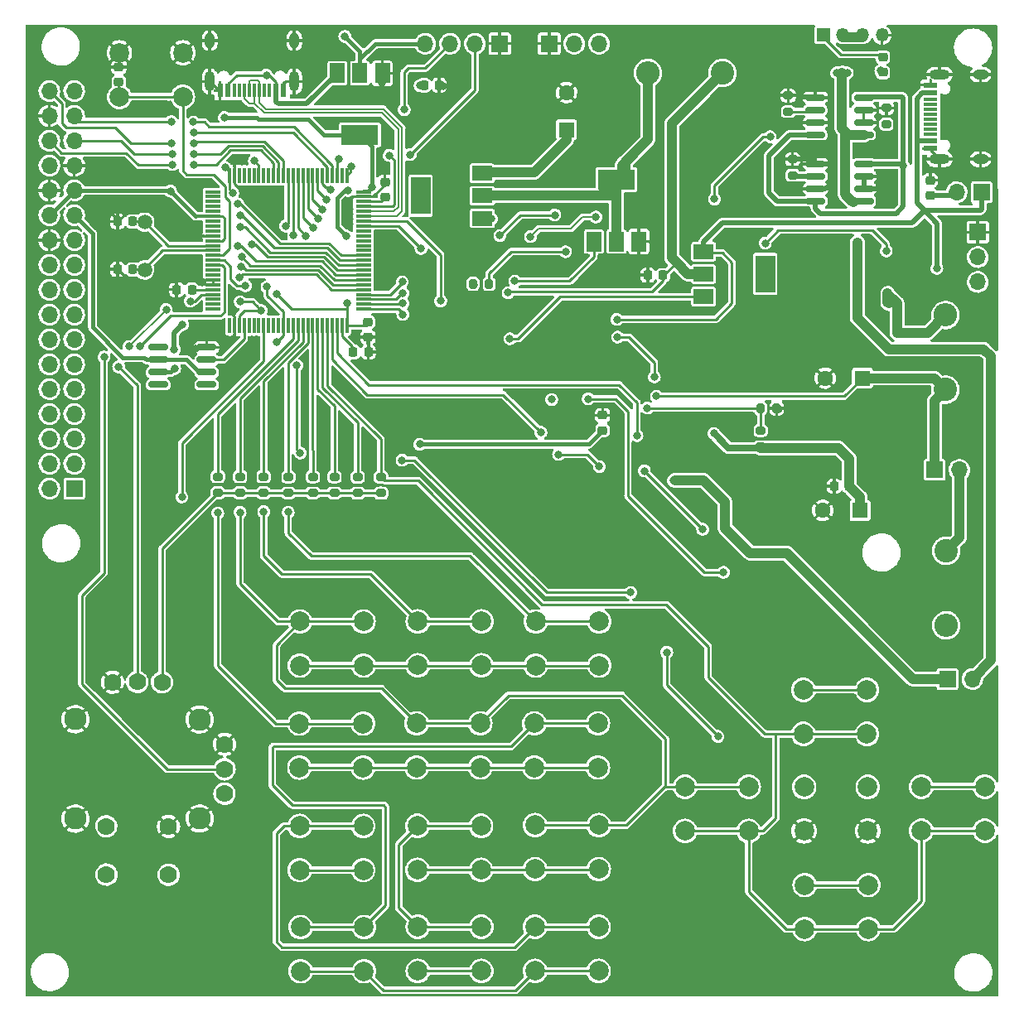
<source format=gbr>
%TF.GenerationSoftware,KiCad,Pcbnew,6.0.11+dfsg-1~bpo11+1*%
%TF.CreationDate,2023-04-24T16:35:23+03:00*%
%TF.ProjectId,usb_display,7573625f-6469-4737-906c-61792e6b6963,rev?*%
%TF.SameCoordinates,Original*%
%TF.FileFunction,Copper,L1,Top*%
%TF.FilePolarity,Positive*%
%FSLAX46Y46*%
G04 Gerber Fmt 4.6, Leading zero omitted, Abs format (unit mm)*
G04 Created by KiCad (PCBNEW 6.0.11+dfsg-1~bpo11+1) date 2023-04-24 16:35:23*
%MOMM*%
%LPD*%
G01*
G04 APERTURE LIST*
G04 Aperture macros list*
%AMRoundRect*
0 Rectangle with rounded corners*
0 $1 Rounding radius*
0 $2 $3 $4 $5 $6 $7 $8 $9 X,Y pos of 4 corners*
0 Add a 4 corners polygon primitive as box body*
4,1,4,$2,$3,$4,$5,$6,$7,$8,$9,$2,$3,0*
0 Add four circle primitives for the rounded corners*
1,1,$1+$1,$2,$3*
1,1,$1+$1,$4,$5*
1,1,$1+$1,$6,$7*
1,1,$1+$1,$8,$9*
0 Add four rect primitives between the rounded corners*
20,1,$1+$1,$2,$3,$4,$5,0*
20,1,$1+$1,$4,$5,$6,$7,0*
20,1,$1+$1,$6,$7,$8,$9,0*
20,1,$1+$1,$8,$9,$2,$3,0*%
G04 Aperture macros list end*
%TA.AperFunction,ComponentPad*%
%ADD10R,1.350000X1.350000*%
%TD*%
%TA.AperFunction,ComponentPad*%
%ADD11O,1.350000X1.350000*%
%TD*%
%TA.AperFunction,SMDPad,CuDef*%
%ADD12RoundRect,0.225000X-0.250000X0.225000X-0.250000X-0.225000X0.250000X-0.225000X0.250000X0.225000X0*%
%TD*%
%TA.AperFunction,ComponentPad*%
%ADD13C,2.000000*%
%TD*%
%TA.AperFunction,SMDPad,CuDef*%
%ADD14RoundRect,0.225000X-0.225000X-0.250000X0.225000X-0.250000X0.225000X0.250000X-0.225000X0.250000X0*%
%TD*%
%TA.AperFunction,SMDPad,CuDef*%
%ADD15RoundRect,0.200000X-0.275000X0.200000X-0.275000X-0.200000X0.275000X-0.200000X0.275000X0.200000X0*%
%TD*%
%TA.AperFunction,SMDPad,CuDef*%
%ADD16RoundRect,0.225000X0.225000X0.250000X-0.225000X0.250000X-0.225000X-0.250000X0.225000X-0.250000X0*%
%TD*%
%TA.AperFunction,SMDPad,CuDef*%
%ADD17RoundRect,0.200000X-0.200000X-0.275000X0.200000X-0.275000X0.200000X0.275000X-0.200000X0.275000X0*%
%TD*%
%TA.AperFunction,SMDPad,CuDef*%
%ADD18R,2.000000X1.500000*%
%TD*%
%TA.AperFunction,SMDPad,CuDef*%
%ADD19R,2.000000X3.800000*%
%TD*%
%TA.AperFunction,ComponentPad*%
%ADD20R,1.700000X1.700000*%
%TD*%
%TA.AperFunction,ComponentPad*%
%ADD21O,1.700000X1.700000*%
%TD*%
%TA.AperFunction,SMDPad,CuDef*%
%ADD22R,1.500000X2.000000*%
%TD*%
%TA.AperFunction,SMDPad,CuDef*%
%ADD23R,3.800000X2.000000*%
%TD*%
%TA.AperFunction,SMDPad,CuDef*%
%ADD24R,1.450000X0.600000*%
%TD*%
%TA.AperFunction,SMDPad,CuDef*%
%ADD25R,1.450000X0.300000*%
%TD*%
%TA.AperFunction,ComponentPad*%
%ADD26O,2.100000X1.000000*%
%TD*%
%TA.AperFunction,ComponentPad*%
%ADD27O,1.600000X1.000000*%
%TD*%
%TA.AperFunction,SMDPad,CuDef*%
%ADD28RoundRect,0.200000X0.200000X0.275000X-0.200000X0.275000X-0.200000X-0.275000X0.200000X-0.275000X0*%
%TD*%
%TA.AperFunction,SMDPad,CuDef*%
%ADD29RoundRect,0.075000X-0.725000X-0.075000X0.725000X-0.075000X0.725000X0.075000X-0.725000X0.075000X0*%
%TD*%
%TA.AperFunction,SMDPad,CuDef*%
%ADD30RoundRect,0.075000X-0.075000X-0.725000X0.075000X-0.725000X0.075000X0.725000X-0.075000X0.725000X0*%
%TD*%
%TA.AperFunction,SMDPad,CuDef*%
%ADD31R,0.600000X1.450000*%
%TD*%
%TA.AperFunction,SMDPad,CuDef*%
%ADD32R,0.300000X1.450000*%
%TD*%
%TA.AperFunction,ComponentPad*%
%ADD33O,1.000000X1.600000*%
%TD*%
%TA.AperFunction,ComponentPad*%
%ADD34O,1.000000X2.100000*%
%TD*%
%TA.AperFunction,SMDPad,CuDef*%
%ADD35RoundRect,0.150000X-0.825000X-0.150000X0.825000X-0.150000X0.825000X0.150000X-0.825000X0.150000X0*%
%TD*%
%TA.AperFunction,SMDPad,CuDef*%
%ADD36RoundRect,0.150000X0.825000X0.150000X-0.825000X0.150000X-0.825000X-0.150000X0.825000X-0.150000X0*%
%TD*%
%TA.AperFunction,SMDPad,CuDef*%
%ADD37RoundRect,0.225000X0.250000X-0.225000X0.250000X0.225000X-0.250000X0.225000X-0.250000X-0.225000X0*%
%TD*%
%TA.AperFunction,ComponentPad*%
%ADD38C,1.778000*%
%TD*%
%TA.AperFunction,ComponentPad*%
%ADD39C,2.286000*%
%TD*%
%TA.AperFunction,ComponentPad*%
%ADD40C,2.400000*%
%TD*%
%TA.AperFunction,ComponentPad*%
%ADD41O,2.400000X2.400000*%
%TD*%
%TA.AperFunction,ComponentPad*%
%ADD42R,1.600000X1.600000*%
%TD*%
%TA.AperFunction,ComponentPad*%
%ADD43C,1.600000*%
%TD*%
%TA.AperFunction,ComponentPad*%
%ADD44C,1.500000*%
%TD*%
%TA.AperFunction,ViaPad*%
%ADD45C,0.800000*%
%TD*%
%TA.AperFunction,Conductor*%
%ADD46C,0.400000*%
%TD*%
%TA.AperFunction,Conductor*%
%ADD47C,0.250000*%
%TD*%
%TA.AperFunction,Conductor*%
%ADD48C,0.200000*%
%TD*%
%TA.AperFunction,Conductor*%
%ADD49C,0.500000*%
%TD*%
%TA.AperFunction,Conductor*%
%ADD50C,1.000000*%
%TD*%
%TA.AperFunction,Conductor*%
%ADD51C,0.700000*%
%TD*%
%TA.AperFunction,Conductor*%
%ADD52C,0.370000*%
%TD*%
%TA.AperFunction,Conductor*%
%ADD53C,0.300000*%
%TD*%
G04 APERTURE END LIST*
D10*
%TO.P,J7,1,Pin_1*%
%TO.N,/B-*%
X131960000Y-51580000D03*
D11*
%TO.P,J7,2,Pin_2*%
%TO.N,/B+*%
X133960000Y-51580000D03*
%TO.P,J7,3,Pin_3*%
X135960000Y-51580000D03*
%TO.P,J7,4,Pin_4*%
%TO.N,Earth*%
X137960000Y-51580000D03*
%TD*%
D12*
%TO.P,C26,1*%
%TO.N,/VDD*%
X85430000Y-80905000D03*
%TO.P,C26,2*%
%TO.N,Earth*%
X85430000Y-82455000D03*
%TD*%
D13*
%TO.P,SW3,1,1*%
%TO.N,/B2_out*%
X90520000Y-111510000D03*
X97020000Y-111510000D03*
%TO.P,SW3,2,2*%
%TO.N,/B0_in*%
X97020000Y-116010000D03*
X90520000Y-116010000D03*
%TD*%
D14*
%TO.P,C18,1*%
%TO.N,Earth*%
X133065000Y-97700000D03*
%TO.P,C18,2*%
%TO.N,Net-(C15-Pad1)*%
X134615000Y-97700000D03*
%TD*%
D15*
%TO.P,R5,1*%
%TO.N,/B0_in*%
X79790000Y-96745000D03*
%TO.P,R5,2*%
%TO.N,/VDD*%
X79790000Y-98395000D03*
%TD*%
D16*
%TO.P,C2,1*%
%TO.N,Net-(C2-Pad1)*%
X61385000Y-70640000D03*
%TO.P,C2,2*%
%TO.N,Earth*%
X59835000Y-70640000D03*
%TD*%
D13*
%TO.P,SW8,1,1*%
%TO.N,/B3_out*%
X78450000Y-132440000D03*
X84950000Y-132440000D03*
%TO.P,SW8,2,2*%
%TO.N,/B1_in*%
X78450000Y-136940000D03*
X84950000Y-136940000D03*
%TD*%
D12*
%TO.P,C14,1*%
%TO.N,/B-*%
X138050000Y-53835000D03*
%TO.P,C14,2*%
%TO.N,Net-(C14-Pad2)*%
X138050000Y-55385000D03*
%TD*%
D17*
%TO.P,R17,1*%
%TO.N,/ADC_BOOST*%
X125545000Y-89730000D03*
%TO.P,R17,2*%
%TO.N,Earth*%
X127195000Y-89730000D03*
%TD*%
D12*
%TO.P,C12,1*%
%TO.N,Earth*%
X142890000Y-66425000D03*
%TO.P,C12,2*%
%TO.N,Net-(C12-Pad2)*%
X142890000Y-67975000D03*
%TD*%
D16*
%TO.P,C23,1*%
%TO.N,Net-(C23-Pad1)*%
X67425000Y-77600000D03*
%TO.P,C23,2*%
%TO.N,Earth*%
X65875000Y-77600000D03*
%TD*%
D18*
%TO.P,Q4,1,G*%
%TO.N,/V_BUS*%
X119720000Y-73710000D03*
%TO.P,Q4,2,D*%
%TO.N,/B+*%
X119720000Y-76010000D03*
%TO.P,Q4,3,S*%
%TO.N,Net-(Q4-Pad3)*%
X119720000Y-78310000D03*
D19*
%TO.P,Q4,4*%
%TO.N,N/C*%
X126020000Y-76010000D03*
%TD*%
D15*
%TO.P,R13,1*%
%TO.N,Earth*%
X138400000Y-59045000D03*
%TO.P,R13,2*%
%TO.N,Net-(D5-Pad2)*%
X138400000Y-60695000D03*
%TD*%
D20*
%TO.P,J4,1,Pin_1*%
%TO.N,/CS*%
X55405000Y-97945000D03*
D21*
%TO.P,J4,2,Pin_2*%
%TO.N,/RS*%
X52865000Y-97945000D03*
%TO.P,J4,3,Pin_3*%
%TO.N,/WR*%
X55405000Y-95405000D03*
%TO.P,J4,4,Pin_4*%
%TO.N,/RD*%
X52865000Y-95405000D03*
%TO.P,J4,5,Pin_5*%
%TO.N,/RST*%
X55405000Y-92865000D03*
%TO.P,J4,6,Pin_6*%
%TO.N,/D0*%
X52865000Y-92865000D03*
%TO.P,J4,7,Pin_7*%
%TO.N,/D1*%
X55405000Y-90325000D03*
%TO.P,J4,8,Pin_8*%
%TO.N,/D2*%
X52865000Y-90325000D03*
%TO.P,J4,9,Pin_9*%
%TO.N,/D3*%
X55405000Y-87785000D03*
%TO.P,J4,10,Pin_10*%
%TO.N,/D4*%
X52865000Y-87785000D03*
%TO.P,J4,11,Pin_11*%
%TO.N,/D5*%
X55405000Y-85245000D03*
%TO.P,J4,12,Pin_12*%
%TO.N,/D6*%
X52865000Y-85245000D03*
%TO.P,J4,13,Pin_13*%
%TO.N,/D7*%
X55405000Y-82705000D03*
%TO.P,J4,14,Pin_14*%
%TO.N,/D8*%
X52865000Y-82705000D03*
%TO.P,J4,15,Pin_15*%
%TO.N,/D9*%
X55405000Y-80165000D03*
%TO.P,J4,16,Pin_16*%
%TO.N,/D10*%
X52865000Y-80165000D03*
%TO.P,J4,17,Pin_17*%
%TO.N,/D11*%
X55405000Y-77625000D03*
%TO.P,J4,18,Pin_18*%
%TO.N,/D12*%
X52865000Y-77625000D03*
%TO.P,J4,19,Pin_19*%
%TO.N,/D13*%
X55405000Y-75085000D03*
%TO.P,J4,20,Pin_20*%
%TO.N,/D14*%
X52865000Y-75085000D03*
%TO.P,J4,21,Pin_21*%
%TO.N,/D15*%
X55405000Y-72545000D03*
%TO.P,J4,22,Pin_22*%
%TO.N,Earth*%
X52865000Y-72545000D03*
%TO.P,J4,23,Pin_23*%
%TO.N,/BL*%
X55405000Y-70005000D03*
%TO.P,J4,24,Pin_24*%
%TO.N,/VDD*%
X52865000Y-70005000D03*
%TO.P,J4,25,Pin_25*%
X55405000Y-67465000D03*
%TO.P,J4,26,Pin_26*%
%TO.N,Earth*%
X52865000Y-67465000D03*
%TO.P,J4,27,Pin_27*%
X55405000Y-64925000D03*
%TO.P,J4,28,Pin_28*%
%TO.N,/NC*%
X52865000Y-64925000D03*
%TO.P,J4,29,Pin_29*%
%TO.N,/MISO*%
X55405000Y-62385000D03*
%TO.P,J4,30,Pin_30*%
%TO.N,/MOSI*%
X52865000Y-62385000D03*
%TO.P,J4,31,Pin_31*%
%TO.N,/PEN*%
X55405000Y-59845000D03*
%TO.P,J4,32,Pin_32*%
%TO.N,Earth*%
X52865000Y-59845000D03*
%TO.P,J4,33,Pin_33*%
%TO.N,/T_CS*%
X55405000Y-57305000D03*
%TO.P,J4,34,Pin_34*%
%TO.N,/CLK*%
X52865000Y-57305000D03*
%TD*%
D13*
%TO.P,SW4,1,1*%
%TO.N,/B3_out*%
X102570000Y-111530000D03*
X109070000Y-111530000D03*
%TO.P,SW4,2,2*%
%TO.N,/B0_in*%
X102570000Y-116030000D03*
X109070000Y-116030000D03*
%TD*%
D22*
%TO.P,Q5,1,G*%
%TO.N,Net-(Q5-Pad1)*%
X108510000Y-72680000D03*
%TO.P,Q5,2,D*%
%TO.N,Net-(L3-Pad2)*%
X110810000Y-72680000D03*
%TO.P,Q5,3,S*%
%TO.N,Earth*%
X113110000Y-72680000D03*
D23*
%TO.P,Q5,4*%
%TO.N,Net-(L3-Pad2)*%
X110810000Y-66380000D03*
%TD*%
D24*
%TO.P,J5,A1,GND*%
%TO.N,Earth*%
X142935000Y-63190000D03*
%TO.P,J5,A4,VBUS*%
%TO.N,/V_BUS*%
X142935000Y-62390000D03*
D25*
%TO.P,J5,A5,CC1*%
%TO.N,unconnected-(J5-PadA5)*%
X142935000Y-61190000D03*
%TO.P,J5,A6,D+*%
%TO.N,unconnected-(J5-PadA6)*%
X142935000Y-60190000D03*
%TO.P,J5,A7,D-*%
%TO.N,unconnected-(J5-PadA7)*%
X142935000Y-59690000D03*
%TO.P,J5,A8,SBU1*%
%TO.N,unconnected-(J5-PadA8)*%
X142935000Y-58690000D03*
D24*
%TO.P,J5,A9,VBUS*%
%TO.N,/V_BUS*%
X142935000Y-57490000D03*
%TO.P,J5,A12,GND*%
%TO.N,Earth*%
X142935000Y-56690000D03*
%TO.P,J5,B1,GND*%
X142935000Y-56690000D03*
%TO.P,J5,B4,VBUS*%
%TO.N,/V_BUS*%
X142935000Y-57490000D03*
D25*
%TO.P,J5,B5,CC2*%
%TO.N,unconnected-(J5-PadB5)*%
X142935000Y-58190000D03*
%TO.P,J5,B6,D+*%
%TO.N,unconnected-(J5-PadB6)*%
X142935000Y-59190000D03*
%TO.P,J5,B7,D-*%
%TO.N,unconnected-(J5-PadB7)*%
X142935000Y-60690000D03*
%TO.P,J5,B8,SBU2*%
%TO.N,unconnected-(J5-PadB8)*%
X142935000Y-61690000D03*
D24*
%TO.P,J5,B9,VBUS*%
%TO.N,/V_BUS*%
X142935000Y-62390000D03*
%TO.P,J5,B12,GND*%
%TO.N,Earth*%
X142935000Y-63190000D03*
D26*
%TO.P,J5,S1,SHIELD*%
X143850000Y-55620000D03*
D27*
X148030000Y-64260000D03*
X148030000Y-55620000D03*
D26*
X143850000Y-64260000D03*
%TD*%
D13*
%TO.P,SW12,1,1*%
%TO.N,/B3_out*%
X102500000Y-142740000D03*
X109000000Y-142740000D03*
%TO.P,SW12,2,2*%
%TO.N,/B2_in*%
X109000000Y-147240000D03*
X102500000Y-147240000D03*
%TD*%
%TO.P,SW15,1,1*%
%TO.N,/B2_out*%
X141980000Y-128420000D03*
X148480000Y-128420000D03*
%TO.P,SW15,2,2*%
%TO.N,/B3_in*%
X141980000Y-132920000D03*
X148480000Y-132920000D03*
%TD*%
D15*
%TO.P,R6,1*%
%TO.N,/B1_in*%
X81990000Y-96745000D03*
%TO.P,R6,2*%
%TO.N,/VDD*%
X81990000Y-98395000D03*
%TD*%
D28*
%TO.P,R15,1*%
%TO.N,/V_BUS*%
X97805000Y-77010000D03*
%TO.P,R15,2*%
%TO.N,Net-(R15-Pad2)*%
X96155000Y-77010000D03*
%TD*%
D29*
%TO.P,U1,1,PE2*%
%TO.N,unconnected-(U1-Pad1)*%
X69605000Y-67600000D03*
%TO.P,U1,2,PE3*%
%TO.N,unconnected-(U1-Pad2)*%
X69605000Y-68100000D03*
%TO.P,U1,3,PE4*%
%TO.N,unconnected-(U1-Pad3)*%
X69605000Y-68600000D03*
%TO.P,U1,4,PE5*%
%TO.N,unconnected-(U1-Pad4)*%
X69605000Y-69100000D03*
%TO.P,U1,5,PE6*%
%TO.N,unconnected-(U1-Pad5)*%
X69605000Y-69600000D03*
%TO.P,U1,6,VBAT*%
%TO.N,/VDD*%
X69605000Y-70100000D03*
%TO.P,U1,7,PC13*%
%TO.N,unconnected-(U1-Pad7)*%
X69605000Y-70600000D03*
%TO.P,U1,8,PC14*%
%TO.N,unconnected-(U1-Pad8)*%
X69605000Y-71100000D03*
%TO.P,U1,9,PC15*%
%TO.N,unconnected-(U1-Pad9)*%
X69605000Y-71600000D03*
%TO.P,U1,10,VSS*%
%TO.N,Earth*%
X69605000Y-72100000D03*
%TO.P,U1,11,VDD*%
%TO.N,/VDD*%
X69605000Y-72600000D03*
%TO.P,U1,12,PH0*%
%TO.N,Net-(C2-Pad1)*%
X69605000Y-73100000D03*
%TO.P,U1,13,PH1*%
%TO.N,Net-(C3-Pad1)*%
X69605000Y-73600000D03*
%TO.P,U1,14,NRST*%
%TO.N,/NRST*%
X69605000Y-74100000D03*
%TO.P,U1,15,PC0*%
%TO.N,/V*%
X69605000Y-74600000D03*
%TO.P,U1,16,PC1*%
%TO.N,/H*%
X69605000Y-75100000D03*
%TO.P,U1,17,PC2*%
%TO.N,unconnected-(U1-Pad17)*%
X69605000Y-75600000D03*
%TO.P,U1,18,PC3*%
%TO.N,unconnected-(U1-Pad18)*%
X69605000Y-76100000D03*
%TO.P,U1,19,VSSA*%
%TO.N,Earth*%
X69605000Y-76600000D03*
%TO.P,U1,20,VREF-*%
X69605000Y-77100000D03*
%TO.P,U1,21,VREF+*%
%TO.N,Net-(C23-Pad1)*%
X69605000Y-77600000D03*
%TO.P,U1,22,VDDA*%
%TO.N,/VDD*%
X69605000Y-78100000D03*
%TO.P,U1,23,PA0*%
%TO.N,unconnected-(U1-Pad23)*%
X69605000Y-78600000D03*
%TO.P,U1,24,PA1*%
%TO.N,unconnected-(U1-Pad24)*%
X69605000Y-79100000D03*
%TO.P,U1,25,PA2*%
%TO.N,unconnected-(U1-Pad25)*%
X69605000Y-79600000D03*
D30*
%TO.P,U1,26,PA3*%
%TO.N,unconnected-(U1-Pad26)*%
X71280000Y-81275000D03*
%TO.P,U1,27,VSS*%
%TO.N,Earth*%
X71780000Y-81275000D03*
%TO.P,U1,28,VDD*%
%TO.N,/VDD*%
X72280000Y-81275000D03*
%TO.P,U1,29,PA4*%
%TO.N,/DAC1*%
X72780000Y-81275000D03*
%TO.P,U1,30,PA5*%
%TO.N,unconnected-(U1-Pad30)*%
X73280000Y-81275000D03*
%TO.P,U1,31,PA6*%
%TO.N,unconnected-(U1-Pad31)*%
X73780000Y-81275000D03*
%TO.P,U1,32,PA7*%
%TO.N,unconnected-(U1-Pad32)*%
X74280000Y-81275000D03*
%TO.P,U1,33,PC4*%
%TO.N,/JOY_BUT*%
X74780000Y-81275000D03*
%TO.P,U1,34,PC5*%
%TO.N,unconnected-(U1-Pad34)*%
X75280000Y-81275000D03*
%TO.P,U1,35,PB0*%
%TO.N,unconnected-(U1-Pad35)*%
X75780000Y-81275000D03*
%TO.P,U1,36,PB1*%
%TO.N,unconnected-(U1-Pad36)*%
X76280000Y-81275000D03*
%TO.P,U1,37,PB2*%
%TO.N,Net-(C7-Pad2)*%
X76780000Y-81275000D03*
%TO.P,U1,38,PE7*%
%TO.N,unconnected-(U1-Pad38)*%
X77280000Y-81275000D03*
%TO.P,U1,39,PE8*%
%TO.N,/B0_out*%
X77780000Y-81275000D03*
%TO.P,U1,40,PE9*%
%TO.N,/B1_out*%
X78280000Y-81275000D03*
%TO.P,U1,41,PE10*%
%TO.N,/B2_out*%
X78780000Y-81275000D03*
%TO.P,U1,42,PE11*%
%TO.N,/B3_out*%
X79280000Y-81275000D03*
%TO.P,U1,43,PE12*%
%TO.N,/B0_in*%
X79780000Y-81275000D03*
%TO.P,U1,44,PE13*%
%TO.N,/B1_in*%
X80280000Y-81275000D03*
%TO.P,U1,45,PE14*%
%TO.N,/B2_in*%
X80780000Y-81275000D03*
%TO.P,U1,46,PE15*%
%TO.N,/B3_in*%
X81280000Y-81275000D03*
%TO.P,U1,47,PB10*%
%TO.N,/USART3_Tx*%
X81780000Y-81275000D03*
%TO.P,U1,48,PB11*%
%TO.N,/USART3_Rx*%
X82280000Y-81275000D03*
%TO.P,U1,49,VCAP_1*%
%TO.N,Net-(C24-Pad1)*%
X82780000Y-81275000D03*
%TO.P,U1,50,VDD*%
%TO.N,/VDD*%
X83280000Y-81275000D03*
D29*
%TO.P,U1,51,PB12*%
%TO.N,/CS*%
X84955000Y-79600000D03*
%TO.P,U1,52,PB13*%
%TO.N,/RS*%
X84955000Y-79100000D03*
%TO.P,U1,53,PB14*%
%TO.N,/WR*%
X84955000Y-78600000D03*
%TO.P,U1,54,PB15*%
%TO.N,/RD*%
X84955000Y-78100000D03*
%TO.P,U1,55,PD8*%
%TO.N,/D8*%
X84955000Y-77600000D03*
%TO.P,U1,56,PD9*%
%TO.N,/D9*%
X84955000Y-77100000D03*
%TO.P,U1,57,PD10*%
%TO.N,/D10*%
X84955000Y-76600000D03*
%TO.P,U1,58,PD11*%
%TO.N,/D11*%
X84955000Y-76100000D03*
%TO.P,U1,59,PD12*%
%TO.N,/D12*%
X84955000Y-75600000D03*
%TO.P,U1,60,PD13*%
%TO.N,/D13*%
X84955000Y-75100000D03*
%TO.P,U1,61,PD14*%
%TO.N,/D14*%
X84955000Y-74600000D03*
%TO.P,U1,62,PD15*%
%TO.N,/D15*%
X84955000Y-74100000D03*
%TO.P,U1,63,PC6*%
%TO.N,unconnected-(U1-Pad63)*%
X84955000Y-73600000D03*
%TO.P,U1,64,PC7*%
%TO.N,unconnected-(U1-Pad64)*%
X84955000Y-73100000D03*
%TO.P,U1,65,PC8*%
%TO.N,unconnected-(U1-Pad65)*%
X84955000Y-72600000D03*
%TO.P,U1,66,PC9*%
%TO.N,unconnected-(U1-Pad66)*%
X84955000Y-72100000D03*
%TO.P,U1,67,PA8*%
%TO.N,unconnected-(U1-Pad67)*%
X84955000Y-71600000D03*
%TO.P,U1,68,PA9*%
%TO.N,/USART1_Tx*%
X84955000Y-71100000D03*
%TO.P,U1,69,PA10*%
%TO.N,/USART1_Rx*%
X84955000Y-70600000D03*
%TO.P,U1,70,PA11*%
%TO.N,/USB_D-*%
X84955000Y-70100000D03*
%TO.P,U1,71,PA12*%
%TO.N,/USB_D+*%
X84955000Y-69600000D03*
%TO.P,U1,72,PA13*%
%TO.N,/SWDIO*%
X84955000Y-69100000D03*
%TO.P,U1,73,VCAP_2*%
%TO.N,Net-(C1-Pad1)*%
X84955000Y-68600000D03*
%TO.P,U1,74,VSS*%
%TO.N,Earth*%
X84955000Y-68100000D03*
%TO.P,U1,75,VDD*%
%TO.N,/VDD*%
X84955000Y-67600000D03*
D30*
%TO.P,U1,76,PA14*%
%TO.N,/SWCLK*%
X83280000Y-65925000D03*
%TO.P,U1,77,PA15*%
%TO.N,unconnected-(U1-Pad77)*%
X82780000Y-65925000D03*
%TO.P,U1,78,PC10*%
%TO.N,/RST*%
X82280000Y-65925000D03*
%TO.P,U1,79,PC11*%
%TO.N,/PEN*%
X81780000Y-65925000D03*
%TO.P,U1,80,PC12*%
%TO.N,/T_CS*%
X81280000Y-65925000D03*
%TO.P,U1,81,PD0*%
%TO.N,/D0*%
X80780000Y-65925000D03*
%TO.P,U1,82,PD1*%
%TO.N,/D1*%
X80280000Y-65925000D03*
%TO.P,U1,83,PD2*%
%TO.N,/D2*%
X79780000Y-65925000D03*
%TO.P,U1,84,PD3*%
%TO.N,/D3*%
X79280000Y-65925000D03*
%TO.P,U1,85,PD4*%
%TO.N,/D4*%
X78780000Y-65925000D03*
%TO.P,U1,86,PD5*%
%TO.N,/D5*%
X78280000Y-65925000D03*
%TO.P,U1,87,PD6*%
%TO.N,/D6*%
X77780000Y-65925000D03*
%TO.P,U1,88,PD7*%
%TO.N,/D7*%
X77280000Y-65925000D03*
%TO.P,U1,89,PB3*%
%TO.N,/CLK*%
X76780000Y-65925000D03*
%TO.P,U1,90,PB4*%
%TO.N,/MISO*%
X76280000Y-65925000D03*
%TO.P,U1,91,PB5*%
%TO.N,/MOSI*%
X75780000Y-65925000D03*
%TO.P,U1,92,PB6*%
%TO.N,unconnected-(U1-Pad92)*%
X75280000Y-65925000D03*
%TO.P,U1,93,PB7*%
%TO.N,unconnected-(U1-Pad93)*%
X74780000Y-65925000D03*
%TO.P,U1,94,BOOT0*%
%TO.N,Net-(R9-Pad2)*%
X74280000Y-65925000D03*
%TO.P,U1,95,PB8*%
%TO.N,unconnected-(U1-Pad95)*%
X73780000Y-65925000D03*
%TO.P,U1,96,PB9*%
%TO.N,unconnected-(U1-Pad96)*%
X73280000Y-65925000D03*
%TO.P,U1,97,PE0*%
%TO.N,unconnected-(U1-Pad97)*%
X72780000Y-65925000D03*
%TO.P,U1,98,PE1*%
%TO.N,unconnected-(U1-Pad98)*%
X72280000Y-65925000D03*
%TO.P,U1,99,VSS*%
%TO.N,Earth*%
X71780000Y-65925000D03*
%TO.P,U1,100,VDD*%
%TO.N,/VDD*%
X71280000Y-65925000D03*
%TD*%
D20*
%TO.P,J1,1,Pin_1*%
%TO.N,Earth*%
X98890000Y-52460000D03*
D21*
%TO.P,J1,2,Pin_2*%
%TO.N,/SWDIO*%
X96350000Y-52460000D03*
%TO.P,J1,3,Pin_3*%
%TO.N,/SWCLK*%
X93810000Y-52460000D03*
%TO.P,J1,4,Pin_4*%
%TO.N,/VDD*%
X91270000Y-52460000D03*
%TD*%
D13*
%TO.P,SW9,1,1*%
%TO.N,/B0_out*%
X96980000Y-132420000D03*
X90480000Y-132420000D03*
%TO.P,SW9,2,2*%
%TO.N,/B2_in*%
X96980000Y-136920000D03*
X90480000Y-136920000D03*
%TD*%
D16*
%TO.P,C22,1*%
%TO.N,Earth*%
X92705000Y-56710000D03*
%TO.P,C22,2*%
%TO.N,/+5*%
X91155000Y-56710000D03*
%TD*%
D13*
%TO.P,SW2,1,1*%
%TO.N,/B1_out*%
X78470000Y-111530000D03*
X84970000Y-111530000D03*
%TO.P,SW2,2,2*%
%TO.N,/B0_in*%
X84970000Y-116030000D03*
X78470000Y-116030000D03*
%TD*%
%TO.P,SW13,1,1*%
%TO.N,/B0_out*%
X136420000Y-118520000D03*
X129920000Y-118520000D03*
%TO.P,SW13,2,2*%
%TO.N,/B3_in*%
X129920000Y-123020000D03*
X136420000Y-123020000D03*
%TD*%
D12*
%TO.P,C4,1*%
%TO.N,Earth*%
X59970000Y-54855000D03*
%TO.P,C4,2*%
%TO.N,/NRST*%
X59970000Y-56405000D03*
%TD*%
D13*
%TO.P,SW1,1,1*%
%TO.N,/B0_out*%
X97010000Y-142740000D03*
X90510000Y-142740000D03*
%TO.P,SW1,2,2*%
%TO.N,/B0_in*%
X97010000Y-147240000D03*
X90510000Y-147240000D03*
%TD*%
D31*
%TO.P,J3,A1,GND*%
%TO.N,Earth*%
X76820000Y-57245000D03*
%TO.P,J3,A4,VBUS*%
%TO.N,/+5*%
X76020000Y-57245000D03*
D32*
%TO.P,J3,A5,CC1*%
%TO.N,unconnected-(J3-PadA5)*%
X74820000Y-57245000D03*
%TO.P,J3,A6,D+*%
%TO.N,/USB_D+*%
X73820000Y-57245000D03*
%TO.P,J3,A7,D-*%
%TO.N,/USB_D-*%
X73320000Y-57245000D03*
%TO.P,J3,A8,SBU1*%
%TO.N,unconnected-(J3-PadA8)*%
X72320000Y-57245000D03*
D31*
%TO.P,J3,A9,VBUS*%
%TO.N,/+5*%
X71120000Y-57245000D03*
%TO.P,J3,A12,GND*%
%TO.N,Earth*%
X70320000Y-57245000D03*
%TO.P,J3,B1,GND*%
X70320000Y-57245000D03*
%TO.P,J3,B4,VBUS*%
%TO.N,/+5*%
X71120000Y-57245000D03*
D32*
%TO.P,J3,B5,CC2*%
%TO.N,unconnected-(J3-PadB5)*%
X71820000Y-57245000D03*
%TO.P,J3,B6,D+*%
%TO.N,/USB_D+*%
X72820000Y-57245000D03*
%TO.P,J3,B7,D-*%
%TO.N,/USB_D-*%
X74320000Y-57245000D03*
%TO.P,J3,B8,SBU2*%
%TO.N,unconnected-(J3-PadB8)*%
X75320000Y-57245000D03*
D31*
%TO.P,J3,B9,VBUS*%
%TO.N,/+5*%
X76020000Y-57245000D03*
%TO.P,J3,B12,GND*%
%TO.N,Earth*%
X76820000Y-57245000D03*
D33*
%TO.P,J3,S1,SHIELD*%
X77890000Y-52150000D03*
D34*
X69250000Y-56330000D03*
X77890000Y-56330000D03*
D33*
X69250000Y-52150000D03*
%TD*%
D16*
%TO.P,C3,1*%
%TO.N,Net-(C3-Pad1)*%
X61395000Y-75530000D03*
%TO.P,C3,2*%
%TO.N,Earth*%
X59845000Y-75530000D03*
%TD*%
D35*
%TO.P,D1,1,Temp*%
%TO.N,Earth*%
X131175000Y-64745000D03*
%TO.P,D1,2,prog*%
%TO.N,Net-(D1-Pad2)*%
X131175000Y-66015000D03*
%TO.P,D1,3,GND*%
%TO.N,Earth*%
X131175000Y-67285000D03*
%TO.P,D1,4,VCC*%
%TO.N,Net-(C12-Pad2)*%
X131175000Y-68555000D03*
%TO.P,D1,5,bat*%
%TO.N,/B+*%
X136125000Y-68555000D03*
%TO.P,D1,6,!stdby*%
%TO.N,Earth*%
X136125000Y-67285000D03*
%TO.P,D1,7,!chrg*%
X136125000Y-66015000D03*
%TO.P,D1,8,CE*%
%TO.N,Net-(C12-Pad2)*%
X136125000Y-64745000D03*
%TD*%
D13*
%TO.P,SW14,1,1*%
%TO.N,/B1_out*%
X117840000Y-128430000D03*
X124340000Y-128430000D03*
%TO.P,SW14,2,2*%
%TO.N,/B3_in*%
X117840000Y-132930000D03*
X124340000Y-132930000D03*
%TD*%
D20*
%TO.P,J8,1,Pin_1*%
%TO.N,Earth*%
X147740000Y-71740000D03*
D21*
%TO.P,J8,2,Pin_2*%
%TO.N,Net-(J8-Pad2)*%
X147740000Y-74280000D03*
%TO.P,J8,3,Pin_3*%
%TO.N,/VDD*%
X147740000Y-76820000D03*
%TD*%
D15*
%TO.P,R12,1*%
%TO.N,Earth*%
X128370000Y-57755000D03*
%TO.P,R12,2*%
%TO.N,Net-(D2-Pad2)*%
X128370000Y-59405000D03*
%TD*%
D13*
%TO.P,SW16,1,1*%
%TO.N,/B3_out*%
X130060000Y-138470000D03*
X136560000Y-138470000D03*
%TO.P,SW16,2,2*%
%TO.N,/B3_in*%
X136560000Y-142970000D03*
X130060000Y-142970000D03*
%TD*%
D35*
%TO.P,D2,1,Temp*%
%TO.N,Earth*%
X131145000Y-57975000D03*
%TO.P,D2,2,prog*%
%TO.N,Net-(D2-Pad2)*%
X131145000Y-59245000D03*
%TO.P,D2,3,GND*%
%TO.N,Earth*%
X131145000Y-60515000D03*
%TO.P,D2,4,VCC*%
%TO.N,Net-(C12-Pad2)*%
X131145000Y-61785000D03*
%TO.P,D2,5,bat*%
%TO.N,/B+*%
X136095000Y-61785000D03*
%TO.P,D2,6,!stdby*%
%TO.N,Earth*%
X136095000Y-60515000D03*
%TO.P,D2,7,!chrg*%
X136095000Y-59245000D03*
%TO.P,D2,8,CE*%
%TO.N,Net-(C12-Pad2)*%
X136095000Y-57975000D03*
%TD*%
D36*
%TO.P,U2,1,NC*%
%TO.N,unconnected-(U2-Pad1)*%
X68945000Y-87315000D03*
%TO.P,U2,2,-*%
%TO.N,/BL*%
X68945000Y-86045000D03*
%TO.P,U2,3,+*%
%TO.N,/DAC1*%
X68945000Y-84775000D03*
%TO.P,U2,4,V-*%
%TO.N,Earth*%
X68945000Y-83505000D03*
%TO.P,U2,5,NC*%
%TO.N,unconnected-(U2-Pad5)*%
X63995000Y-83505000D03*
%TO.P,U2,6*%
%TO.N,/BL*%
X63995000Y-84775000D03*
%TO.P,U2,7,V+*%
%TO.N,/+5*%
X63995000Y-86045000D03*
%TO.P,U2,8,NC*%
%TO.N,unconnected-(U2-Pad8)*%
X63995000Y-87315000D03*
%TD*%
D15*
%TO.P,R7,1*%
%TO.N,/B2_in*%
X84370000Y-96755000D03*
%TO.P,R7,2*%
%TO.N,/VDD*%
X84370000Y-98405000D03*
%TD*%
D37*
%TO.P,C11,1*%
%TO.N,/VDD*%
X109400000Y-91995000D03*
%TO.P,C11,2*%
%TO.N,Earth*%
X109400000Y-90445000D03*
%TD*%
D13*
%TO.P,SW18,1,1*%
%TO.N,Net-(C7-Pad2)*%
X130000000Y-128440000D03*
X136500000Y-128440000D03*
%TO.P,SW18,2,2*%
%TO.N,Earth*%
X136500000Y-132940000D03*
X130000000Y-132940000D03*
%TD*%
D37*
%TO.P,C1,1*%
%TO.N,Net-(C1-Pad1)*%
X87160000Y-68185000D03*
%TO.P,C1,2*%
%TO.N,Earth*%
X87160000Y-66635000D03*
%TD*%
D22*
%TO.P,U4,1,GND*%
%TO.N,Earth*%
X86900000Y-55480000D03*
%TO.P,U4,2,VO*%
%TO.N,/VDD*%
X84600000Y-55480000D03*
%TO.P,U4,3,VI*%
%TO.N,/+5*%
X82300000Y-55480000D03*
D23*
%TO.P,U4,VDD*%
%TO.N,/VDD*%
X84600000Y-61780000D03*
%TD*%
D20*
%TO.P,J11,1,Pin_1*%
%TO.N,/V_BUS*%
X148130000Y-67650000D03*
D21*
%TO.P,J11,2,Pin_2*%
%TO.N,Net-(C12-Pad2)*%
X145590000Y-67650000D03*
%TD*%
D15*
%TO.P,R3,1*%
%TO.N,/B2_out*%
X74770000Y-96735000D03*
%TO.P,R3,2*%
%TO.N,/VDD*%
X74770000Y-98385000D03*
%TD*%
D18*
%TO.P,Q6,1,G*%
%TO.N,Net-(Q6-Pad1)*%
X97100000Y-70310000D03*
%TO.P,Q6,2,D*%
%TO.N,Net-(L3-Pad2)*%
X97100000Y-68010000D03*
%TO.P,Q6,3,S*%
%TO.N,/ADC_+5*%
X97100000Y-65710000D03*
D19*
%TO.P,Q6,4*%
%TO.N,N/C*%
X90800000Y-68010000D03*
%TD*%
D15*
%TO.P,R8,1*%
%TO.N,/B3_in*%
X86760000Y-96765000D03*
%TO.P,R8,2*%
%TO.N,/VDD*%
X86760000Y-98415000D03*
%TD*%
D13*
%TO.P,SW5,1,1*%
%TO.N,/B0_out*%
X78420000Y-121960000D03*
X84920000Y-121960000D03*
%TO.P,SW5,2,2*%
%TO.N,/B1_in*%
X84920000Y-126460000D03*
X78420000Y-126460000D03*
%TD*%
%TO.P,SW6,1,1*%
%TO.N,/B1_out*%
X96900000Y-121950000D03*
X90400000Y-121950000D03*
%TO.P,SW6,2,2*%
%TO.N,/B1_in*%
X96900000Y-126450000D03*
X90400000Y-126450000D03*
%TD*%
D15*
%TO.P,R4,1*%
%TO.N,/B3_out*%
X77300000Y-96745000D03*
%TO.P,R4,2*%
%TO.N,/VDD*%
X77300000Y-98395000D03*
%TD*%
D20*
%TO.P,J9,1,Pin_1*%
%TO.N,Net-(J9-Pad1)*%
X144655000Y-117410000D03*
D21*
%TO.P,J9,2,Pin_2*%
%TO.N,/B+*%
X147195000Y-117410000D03*
%TD*%
D15*
%TO.P,R2,1*%
%TO.N,/B1_out*%
X72360000Y-96725000D03*
%TO.P,R2,2*%
%TO.N,/VDD*%
X72360000Y-98375000D03*
%TD*%
D14*
%TO.P,C16,1*%
%TO.N,Earth*%
X114045000Y-76120000D03*
%TO.P,C16,2*%
%TO.N,/B+*%
X115595000Y-76120000D03*
%TD*%
D13*
%TO.P,SW7,1,1*%
%TO.N,/B2_out*%
X108930000Y-121950000D03*
X102430000Y-121950000D03*
%TO.P,SW7,2,2*%
%TO.N,/B1_in*%
X108930000Y-126450000D03*
X102430000Y-126450000D03*
%TD*%
D14*
%TO.P,C24,1*%
%TO.N,Net-(C24-Pad1)*%
X83925000Y-83980000D03*
%TO.P,C24,2*%
%TO.N,Earth*%
X85475000Y-83980000D03*
%TD*%
D20*
%TO.P,J10,1,Pin_1*%
%TO.N,Earth*%
X103955000Y-52450000D03*
D21*
%TO.P,J10,2,Pin_2*%
%TO.N,Net-(J10-Pad2)*%
X106495000Y-52450000D03*
%TO.P,J10,3,Pin_3*%
%TO.N,/V_BUS*%
X109035000Y-52450000D03*
%TD*%
D38*
%TO.P,U3,B1A,SEL+*%
%TO.N,/JOY_BUT*%
X65045000Y-137423298D03*
%TO.P,U3,B1B*%
%TO.N,N/C*%
X58695000Y-137403498D03*
%TO.P,U3,B2A,SEL-*%
%TO.N,Earth*%
X65045000Y-132483298D03*
%TO.P,U3,B2B*%
%TO.N,N/C*%
X58685000Y-132463298D03*
%TO.P,U3,H1,H+*%
%TO.N,/VDD*%
X64395000Y-117733298D03*
%TO.P,U3,H2,H*%
%TO.N,/H*%
X61855000Y-117713298D03*
%TO.P,U3,H3,H-*%
%TO.N,Earth*%
X59315000Y-117733298D03*
D39*
%TO.P,U3,S1,SHIELD*%
X68220000Y-131673298D03*
%TO.P,U3,S2,SHIELD*%
X68220000Y-121543298D03*
%TO.P,U3,S3,SHIELD*%
X55520000Y-121528498D03*
%TO.P,U3,S4,SHIELD*%
X55520000Y-131688498D03*
D38*
%TO.P,U3,V1,V+*%
%TO.N,/VDD*%
X70760000Y-129148498D03*
%TO.P,U3,V2,V*%
%TO.N,/V*%
X70775000Y-126623298D03*
%TO.P,U3,V3,V-*%
%TO.N,Earth*%
X70775000Y-124083298D03*
%TD*%
D13*
%TO.P,SW11,1,1*%
%TO.N,/B2_out*%
X78530000Y-142770000D03*
X85030000Y-142770000D03*
%TO.P,SW11,2,2*%
%TO.N,/B2_in*%
X78530000Y-147270000D03*
X85030000Y-147270000D03*
%TD*%
D15*
%TO.P,R16,1*%
%TO.N,/ADC_BOOST*%
X125560000Y-92005000D03*
%TO.P,R16,2*%
%TO.N,Net-(C15-Pad1)*%
X125560000Y-93655000D03*
%TD*%
D13*
%TO.P,SW10,1,1*%
%TO.N,/B1_out*%
X102510000Y-132350000D03*
X109010000Y-132350000D03*
%TO.P,SW10,2,2*%
%TO.N,/B2_in*%
X102510000Y-136850000D03*
X109010000Y-136850000D03*
%TD*%
D15*
%TO.P,R11,1*%
%TO.N,Earth*%
X128820000Y-64265000D03*
%TO.P,R11,2*%
%TO.N,Net-(D1-Pad2)*%
X128820000Y-65915000D03*
%TD*%
%TO.P,R1,1*%
%TO.N,/B0_out*%
X70080000Y-96725000D03*
%TO.P,R1,2*%
%TO.N,/VDD*%
X70080000Y-98375000D03*
%TD*%
D40*
%TO.P,L3,1,1*%
%TO.N,/B+*%
X121650000Y-55460000D03*
D41*
%TO.P,L3,2,2*%
%TO.N,Net-(L3-Pad2)*%
X114030000Y-55460000D03*
%TD*%
D13*
%TO.P,SW17,1,1*%
%TO.N,Earth*%
X60020000Y-53400000D03*
X66520000Y-53400000D03*
%TO.P,SW17,2,2*%
%TO.N,/NRST*%
X60020000Y-57900000D03*
X66520000Y-57900000D03*
%TD*%
D42*
%TO.P,C20,1*%
%TO.N,/ADC_+5*%
X105710000Y-61252651D03*
D43*
%TO.P,C20,2*%
%TO.N,Earth*%
X105710000Y-57452651D03*
%TD*%
D40*
%TO.P,L1,1,1*%
%TO.N,/ADC_BUCK*%
X144440000Y-87830000D03*
D41*
%TO.P,L1,2,2*%
%TO.N,Net-(L1-Pad2)*%
X144440000Y-80210000D03*
%TD*%
D20*
%TO.P,J6,1,Pin_1*%
%TO.N,/ADC_BUCK*%
X143325000Y-96030000D03*
D21*
%TO.P,J6,2,Pin_2*%
%TO.N,Net-(J6-Pad2)*%
X145865000Y-96030000D03*
%TD*%
D42*
%TO.P,C13,1*%
%TO.N,/ADC_BUCK*%
X135950000Y-86650000D03*
D43*
%TO.P,C13,2*%
%TO.N,Earth*%
X132150000Y-86650000D03*
%TD*%
D44*
%TO.P,Y1,1,1*%
%TO.N,Net-(C2-Pad1)*%
X62600000Y-70680000D03*
%TO.P,Y1,2,2*%
%TO.N,Net-(C3-Pad1)*%
X62600000Y-75580000D03*
%TD*%
D42*
%TO.P,C15,1*%
%TO.N,Net-(C15-Pad1)*%
X135712651Y-100170000D03*
D43*
%TO.P,C15,2*%
%TO.N,Earth*%
X131912651Y-100170000D03*
%TD*%
D40*
%TO.P,L2,1,1*%
%TO.N,Net-(J6-Pad2)*%
X144520000Y-104310000D03*
D41*
%TO.P,L2,2,2*%
%TO.N,Net-(L2-Pad2)*%
X144520000Y-111930000D03*
%TD*%
D45*
%TO.N,/VDD*%
X67260000Y-78780000D03*
X72380000Y-78840000D03*
%TO.N,Net-(C7-Pad2)*%
X88910000Y-95030000D03*
X115960000Y-114680000D03*
X121190000Y-123280000D03*
X75110000Y-77290000D03*
X76070000Y-82980000D03*
X112280000Y-108570000D03*
X78160000Y-85340000D03*
X78510000Y-94300000D03*
%TO.N,Earth*%
X71526456Y-77730908D03*
X127450000Y-89860000D03*
X132835000Y-130350000D03*
X71820000Y-64460000D03*
X83430000Y-68720000D03*
X138940000Y-63570000D03*
X126680000Y-106800000D03*
X68450000Y-76850000D03*
X67780000Y-83600000D03*
X138760000Y-68470000D03*
X72800000Y-67460000D03*
X57900000Y-68500000D03*
X86890000Y-56450000D03*
X93090000Y-56810000D03*
%TO.N,/ADC_BUCK*%
X114910000Y-88500000D03*
%TO.N,Net-(C14-Pad2)*%
X137840000Y-55230000D03*
%TO.N,/CS*%
X88990000Y-80130000D03*
%TO.N,/RS*%
X89010000Y-79010000D03*
%TO.N,/WR*%
X88970000Y-77960000D03*
%TO.N,/RD*%
X88930000Y-76820000D03*
%TO.N,/D8*%
X72310000Y-76380000D03*
%TO.N,/D9*%
X72492701Y-75247299D03*
%TO.N,/D10*%
X72505000Y-74235000D03*
%TO.N,/D11*%
X72120000Y-73160000D03*
%TO.N,/D12*%
X73577701Y-72932299D03*
%TO.N,/D13*%
X72335939Y-71201621D03*
%TO.N,/D14*%
X72350000Y-70030000D03*
%TO.N,/D15*%
X72130000Y-68850000D03*
%TO.N,/USART1_Tx*%
X90850000Y-73380000D03*
%TO.N,/USART1_Rx*%
X92860000Y-78760000D03*
%TO.N,/SWDIO*%
X87600000Y-63890000D03*
X89735000Y-63805000D03*
%TO.N,/SWCLK*%
X89130000Y-59200000D03*
X83760000Y-65040000D03*
%TO.N,/RST*%
X82430000Y-64290000D03*
%TO.N,/PEN*%
X67590000Y-60480000D03*
X65330000Y-60430000D03*
%TO.N,/T_CS*%
X67610000Y-61550000D03*
%TO.N,/D0*%
X81610000Y-67420000D03*
%TO.N,/D1*%
X81160000Y-68390000D03*
%TO.N,/D2*%
X80790000Y-69400000D03*
%TO.N,/D3*%
X80310000Y-70340000D03*
%TO.N,/D4*%
X79800000Y-71280000D03*
%TO.N,/D5*%
X79080000Y-72090000D03*
%TO.N,/D6*%
X77830000Y-72080000D03*
%TO.N,/D7*%
X77000000Y-71100000D03*
%TO.N,/CLK*%
X67620000Y-62640000D03*
X65390000Y-62660000D03*
%TO.N,/MISO*%
X65410000Y-63760000D03*
X67650000Y-63760000D03*
%TO.N,/MOSI*%
X67660000Y-64810000D03*
X65450000Y-64820000D03*
%TO.N,Net-(C15-Pad1)*%
X120775000Y-92305000D03*
%TO.N,/+5*%
X65670000Y-85680000D03*
X82085000Y-55695000D03*
X65630000Y-83710000D03*
X75050000Y-55660000D03*
X66460000Y-81170000D03*
X90760000Y-56740000D03*
%TO.N,/VDD*%
X70820000Y-65120000D03*
X109400000Y-91995000D03*
X83280000Y-79010000D03*
X84600000Y-61780000D03*
X84600000Y-55480000D03*
X86720000Y-98375000D03*
X74524429Y-79750973D03*
X83210000Y-72140000D03*
X71600000Y-67710000D03*
X85830000Y-67170000D03*
X83420000Y-67455000D03*
X65245000Y-67515000D03*
X90720000Y-93400000D03*
X83060000Y-51710000D03*
X76060000Y-78040000D03*
X70770000Y-60000000D03*
%TO.N,/V*%
X72910500Y-77210000D03*
X61010000Y-83410000D03*
X58460000Y-84480000D03*
X64800000Y-79620000D03*
%TO.N,/H*%
X59950000Y-85490000D03*
X62140000Y-83390000D03*
%TO.N,/JOY_BUT*%
X66410000Y-98810000D03*
%TO.N,/B0_out*%
X70080000Y-96725000D03*
X70080000Y-100440000D03*
%TO.N,/B1_out*%
X72360000Y-96725000D03*
X72360000Y-100370000D03*
%TO.N,/B2_out*%
X74770000Y-96735000D03*
X74770000Y-100300000D03*
%TO.N,/B3_out*%
X77264594Y-96709594D03*
X77280000Y-100360000D03*
%TO.N,/B0_in*%
X79790000Y-96745000D03*
%TO.N,/B1_in*%
X81990000Y-96745000D03*
%TO.N,/B2_in*%
X84370000Y-96755000D03*
%TO.N,/V_BUS*%
X119780000Y-73840000D03*
X110870000Y-80650000D03*
X143560000Y-75420000D03*
X105620000Y-73730000D03*
%TO.N,/B+*%
X134960000Y-68610000D03*
X134305000Y-67945000D03*
X133330000Y-55440000D03*
X135440000Y-72770000D03*
X134410000Y-55450000D03*
X99755000Y-77925000D03*
%TO.N,Net-(D5-Pad2)*%
X138290000Y-60710000D03*
%TO.N,Net-(C12-Pad2)*%
X140120000Y-64920000D03*
%TO.N,/ADC_+5*%
X96780000Y-65640000D03*
%TO.N,Net-(J9-Pad1)*%
X116650000Y-97130000D03*
%TO.N,Net-(J10-Pad2)*%
X98910000Y-72080000D03*
X104520000Y-69970000D03*
%TO.N,/PWM_BOOST*%
X107930000Y-88770000D03*
X121760000Y-106510000D03*
%TO.N,/PWM_BOOST_N*%
X109070000Y-95690000D03*
X113670000Y-96140000D03*
X104910000Y-94440000D03*
X104200000Y-88830000D03*
X119640000Y-102110000D03*
%TO.N,Net-(Q4-Pad3)*%
X99930000Y-82620000D03*
%TO.N,Net-(Q5-Pad1)*%
X100430000Y-76740000D03*
%TO.N,Net-(Q6-Pad1)*%
X98040000Y-70360000D03*
%TO.N,Net-(R9-Pad2)*%
X73830000Y-64440000D03*
%TO.N,Net-(R15-Pad2)*%
X96220000Y-77100000D03*
%TO.N,/ADC_BOOST*%
X113985000Y-89715000D03*
%TO.N,Net-(L1-Pad2)*%
X139490000Y-82010000D03*
X138650000Y-79020000D03*
X138540000Y-77990000D03*
%TO.N,Net-(Q1-Pad1)*%
X138390000Y-73640000D03*
X126030000Y-72850000D03*
%TO.N,/USART3_Tx*%
X103095000Y-92195000D03*
%TO.N,/USART3_Rx*%
X112910000Y-92520000D03*
%TO.N,Net-(R24-Pad1)*%
X110940000Y-82460000D03*
X114690000Y-86530000D03*
%TO.N,Net-(D5-Pad1)*%
X120840000Y-68340000D03*
X126520000Y-61970000D03*
%TO.N,/B-*%
X102030000Y-72190000D03*
X108720000Y-70180000D03*
%TD*%
D46*
%TO.N,/VDD*%
X84600000Y-61780000D02*
X80910000Y-61780000D01*
X85830000Y-63010000D02*
X84600000Y-61780000D01*
D47*
X69605000Y-78100000D02*
X68410000Y-78100000D01*
X68410000Y-78100000D02*
X67730000Y-78780000D01*
X67730000Y-78780000D02*
X67260000Y-78780000D01*
X74524429Y-79750973D02*
X73613456Y-78840000D01*
X72759027Y-79750973D02*
X72280000Y-80230000D01*
X73613456Y-78840000D02*
X72380000Y-78840000D01*
X74524429Y-79750973D02*
X72759027Y-79750973D01*
X72280000Y-80230000D02*
X72280000Y-81275000D01*
X74524429Y-79750973D02*
X74053456Y-79280000D01*
%TO.N,Earth*%
X71526456Y-77730908D02*
X71240000Y-78017364D01*
X71240000Y-78017364D02*
X71240000Y-79869315D01*
X71240000Y-79869315D02*
X71780000Y-80409315D01*
X71780000Y-80409315D02*
X71780000Y-81275000D01*
D48*
%TO.N,/V*%
X64800000Y-79620000D02*
X61010000Y-83410000D01*
D47*
%TO.N,/D12*%
X73577701Y-72932299D02*
X73902299Y-72932299D01*
X73902299Y-72932299D02*
X75210000Y-74240000D01*
X75210000Y-74240000D02*
X80915584Y-74240000D01*
X80915584Y-74240000D02*
X82275584Y-75600000D01*
X82275584Y-75600000D02*
X84955000Y-75600000D01*
%TO.N,/D8*%
X72310000Y-76380000D02*
X72650000Y-76040000D01*
X72650000Y-76040000D02*
X80170000Y-76040000D01*
X80170000Y-76040000D02*
X81730000Y-77600000D01*
X81730000Y-77600000D02*
X84955000Y-77600000D01*
%TO.N,/V*%
X72910500Y-77210000D02*
X72030000Y-77210000D01*
X72030000Y-77210000D02*
X71370000Y-76550000D01*
X71370000Y-76550000D02*
X71370000Y-75233604D01*
X71370000Y-75233604D02*
X70736396Y-74600000D01*
X70736396Y-74600000D02*
X69605000Y-74600000D01*
%TO.N,Net-(C7-Pad2)*%
X78160000Y-85340000D02*
X78160000Y-93950000D01*
X75110000Y-78200000D02*
X75110000Y-77290000D01*
X76070000Y-82980000D02*
X76010000Y-83040000D01*
X121190000Y-123280000D02*
X115960000Y-118050000D01*
X76070000Y-82980000D02*
X76780000Y-82270000D01*
X76780000Y-79870000D02*
X75110000Y-78200000D01*
X76780000Y-81275000D02*
X76780000Y-79870000D01*
X88910000Y-95030000D02*
X90180000Y-95030000D01*
X115960000Y-118050000D02*
X115960000Y-114680000D01*
X90180000Y-95030000D02*
X103720000Y-108570000D01*
X103720000Y-108570000D02*
X112280000Y-108570000D01*
X76780000Y-82270000D02*
X76780000Y-81275000D01*
X78160000Y-93950000D02*
X78510000Y-94300000D01*
%TO.N,Earth*%
X70500000Y-83505000D02*
X68945000Y-83505000D01*
X65875000Y-76675000D02*
X65800000Y-76600000D01*
X59835000Y-70640000D02*
X59835000Y-70435000D01*
X71780000Y-64500000D02*
X71820000Y-64460000D01*
X60930000Y-69545000D02*
X63155000Y-69545000D01*
D49*
X136125000Y-67285000D02*
X136125000Y-66015000D01*
D47*
X67780000Y-83600000D02*
X68850000Y-83600000D01*
X76820000Y-56510000D02*
X77000000Y-56330000D01*
X72250000Y-67300000D02*
X72640000Y-67300000D01*
X65640000Y-76760000D02*
X65800000Y-76600000D01*
X71780000Y-82225000D02*
X70500000Y-83505000D01*
D49*
X132185000Y-67285000D02*
X132880000Y-66590000D01*
D47*
X65875000Y-77600000D02*
X65875000Y-76675000D01*
X72640000Y-67300000D02*
X72800000Y-67460000D01*
X83430000Y-68530000D02*
X83430000Y-68720000D01*
X71780000Y-66830000D02*
X72250000Y-67300000D01*
X68850000Y-83600000D02*
X68945000Y-83505000D01*
D49*
X131175000Y-67285000D02*
X132185000Y-67285000D01*
D47*
X84955000Y-68100000D02*
X83860000Y-68100000D01*
X59845000Y-75530000D02*
X59845000Y-70650000D01*
D49*
X138235000Y-67285000D02*
X136125000Y-67285000D01*
X130775000Y-64265000D02*
X128820000Y-64265000D01*
D47*
X130925000Y-57755000D02*
X128370000Y-57755000D01*
X70165000Y-57245000D02*
X69250000Y-56330000D01*
X63155000Y-69545000D02*
X65710000Y-72100000D01*
D49*
X132890000Y-65120000D02*
X132515000Y-64745000D01*
D47*
X142935000Y-63190000D02*
X142935000Y-63345000D01*
X70320000Y-57245000D02*
X70165000Y-57245000D01*
X84955000Y-68100000D02*
X85925305Y-68100000D01*
X85475000Y-83980000D02*
X85475000Y-82630000D01*
X85925305Y-68100000D02*
X87160000Y-66865305D01*
D49*
X138760000Y-67810000D02*
X138235000Y-67285000D01*
D47*
X59845000Y-75530000D02*
X61075000Y-76760000D01*
D49*
X132880000Y-66590000D02*
X132880000Y-65896472D01*
D47*
X65710000Y-72100000D02*
X69605000Y-72100000D01*
D49*
X131175000Y-64745000D02*
X131175000Y-64665000D01*
D47*
X59845000Y-70650000D02*
X59835000Y-70640000D01*
X59835000Y-70640000D02*
X60930000Y-69545000D01*
X76820000Y-57245000D02*
X76820000Y-56510000D01*
X69605000Y-77100000D02*
X69605000Y-76600000D01*
X71780000Y-65925000D02*
X71780000Y-66830000D01*
X87160000Y-66865305D02*
X87160000Y-66635000D01*
X77000000Y-56330000D02*
X77890000Y-56330000D01*
X65800000Y-76600000D02*
X69605000Y-76600000D01*
X131145000Y-57975000D02*
X130925000Y-57755000D01*
X71780000Y-81275000D02*
X71780000Y-82225000D01*
X71780000Y-65925000D02*
X71780000Y-64500000D01*
X85475000Y-82630000D02*
X85450000Y-82605000D01*
D49*
X132880000Y-65896472D02*
X132890000Y-65886472D01*
X138760000Y-68470000D02*
X138760000Y-67810000D01*
X132890000Y-65886472D02*
X132890000Y-65120000D01*
D47*
X59835000Y-70435000D02*
X57900000Y-68500000D01*
X83860000Y-68100000D02*
X83430000Y-68530000D01*
X61075000Y-76760000D02*
X65640000Y-76760000D01*
X142935000Y-63345000D02*
X143850000Y-64260000D01*
D49*
X131175000Y-64665000D02*
X130775000Y-64265000D01*
X132515000Y-64745000D02*
X131175000Y-64745000D01*
D47*
%TO.N,Net-(C2-Pad1)*%
X62520000Y-70620000D02*
X65000000Y-73100000D01*
X62560000Y-70640000D02*
X62600000Y-70680000D01*
X65000000Y-73100000D02*
X69605000Y-73100000D01*
X61385000Y-70640000D02*
X62560000Y-70640000D01*
%TO.N,Net-(C3-Pad1)*%
X64440000Y-73600000D02*
X69605000Y-73600000D01*
X62550000Y-75530000D02*
X62600000Y-75580000D01*
X61395000Y-75530000D02*
X62550000Y-75530000D01*
X62520000Y-75520000D02*
X64440000Y-73600000D01*
%TO.N,/NRST*%
X66520000Y-65460000D02*
X66900000Y-65840000D01*
X60020000Y-57900000D02*
X65020000Y-57900000D01*
X71250000Y-73410000D02*
X71250000Y-68530000D01*
X70850000Y-68130000D02*
X70850000Y-67060000D01*
X71250000Y-68530000D02*
X70850000Y-68130000D01*
X70560000Y-74100000D02*
X71250000Y-73410000D01*
X59970000Y-57850000D02*
X60020000Y-57900000D01*
X65020000Y-57900000D02*
X66520000Y-57900000D01*
X66520000Y-57900000D02*
X66520000Y-65460000D01*
X65005000Y-57915000D02*
X65020000Y-57900000D01*
X66900000Y-65840000D02*
X69630000Y-65840000D01*
X70850000Y-67060000D02*
X69630000Y-65840000D01*
X69605000Y-74100000D02*
X70560000Y-74100000D01*
X59970000Y-56405000D02*
X59970000Y-57850000D01*
%TO.N,/ADC_BUCK*%
X134100000Y-88500000D02*
X135950000Y-86650000D01*
D50*
X144440000Y-87790000D02*
X143300000Y-86650000D01*
X143300000Y-86650000D02*
X135950000Y-86650000D01*
X143325000Y-96030000D02*
X143325000Y-88945000D01*
X143325000Y-88945000D02*
X144440000Y-87830000D01*
D47*
X114910000Y-88500000D02*
X134100000Y-88500000D01*
D50*
X144440000Y-87830000D02*
X144440000Y-87790000D01*
D47*
%TO.N,Net-(C1-Pad1)*%
X86745000Y-68600000D02*
X87160000Y-68185000D01*
X84955000Y-68600000D02*
X86745000Y-68600000D01*
%TO.N,/DAC1*%
X68945000Y-84775000D02*
X70665000Y-84775000D01*
X72780000Y-82660000D02*
X72780000Y-81275000D01*
X70665000Y-84775000D02*
X72780000Y-82660000D01*
%TO.N,/CS*%
X88570000Y-79600000D02*
X88960000Y-79990000D01*
X84955000Y-79600000D02*
X88570000Y-79600000D01*
%TO.N,/RS*%
X84955000Y-79100000D02*
X88910000Y-79100000D01*
%TO.N,/WR*%
X88330000Y-78600000D02*
X88920000Y-78010000D01*
X84955000Y-78600000D02*
X88330000Y-78600000D01*
%TO.N,/RD*%
X88780000Y-77040000D02*
X88890000Y-77040000D01*
X84955000Y-78100000D02*
X87720000Y-78100000D01*
X87720000Y-78100000D02*
X88780000Y-77040000D01*
%TO.N,/D9*%
X80356396Y-75590000D02*
X72990000Y-75590000D01*
X81866396Y-77100000D02*
X80356396Y-75590000D01*
X72990000Y-75590000D02*
X72570000Y-75170000D01*
X84955000Y-77100000D02*
X81866396Y-77100000D01*
%TO.N,/D10*%
X82002792Y-76600000D02*
X84955000Y-76600000D01*
X72505000Y-74235000D02*
X73410000Y-75140000D01*
X73410000Y-75140000D02*
X80542792Y-75140000D01*
X80542792Y-75140000D02*
X82002792Y-76600000D01*
%TO.N,/D11*%
X82139188Y-76100000D02*
X84955000Y-76100000D01*
X72120000Y-73160000D02*
X72455305Y-73160000D01*
X80729188Y-74690000D02*
X82139188Y-76100000D01*
X72455305Y-73160000D02*
X73985305Y-74690000D01*
X73985305Y-74690000D02*
X80729188Y-74690000D01*
%TO.N,/D13*%
X72335939Y-71201621D02*
X72871621Y-71201621D01*
X72871621Y-71201621D02*
X75460000Y-73790000D01*
X75460000Y-73790000D02*
X81101980Y-73790000D01*
X81101980Y-73790000D02*
X82411980Y-75100000D01*
X82411980Y-75100000D02*
X84955000Y-75100000D01*
%TO.N,/D14*%
X72350000Y-70030000D02*
X72540000Y-70030000D01*
X81288376Y-73340000D02*
X82548376Y-74600000D01*
X82548376Y-74600000D02*
X84955000Y-74600000D01*
X72540000Y-70030000D02*
X75850000Y-73340000D01*
X75850000Y-73340000D02*
X81288376Y-73340000D01*
%TO.N,/D15*%
X72130000Y-68850000D02*
X72360000Y-68850000D01*
X82684772Y-74100000D02*
X84955000Y-74100000D01*
X72360000Y-68850000D02*
X76400000Y-72890000D01*
X76400000Y-72890000D02*
X81474772Y-72890000D01*
X81474772Y-72890000D02*
X82684772Y-74100000D01*
%TO.N,/USART1_Tx*%
X84955000Y-71100000D02*
X88570000Y-71100000D01*
X88570000Y-71100000D02*
X90850000Y-73380000D01*
%TO.N,/USART1_Rx*%
X91790000Y-72990000D02*
X91800000Y-72990000D01*
X91800000Y-72990000D02*
X92860000Y-74050000D01*
X84955000Y-70600000D02*
X89400000Y-70600000D01*
X89400000Y-70600000D02*
X91790000Y-72990000D01*
X92860000Y-74050000D02*
X92860000Y-78760000D01*
D48*
%TO.N,/USB_D-*%
X88360000Y-70100000D02*
X84955000Y-70100000D01*
X74980000Y-59140000D02*
X87000000Y-59140000D01*
X88910000Y-61050000D02*
X88910000Y-69550000D01*
X74150000Y-56220000D02*
X74320000Y-56390000D01*
X88910000Y-69550000D02*
X88360000Y-70100000D01*
X73370000Y-56220000D02*
X74150000Y-56220000D01*
X87000000Y-59140000D02*
X88910000Y-61050000D01*
X74320000Y-56390000D02*
X74320000Y-57245000D01*
X73320000Y-56270000D02*
X73370000Y-56220000D01*
X73320000Y-57245000D02*
X73320000Y-56270000D01*
X74320000Y-57245000D02*
X74320000Y-58480000D01*
X74320000Y-58480000D02*
X74980000Y-59140000D01*
%TO.N,/USB_D+*%
X88510000Y-69150000D02*
X88510000Y-61215686D01*
X74814314Y-59540000D02*
X73820000Y-58545686D01*
X86834314Y-59540000D02*
X74814314Y-59540000D01*
X73295686Y-58545686D02*
X72820000Y-58070000D01*
X73820000Y-58545686D02*
X73820000Y-57245000D01*
X73820000Y-58545686D02*
X73295686Y-58545686D01*
X72820000Y-58070000D02*
X72820000Y-57245000D01*
X88060000Y-69600000D02*
X88510000Y-69150000D01*
X88510000Y-61215686D02*
X86834314Y-59540000D01*
X84955000Y-69600000D02*
X88060000Y-69600000D01*
D47*
%TO.N,/SWDIO*%
X89735000Y-63805000D02*
X89710000Y-63830000D01*
X96350000Y-57190000D02*
X89735000Y-63805000D01*
X87930000Y-69100000D02*
X88085000Y-68945000D01*
X84955000Y-69100000D02*
X87930000Y-69100000D01*
X96350000Y-52460000D02*
X96350000Y-57190000D01*
X88085000Y-64375000D02*
X87600000Y-63890000D01*
X88085000Y-68945000D02*
X88085000Y-64375000D01*
%TO.N,/SWCLK*%
X83670000Y-65535000D02*
X83280000Y-65925000D01*
X89550000Y-54980000D02*
X89130000Y-55400000D01*
X91290000Y-54980000D02*
X90030000Y-54980000D01*
X90030000Y-54980000D02*
X89810000Y-54980000D01*
X93810000Y-52460000D02*
X91290000Y-54980000D01*
X89130000Y-59200000D02*
X89130000Y-59280000D01*
X89130000Y-58410000D02*
X89130000Y-59200000D01*
X89130000Y-55400000D02*
X89130000Y-58410000D01*
X83670000Y-65150000D02*
X83670000Y-65535000D01*
X89810000Y-54980000D02*
X89550000Y-54980000D01*
%TO.N,/RST*%
X82280000Y-65925000D02*
X82280000Y-64440000D01*
X82280000Y-64440000D02*
X82430000Y-64290000D01*
%TO.N,/PEN*%
X68710000Y-60470000D02*
X67600000Y-60470000D01*
X65330000Y-60430000D02*
X55990000Y-60430000D01*
X81780000Y-64923604D02*
X77848198Y-60991802D01*
X77786396Y-60930000D02*
X69170000Y-60930000D01*
X77848198Y-60991802D02*
X77786396Y-60930000D01*
X55990000Y-60430000D02*
X55405000Y-59845000D01*
X69170000Y-60930000D02*
X68710000Y-60470000D01*
X67600000Y-60470000D02*
X67590000Y-60480000D01*
X81780000Y-65925000D02*
X81780000Y-64923604D01*
%TO.N,/T_CS*%
X77770000Y-61550000D02*
X67610000Y-61550000D01*
X81280000Y-65060000D02*
X77770000Y-61550000D01*
X81280000Y-65925000D02*
X81280000Y-65060000D01*
%TO.N,/D0*%
X81350000Y-67160000D02*
X81610000Y-67420000D01*
X80780000Y-65925000D02*
X80780000Y-66820000D01*
X81120000Y-67160000D02*
X81350000Y-67160000D01*
X80780000Y-66820000D02*
X81120000Y-67160000D01*
%TO.N,/D1*%
X80280000Y-67510000D02*
X81160000Y-68390000D01*
X80280000Y-65925000D02*
X80280000Y-67510000D01*
%TO.N,/D2*%
X79780000Y-68390000D02*
X80790000Y-69400000D01*
X79780000Y-65925000D02*
X79780000Y-68390000D01*
%TO.N,/D3*%
X79280000Y-69310000D02*
X80310000Y-70340000D01*
X79280000Y-65925000D02*
X79280000Y-69310000D01*
%TO.N,/D4*%
X78780000Y-65925000D02*
X78780000Y-70260000D01*
X78780000Y-70260000D02*
X79800000Y-71280000D01*
%TO.N,/D5*%
X78280000Y-71290000D02*
X79080000Y-72090000D01*
X78280000Y-65925000D02*
X78280000Y-71290000D01*
%TO.N,/D6*%
X77780000Y-72030000D02*
X77830000Y-72080000D01*
X77780000Y-65925000D02*
X77780000Y-72030000D01*
%TO.N,/D7*%
X77280000Y-65925000D02*
X77280000Y-70820000D01*
X77280000Y-70820000D02*
X77000000Y-71100000D01*
%TO.N,/CLK*%
X76780000Y-64417208D02*
X74822792Y-62460000D01*
X59560000Y-61060000D02*
X54630000Y-61060000D01*
X65390000Y-62660000D02*
X61160000Y-62660000D01*
X54150000Y-60580000D02*
X54150000Y-58590000D01*
X67800000Y-62460000D02*
X67620000Y-62640000D01*
X54630000Y-61060000D02*
X54150000Y-60580000D01*
X61160000Y-62660000D02*
X59560000Y-61060000D01*
X54150000Y-58590000D02*
X52865000Y-57305000D01*
X76780000Y-65925000D02*
X76780000Y-64417208D01*
X74822792Y-62460000D02*
X67800000Y-62460000D01*
%TO.N,/MISO*%
X64773604Y-63760000D02*
X64743604Y-63730000D01*
X55405000Y-62385000D02*
X60215000Y-62385000D01*
X71203604Y-62910000D02*
X70353604Y-63760000D01*
X76280000Y-64553604D02*
X74636396Y-62910000D01*
X70353604Y-63760000D02*
X67650000Y-63760000D01*
X76280000Y-65925000D02*
X76280000Y-64553604D01*
X61560000Y-63730000D02*
X64743604Y-63730000D01*
X60215000Y-62385000D02*
X61560000Y-63730000D01*
X65410000Y-63760000D02*
X64773604Y-63760000D01*
X74636396Y-62910000D02*
X71203604Y-62910000D01*
%TO.N,/MOSI*%
X69940000Y-64810000D02*
X71390000Y-63360000D01*
X60710000Y-63640000D02*
X61920000Y-64850000D01*
X75780000Y-64690000D02*
X75780000Y-65925000D01*
X54120000Y-63640000D02*
X60710000Y-63640000D01*
X65420000Y-64850000D02*
X65450000Y-64820000D01*
X67660000Y-64810000D02*
X69940000Y-64810000D01*
X71390000Y-63360000D02*
X74450000Y-63360000D01*
X61940000Y-64850000D02*
X65440000Y-64850000D01*
X52865000Y-62385000D02*
X54120000Y-63640000D01*
X74450000Y-63360000D02*
X75780000Y-64690000D01*
D50*
%TO.N,Net-(C15-Pad1)*%
X135712651Y-98797651D02*
X134615000Y-97700000D01*
X135712651Y-100170000D02*
X135712651Y-98797651D01*
X134615000Y-94885000D02*
X133530000Y-93800000D01*
X134615000Y-97700000D02*
X134615000Y-94885000D01*
D51*
X122270000Y-93800000D02*
X120775000Y-92305000D01*
D50*
X133530000Y-93800000D02*
X125580000Y-93800000D01*
D51*
X125580000Y-93800000D02*
X122270000Y-93800000D01*
D46*
%TO.N,/BL*%
X62570000Y-84530000D02*
X62815000Y-84775000D01*
X66911543Y-84775000D02*
X68181543Y-86045000D01*
X63995000Y-84775000D02*
X66911543Y-84775000D01*
X57290000Y-81480000D02*
X60340000Y-84530000D01*
X62815000Y-84775000D02*
X63995000Y-84775000D01*
X55405000Y-70005000D02*
X57290000Y-71890000D01*
D47*
X68181543Y-86045000D02*
X68945000Y-86045000D01*
D46*
X57290000Y-71890000D02*
X57290000Y-81480000D01*
X60340000Y-84530000D02*
X62570000Y-84530000D01*
D49*
%TO.N,/+5*%
X65630000Y-83710000D02*
X65630000Y-82000000D01*
D47*
X71120000Y-57245000D02*
X71120000Y-56570000D01*
D49*
X79190000Y-58590000D02*
X82085000Y-55695000D01*
D47*
X76020000Y-57245000D02*
X76020000Y-56349951D01*
D49*
X76020000Y-58370000D02*
X76240000Y-58590000D01*
D47*
X72030000Y-55660000D02*
X75050000Y-55660000D01*
D49*
X76020000Y-57245000D02*
X76020000Y-58370000D01*
X76240000Y-58590000D02*
X79190000Y-58590000D01*
D47*
X71120000Y-56570000D02*
X72030000Y-55660000D01*
D49*
X65630000Y-82000000D02*
X66460000Y-81170000D01*
D47*
X76020000Y-56349951D02*
X75330049Y-55660000D01*
D49*
X82085000Y-55695000D02*
X82300000Y-55480000D01*
D46*
X63995000Y-86045000D02*
X65305000Y-86045000D01*
X65305000Y-86045000D02*
X65670000Y-85680000D01*
D47*
X75330049Y-55660000D02*
X75050000Y-55660000D01*
%TO.N,Net-(D2-Pad2)*%
X128370000Y-59405000D02*
X130985000Y-59405000D01*
X130985000Y-59405000D02*
X131145000Y-59245000D01*
%TO.N,/VDD*%
X83280000Y-79560000D02*
X83280000Y-79010000D01*
D46*
X83025000Y-67455000D02*
X82260000Y-68220000D01*
X84600000Y-54280000D02*
X84600000Y-54040000D01*
D52*
X67830000Y-70100000D02*
X68420000Y-70100000D01*
D46*
X74040000Y-60000000D02*
X70770000Y-60000000D01*
X86180000Y-52460000D02*
X91270000Y-52460000D01*
D47*
X85230000Y-81275000D02*
X85450000Y-81055000D01*
X70730000Y-70280000D02*
X70550000Y-70100000D01*
D46*
X52865000Y-70005000D02*
X55405000Y-67465000D01*
X67830000Y-70100000D02*
X65245000Y-67515000D01*
X83420000Y-67455000D02*
X83025000Y-67455000D01*
X85450000Y-67550000D02*
X84955000Y-67550000D01*
X65195000Y-67465000D02*
X55405000Y-67465000D01*
X85830000Y-67170000D02*
X85450000Y-67550000D01*
D47*
X64395000Y-104060000D02*
X70080000Y-98375000D01*
X69605000Y-72600000D02*
X70530000Y-72600000D01*
D46*
X107995000Y-93400000D02*
X109400000Y-91995000D01*
X74270000Y-60230000D02*
X74040000Y-60000000D01*
D53*
X69605000Y-70100000D02*
X68420000Y-70100000D01*
D47*
X83280000Y-80120000D02*
X83280000Y-79560000D01*
X83280000Y-79010000D02*
X83280000Y-78950000D01*
D48*
X84940000Y-61780000D02*
X85220000Y-62060000D01*
D47*
X77610000Y-79590000D02*
X83250000Y-79590000D01*
X76060000Y-78040000D02*
X77610000Y-79590000D01*
D46*
X84600000Y-55480000D02*
X84600000Y-54280000D01*
X84600000Y-53250000D02*
X83060000Y-51710000D01*
D47*
X71280000Y-65925000D02*
X71280000Y-65580000D01*
X71300000Y-67410000D02*
X71300000Y-65945000D01*
D46*
X79360000Y-60230000D02*
X74270000Y-60230000D01*
D47*
X83280000Y-81275000D02*
X85230000Y-81275000D01*
D46*
X84600000Y-54040000D02*
X86180000Y-52460000D01*
D47*
X70550000Y-70100000D02*
X69605000Y-70100000D01*
D46*
X82260000Y-71190000D02*
X83210000Y-72140000D01*
D47*
X83280000Y-81275000D02*
X83280000Y-80120000D01*
X84955000Y-67600000D02*
X85400000Y-67600000D01*
X64395000Y-117733298D02*
X64395000Y-104060000D01*
D46*
X84600000Y-54280000D02*
X84600000Y-53250000D01*
D47*
X71280000Y-65580000D02*
X70820000Y-65120000D01*
X70080000Y-98375000D02*
X86720000Y-98375000D01*
X71600000Y-67710000D02*
X71300000Y-67410000D01*
D46*
X80910000Y-61780000D02*
X79360000Y-60230000D01*
X65245000Y-67515000D02*
X65195000Y-67465000D01*
D47*
X83250000Y-79590000D02*
X83280000Y-79560000D01*
X86720000Y-98375000D02*
X86760000Y-98415000D01*
D46*
X85830000Y-67170000D02*
X85830000Y-63010000D01*
D47*
X71300000Y-65945000D02*
X71280000Y-65925000D01*
X70530000Y-72600000D02*
X70730000Y-72400000D01*
D46*
X82260000Y-68220000D02*
X82260000Y-71190000D01*
X90720000Y-93400000D02*
X107995000Y-93400000D01*
D47*
X70730000Y-72400000D02*
X70730000Y-70280000D01*
%TO.N,/V*%
X56190000Y-117930000D02*
X56190000Y-108830000D01*
X64883298Y-126623298D02*
X56190000Y-117930000D01*
X58460000Y-106560000D02*
X58460000Y-84480000D01*
X70775000Y-126623298D02*
X64883298Y-126623298D01*
X56190000Y-108830000D02*
X58460000Y-106560000D01*
%TO.N,/H*%
X62140000Y-83390000D02*
X65260000Y-80270000D01*
X59950000Y-85490000D02*
X61855000Y-87395000D01*
X65260000Y-80270000D02*
X70380000Y-80270000D01*
X70380000Y-80270000D02*
X70730000Y-79920000D01*
X70470685Y-75100000D02*
X69605000Y-75100000D01*
X70730000Y-79920000D02*
X70730000Y-75359315D01*
X70730000Y-75359315D02*
X70470685Y-75100000D01*
X61855000Y-87395000D02*
X61855000Y-117713298D01*
%TO.N,/JOY_BUT*%
X66410000Y-93310000D02*
X66410000Y-98810000D01*
X74780000Y-81275000D02*
X74780000Y-84940000D01*
X74780000Y-84940000D02*
X66410000Y-93310000D01*
%TO.N,/B0_out*%
X90510000Y-142740000D02*
X88560000Y-140790000D01*
X77780000Y-82650000D02*
X77780000Y-81275000D01*
X90480000Y-132420000D02*
X96980000Y-132420000D01*
X129920000Y-118520000D02*
X136420000Y-118520000D01*
X88560000Y-134340000D02*
X90480000Y-132420000D01*
X70080000Y-116040000D02*
X70080000Y-100440000D01*
X76000000Y-121960000D02*
X70080000Y-116040000D01*
X78420000Y-121960000D02*
X76000000Y-121960000D01*
X78420000Y-121960000D02*
X84920000Y-121960000D01*
X70080000Y-96725000D02*
X70080000Y-90350000D01*
X70080000Y-90350000D02*
X77780000Y-82650000D01*
X90510000Y-142740000D02*
X97010000Y-142740000D01*
X88560000Y-140790000D02*
X88560000Y-134340000D01*
%TO.N,/B1_out*%
X115760000Y-128430000D02*
X116100000Y-128430000D01*
X96900000Y-121950000D02*
X99770000Y-119080000D01*
X76210000Y-111530000D02*
X72360000Y-107680000D01*
X78470000Y-111530000D02*
X84970000Y-111530000D01*
X90400000Y-121950000D02*
X86840000Y-118390000D01*
X90400000Y-121950000D02*
X96900000Y-121950000D01*
X115820000Y-128400000D02*
X115850000Y-128430000D01*
X115820000Y-123520000D02*
X115820000Y-128400000D01*
X86840000Y-118390000D02*
X76940000Y-118390000D01*
X111840000Y-132350000D02*
X115760000Y-128430000D01*
X76090000Y-117540000D02*
X76090000Y-113910000D01*
X115850000Y-128430000D02*
X116100000Y-128430000D01*
X117840000Y-128430000D02*
X124340000Y-128430000D01*
X76090000Y-113910000D02*
X78470000Y-111530000D01*
X102510000Y-132350000D02*
X109010000Y-132350000D01*
X99770000Y-119080000D02*
X111380000Y-119080000D01*
X72360000Y-107680000D02*
X72360000Y-100370000D01*
X76940000Y-118390000D02*
X76090000Y-117540000D01*
X116100000Y-128430000D02*
X117840000Y-128430000D01*
X72360000Y-96725000D02*
X72360000Y-88706396D01*
X72360000Y-88706396D02*
X78280000Y-82786396D01*
X78280000Y-82786396D02*
X78280000Y-81275000D01*
X111380000Y-119080000D02*
X115820000Y-123520000D01*
X109010000Y-132350000D02*
X111840000Y-132350000D01*
X78470000Y-111530000D02*
X76210000Y-111530000D01*
%TO.N,/B2_out*%
X75640000Y-124420000D02*
X75640000Y-128230000D01*
X102430000Y-121950000D02*
X108930000Y-121950000D01*
X78780000Y-81275000D02*
X78780000Y-82922792D01*
X77710000Y-130300000D02*
X87010000Y-130300000D01*
X78780000Y-82922792D02*
X74770000Y-86932792D01*
X141980000Y-128420000D02*
X148480000Y-128420000D01*
X78530000Y-142770000D02*
X85030000Y-142770000D01*
X100080000Y-124300000D02*
X75760000Y-124300000D01*
X90520000Y-111510000D02*
X97020000Y-111510000D01*
X74770000Y-86932792D02*
X74770000Y-96735000D01*
X87010000Y-130300000D02*
X87230000Y-130520000D01*
X75640000Y-128230000D02*
X77710000Y-130300000D01*
X76620000Y-106680000D02*
X74770000Y-104830000D01*
X85690000Y-106680000D02*
X76620000Y-106680000D01*
X87230000Y-140570000D02*
X85030000Y-142770000D01*
X102430000Y-121950000D02*
X100080000Y-124300000D01*
X87230000Y-130520000D02*
X87230000Y-140570000D01*
X74770000Y-104830000D02*
X74770000Y-100300000D01*
X75760000Y-124300000D02*
X75640000Y-124420000D01*
X90520000Y-111510000D02*
X85690000Y-106680000D01*
%TO.N,/B3_out*%
X102570000Y-111530000D02*
X95870000Y-104830000D01*
X79630000Y-104830000D02*
X77280000Y-102480000D01*
X76650000Y-144830000D02*
X100410000Y-144830000D01*
X77280000Y-102480000D02*
X77280000Y-100360000D01*
X76060000Y-133210000D02*
X76060000Y-144240000D01*
X77264594Y-85074594D02*
X77264594Y-96709594D01*
X130060000Y-138470000D02*
X136560000Y-138470000D01*
X79280000Y-81275000D02*
X79280000Y-83059188D01*
X76830000Y-132440000D02*
X76060000Y-133210000D01*
X76060000Y-144240000D02*
X76650000Y-144830000D01*
X100410000Y-144830000D02*
X102500000Y-142740000D01*
X102570000Y-111530000D02*
X109070000Y-111530000D01*
X78450000Y-132440000D02*
X84950000Y-132440000D01*
X77264594Y-96709594D02*
X77300000Y-96745000D01*
X95870000Y-104830000D02*
X79630000Y-104830000D01*
X78450000Y-132440000D02*
X76830000Y-132440000D01*
X79280000Y-83059188D02*
X77264594Y-85074594D01*
X102500000Y-142740000D02*
X109000000Y-142740000D01*
%TO.N,/B0_in*%
X79790000Y-94020000D02*
X79790000Y-96745000D01*
X79780000Y-81275000D02*
X79780000Y-94010000D01*
X79780000Y-94010000D02*
X79790000Y-94020000D01*
X78470000Y-116030000D02*
X109070000Y-116030000D01*
X90510000Y-147240000D02*
X97010000Y-147240000D01*
%TO.N,/B1_in*%
X80280000Y-87760000D02*
X81990000Y-89470000D01*
X80280000Y-81275000D02*
X80280000Y-87760000D01*
X81990000Y-89470000D02*
X81990000Y-96745000D01*
X108920000Y-126460000D02*
X108930000Y-126450000D01*
X78450000Y-136940000D02*
X84950000Y-136940000D01*
X78420000Y-126460000D02*
X108920000Y-126460000D01*
%TO.N,/B2_in*%
X84370000Y-91213604D02*
X84370000Y-96755000D01*
X80780000Y-81275000D02*
X80780000Y-87623604D01*
X86990000Y-149230000D02*
X100510000Y-149230000D01*
X90480000Y-136920000D02*
X108940000Y-136920000D01*
X100510000Y-149230000D02*
X102500000Y-147240000D01*
X85030000Y-147270000D02*
X86990000Y-149230000D01*
X80780000Y-87623604D02*
X84370000Y-91213604D01*
X102500000Y-147240000D02*
X109000000Y-147240000D01*
X108940000Y-136920000D02*
X109010000Y-136850000D01*
X78530000Y-147270000D02*
X85030000Y-147270000D01*
%TO.N,/B3_in*%
X81280000Y-87420000D02*
X86475000Y-92615000D01*
X87115000Y-97120000D02*
X90540000Y-97120000D01*
X129920000Y-123020000D02*
X127100000Y-123020000D01*
X115930000Y-109810000D02*
X120200000Y-114080000D01*
X130060000Y-142970000D02*
X136560000Y-142970000D01*
X125790000Y-132930000D02*
X127100000Y-131620000D01*
X120200000Y-114080000D02*
X120200000Y-117250000D01*
X136560000Y-142970000D02*
X139120000Y-142970000D01*
X86760000Y-96765000D02*
X86760000Y-92900000D01*
X141980000Y-132920000D02*
X148480000Y-132920000D01*
X139120000Y-142970000D02*
X141980000Y-140110000D01*
X120200000Y-117250000D02*
X125970000Y-123020000D01*
X86760000Y-96765000D02*
X87115000Y-97120000D01*
X141980000Y-140110000D02*
X141980000Y-132920000D01*
X125970000Y-123020000D02*
X127100000Y-123020000D01*
X103230000Y-109810000D02*
X115930000Y-109810000D01*
X86760000Y-92900000D02*
X86475000Y-92615000D01*
X124340000Y-132930000D02*
X124340000Y-139140000D01*
X81280000Y-87380000D02*
X81280000Y-87420000D01*
X129920000Y-123020000D02*
X136420000Y-123020000D01*
X127100000Y-131620000D02*
X127100000Y-123020000D01*
X117840000Y-132930000D02*
X124340000Y-132930000D01*
X90540000Y-97120000D02*
X103230000Y-109810000D01*
X124340000Y-139140000D02*
X128170000Y-142970000D01*
X124340000Y-132930000D02*
X125790000Y-132930000D01*
X86475000Y-92615000D02*
X86750000Y-92890000D01*
X81280000Y-81275000D02*
X81280000Y-87380000D01*
X128170000Y-142970000D02*
X130060000Y-142970000D01*
D49*
%TO.N,/V_BUS*%
X148130000Y-69390000D02*
X148130000Y-67650000D01*
X121670000Y-70770000D02*
X119720000Y-72720000D01*
X141510000Y-62350000D02*
X141510000Y-68700000D01*
X141550000Y-62390000D02*
X141510000Y-62350000D01*
D47*
X121650000Y-73840000D02*
X119780000Y-73840000D01*
D49*
X142280000Y-69540000D02*
X141050000Y-70770000D01*
X141510000Y-62350000D02*
X141510000Y-58070000D01*
D47*
X100040000Y-73730000D02*
X105620000Y-73730000D01*
X122610000Y-78990000D02*
X122610000Y-74800000D01*
D49*
X143560000Y-70820000D02*
X142280000Y-69540000D01*
D47*
X110870000Y-80650000D02*
X120950000Y-80650000D01*
D49*
X143560000Y-75420000D02*
X143560000Y-70820000D01*
X141050000Y-70770000D02*
X121670000Y-70770000D01*
X142935000Y-62390000D02*
X141550000Y-62390000D01*
D47*
X122610000Y-74800000D02*
X121650000Y-73840000D01*
X120950000Y-80650000D02*
X122610000Y-78990000D01*
D49*
X142090000Y-57490000D02*
X142935000Y-57490000D01*
D47*
X97805000Y-77010000D02*
X97805000Y-75965000D01*
D49*
X141510000Y-68700000D02*
X142280000Y-69470000D01*
X142280000Y-69470000D02*
X142280000Y-69540000D01*
X142280000Y-69470000D02*
X148050000Y-69470000D01*
X119720000Y-72720000D02*
X119720000Y-73710000D01*
D47*
X97805000Y-75965000D02*
X100040000Y-73730000D01*
D49*
X148050000Y-69470000D02*
X148130000Y-69390000D01*
X141510000Y-58070000D02*
X142090000Y-57490000D01*
D50*
%TO.N,/B+*%
X134810000Y-68450000D02*
X135030000Y-68670000D01*
D47*
X115595000Y-76120000D02*
X115680000Y-76120000D01*
D50*
X134200000Y-61430000D02*
X134200000Y-67840000D01*
D47*
X99850000Y-77830000D02*
X99755000Y-77925000D01*
X115595000Y-76705000D02*
X114470000Y-77830000D01*
D50*
X133850000Y-61080000D02*
X134555000Y-61785000D01*
X116480000Y-74360000D02*
X116960000Y-74840000D01*
X134200000Y-67840000D02*
X134305000Y-67945000D01*
D47*
X99755000Y-77925000D02*
X99690000Y-77990000D01*
D50*
X118130000Y-76010000D02*
X119720000Y-76010000D01*
X135440000Y-80490000D02*
X135440000Y-72770000D01*
X133850000Y-61080000D02*
X134200000Y-61430000D01*
D47*
X115595000Y-76120000D02*
X115595000Y-76705000D01*
D50*
X133850000Y-55460000D02*
X133850000Y-61080000D01*
D47*
X115680000Y-76120000D02*
X116960000Y-74840000D01*
X114470000Y-77830000D02*
X99850000Y-77830000D01*
D50*
X148360000Y-83690000D02*
X149090000Y-84420000D01*
X149090000Y-115515000D02*
X147195000Y-117410000D01*
X138640000Y-83690000D02*
X148360000Y-83690000D01*
X116960000Y-74840000D02*
X118130000Y-76010000D01*
X134555000Y-61785000D02*
X136095000Y-61785000D01*
X134305000Y-67945000D02*
X134810000Y-68450000D01*
X133970000Y-51770000D02*
X135970000Y-51770000D01*
X135440000Y-80490000D02*
X138640000Y-83690000D01*
X149090000Y-84420000D02*
X149090000Y-115515000D01*
X116480000Y-60630000D02*
X116480000Y-74360000D01*
X121650000Y-55460000D02*
X116480000Y-60630000D01*
D49*
%TO.N,Net-(D1-Pad2)*%
X128920000Y-66015000D02*
X128820000Y-65915000D01*
X131175000Y-66015000D02*
X128920000Y-66015000D01*
%TO.N,Net-(C12-Pad2)*%
X140120000Y-64920000D02*
X140120000Y-58010000D01*
X140120000Y-69100000D02*
X139420000Y-69800000D01*
X136125000Y-64745000D02*
X140100000Y-64745000D01*
X126400000Y-67740000D02*
X127215000Y-68555000D01*
X140120000Y-58010000D02*
X140020000Y-57910000D01*
X139420000Y-69800000D02*
X131660000Y-69800000D01*
X131175000Y-69315000D02*
X131175000Y-68555000D01*
X131145000Y-61785000D02*
X128515000Y-61785000D01*
X140020000Y-57910000D02*
X136160000Y-57910000D01*
X145265000Y-67975000D02*
X145590000Y-67650000D01*
X128515000Y-61785000D02*
X126400000Y-63900000D01*
X131660000Y-69800000D02*
X131175000Y-69315000D01*
X126400000Y-63900000D02*
X126400000Y-67740000D01*
X140120000Y-64920000D02*
X140120000Y-69100000D01*
X136160000Y-57910000D02*
X136095000Y-57975000D01*
X142890000Y-67975000D02*
X145265000Y-67975000D01*
X127215000Y-68555000D02*
X131175000Y-68555000D01*
D50*
%TO.N,/ADC_+5*%
X102390000Y-65640000D02*
X105710000Y-62320000D01*
X96780000Y-65640000D02*
X102390000Y-65640000D01*
X105710000Y-62320000D02*
X105710000Y-61252651D01*
%TO.N,Net-(J6-Pad2)*%
X144520000Y-104310000D02*
X145865000Y-102965000D01*
X145865000Y-102965000D02*
X145865000Y-96030000D01*
%TO.N,Net-(J9-Pad1)*%
X124460000Y-104520000D02*
X121930000Y-101990000D01*
X121930000Y-101990000D02*
X121930000Y-99340000D01*
X141120000Y-117410000D02*
X128230000Y-104520000D01*
X121930000Y-99340000D02*
X119690000Y-97100000D01*
X144655000Y-117410000D02*
X141120000Y-117410000D01*
X119690000Y-97100000D02*
X116820000Y-97100000D01*
X128230000Y-104520000D02*
X124460000Y-104520000D01*
D47*
%TO.N,Net-(J10-Pad2)*%
X104520000Y-69970000D02*
X101020000Y-69970000D01*
X98910000Y-72080000D02*
X98880000Y-72110000D01*
X101020000Y-69970000D02*
X98910000Y-72080000D01*
D50*
%TO.N,Net-(L3-Pad2)*%
X97100000Y-68010000D02*
X109180000Y-68010000D01*
X114030000Y-55460000D02*
X114030000Y-62260000D01*
X111375000Y-64915000D02*
X111375000Y-66380000D01*
X110770000Y-68010000D02*
X110810000Y-67970000D01*
X109180000Y-68010000D02*
X110770000Y-68010000D01*
X110810000Y-72680000D02*
X110810000Y-67970000D01*
X109180000Y-68010000D02*
X110810000Y-66380000D01*
X114030000Y-62260000D02*
X111750000Y-64540000D01*
X111750000Y-64540000D02*
X111750000Y-66380000D01*
X110810000Y-67970000D02*
X110810000Y-66380000D01*
X114030000Y-62260000D02*
X111375000Y-64915000D01*
D47*
%TO.N,/PWM_BOOST*%
X107930000Y-88770000D02*
X110730000Y-88770000D01*
X112000000Y-98690000D02*
X119820000Y-106510000D01*
X119820000Y-106510000D02*
X121760000Y-106510000D01*
X121760000Y-106510000D02*
X121790000Y-106480000D01*
X112000000Y-90040000D02*
X112000000Y-98690000D01*
X110730000Y-88770000D02*
X112000000Y-90040000D01*
%TO.N,/PWM_BOOST_N*%
X109070000Y-95690000D02*
X107820000Y-94440000D01*
X119640000Y-102110000D02*
X113670000Y-96140000D01*
X107820000Y-94440000D02*
X104910000Y-94440000D01*
%TO.N,Net-(Q4-Pad3)*%
X105080000Y-78310000D02*
X100770000Y-82620000D01*
X119720000Y-78310000D02*
X105080000Y-78310000D01*
X100770000Y-82620000D02*
X99930000Y-82620000D01*
%TO.N,Net-(Q5-Pad1)*%
X108510000Y-72680000D02*
X108510000Y-74240000D01*
X108510000Y-74240000D02*
X106010000Y-76740000D01*
X106010000Y-76740000D02*
X100430000Y-76740000D01*
%TO.N,Net-(R9-Pad2)*%
X74280000Y-64890000D02*
X73830000Y-64440000D01*
X74280000Y-65925000D02*
X74280000Y-64890000D01*
%TO.N,/ADC_BOOST*%
X114000000Y-89730000D02*
X113985000Y-89715000D01*
X125560000Y-92005000D02*
X125560000Y-89745000D01*
X125545000Y-89730000D02*
X114000000Y-89730000D01*
X125560000Y-89745000D02*
X125545000Y-89730000D01*
D50*
%TO.N,Net-(L1-Pad2)*%
X140470000Y-82010000D02*
X142640000Y-82010000D01*
X138540000Y-78030000D02*
X138540000Y-78910000D01*
X139490000Y-82010000D02*
X140470000Y-82010000D01*
X139490000Y-82010000D02*
X139490000Y-78980000D01*
X139490000Y-78980000D02*
X138540000Y-78030000D01*
X142640000Y-82010000D02*
X144440000Y-80210000D01*
X138540000Y-77990000D02*
X138540000Y-78030000D01*
X138540000Y-78910000D02*
X138650000Y-79020000D01*
D47*
%TO.N,Net-(C23-Pad1)*%
X69605000Y-77600000D02*
X67425000Y-77600000D01*
%TO.N,Net-(Q1-Pad1)*%
X127360000Y-71520000D02*
X136960000Y-71520000D01*
X136960000Y-71520000D02*
X138390000Y-72950000D01*
X126030000Y-72850000D02*
X127360000Y-71520000D01*
X138390000Y-72950000D02*
X138390000Y-73640000D01*
%TO.N,/USART3_Tx*%
X85370000Y-88340000D02*
X99240000Y-88340000D01*
X103095000Y-92195000D02*
X103170000Y-92270000D01*
X81780000Y-84750000D02*
X85370000Y-88340000D01*
X99240000Y-88340000D02*
X103095000Y-92195000D01*
X81780000Y-81275000D02*
X81780000Y-84750000D01*
%TO.N,/USART3_Rx*%
X82280000Y-81275000D02*
X82280000Y-84070000D01*
X85540000Y-87330000D02*
X111110000Y-87330000D01*
X82280000Y-84070000D02*
X85540000Y-87330000D01*
X111110000Y-87330000D02*
X112910000Y-89130000D01*
X112910000Y-89130000D02*
X112910000Y-92520000D01*
%TO.N,Net-(C24-Pad1)*%
X83795000Y-83850000D02*
X83925000Y-83980000D01*
X82780000Y-82395000D02*
X83795000Y-83410000D01*
X83795000Y-83410000D02*
X83795000Y-83850000D01*
X82780000Y-81275000D02*
X82780000Y-82395000D01*
%TO.N,Net-(R24-Pad1)*%
X112110000Y-82460000D02*
X114690000Y-85040000D01*
X114690000Y-85040000D02*
X114690000Y-86530000D01*
X110940000Y-82460000D02*
X112110000Y-82460000D01*
%TO.N,Net-(D5-Pad1)*%
X120840000Y-68340000D02*
X120840000Y-66960000D01*
X125830000Y-61970000D02*
X126520000Y-61970000D01*
X120840000Y-66960000D02*
X125830000Y-61970000D01*
D48*
%TO.N,/B-*%
X102030000Y-72190000D02*
X102840000Y-71380000D01*
X102840000Y-71380000D02*
X106130000Y-71380000D01*
D47*
X137950000Y-53585000D02*
X133785000Y-53585000D01*
X133785000Y-53585000D02*
X131970000Y-51770000D01*
D48*
X107330000Y-70180000D02*
X108720000Y-70180000D01*
X106130000Y-71380000D02*
X107330000Y-70180000D01*
%TD*%
%TA.AperFunction,Conductor*%
%TO.N,Earth*%
G36*
X54020924Y-50554502D02*
G01*
X54040746Y-50577378D01*
X54044875Y-50570079D01*
X54107691Y-50536992D01*
X54132625Y-50534500D01*
X130990747Y-50534500D01*
X131058868Y-50554502D01*
X131105361Y-50608158D01*
X131115465Y-50678432D01*
X131095513Y-50730499D01*
X131045266Y-50805699D01*
X131030500Y-50879933D01*
X131030501Y-52280066D01*
X131045266Y-52354301D01*
X131052161Y-52364621D01*
X131052162Y-52364622D01*
X131077877Y-52403106D01*
X131101516Y-52438484D01*
X131185699Y-52494734D01*
X131259933Y-52509500D01*
X131356682Y-52509500D01*
X132120615Y-52509499D01*
X132188736Y-52529501D01*
X132209710Y-52546404D01*
X133478522Y-53815216D01*
X133493664Y-53833964D01*
X133494779Y-53835189D01*
X133500429Y-53843940D01*
X133508607Y-53850387D01*
X133508609Y-53850389D01*
X133526800Y-53864729D01*
X133531241Y-53868675D01*
X133531303Y-53868602D01*
X133535267Y-53871961D01*
X133538944Y-53875638D01*
X133554692Y-53886892D01*
X133559362Y-53890398D01*
X133599647Y-53922156D01*
X133608281Y-53925188D01*
X133615734Y-53930514D01*
X133664850Y-53945203D01*
X133670492Y-53947036D01*
X133711367Y-53961390D01*
X133718851Y-53964018D01*
X133724416Y-53964500D01*
X133727124Y-53964500D01*
X133729758Y-53964614D01*
X133729856Y-53964643D01*
X133729849Y-53964807D01*
X133730553Y-53964851D01*
X133736778Y-53966713D01*
X133790635Y-53964597D01*
X133795582Y-53964500D01*
X137194501Y-53964500D01*
X137262622Y-53984502D01*
X137309115Y-54038158D01*
X137320501Y-54090500D01*
X137320501Y-54105388D01*
X137320870Y-54108782D01*
X137320870Y-54108788D01*
X137325772Y-54153912D01*
X137326870Y-54164024D01*
X137375083Y-54292635D01*
X137380463Y-54299814D01*
X137380465Y-54299817D01*
X137441084Y-54380699D01*
X137457456Y-54402544D01*
X137464633Y-54407923D01*
X137524389Y-54452708D01*
X137566903Y-54509568D01*
X137571928Y-54580386D01*
X137537868Y-54642679D01*
X137506612Y-54665500D01*
X137469414Y-54684700D01*
X137350039Y-54788838D01*
X137258950Y-54918444D01*
X137256190Y-54925524D01*
X137205329Y-55055976D01*
X137201406Y-55066037D01*
X137200414Y-55073570D01*
X137200414Y-55073571D01*
X137181935Y-55213937D01*
X137180729Y-55223096D01*
X137189091Y-55298835D01*
X137196321Y-55364320D01*
X137198113Y-55380553D01*
X137200723Y-55387684D01*
X137200723Y-55387686D01*
X137215720Y-55428666D01*
X137252553Y-55529319D01*
X137298496Y-55597688D01*
X137299941Y-55599839D01*
X137320623Y-55656509D01*
X137320870Y-55658786D01*
X137325384Y-55700340D01*
X137326870Y-55714024D01*
X137375083Y-55842635D01*
X137380463Y-55849814D01*
X137380465Y-55849817D01*
X137447661Y-55939475D01*
X137457456Y-55952544D01*
X137464633Y-55957923D01*
X137560183Y-56029535D01*
X137560186Y-56029537D01*
X137567365Y-56034917D01*
X137575769Y-56038067D01*
X137575770Y-56038068D01*
X137688581Y-56080358D01*
X137688582Y-56080358D01*
X137695976Y-56083130D01*
X137703826Y-56083983D01*
X137703827Y-56083983D01*
X137739349Y-56087842D01*
X137754611Y-56089500D01*
X138049956Y-56089500D01*
X138345388Y-56089499D01*
X138348782Y-56089130D01*
X138348788Y-56089130D01*
X138396166Y-56083984D01*
X138396170Y-56083983D01*
X138404024Y-56083130D01*
X138496665Y-56048401D01*
X138524230Y-56038068D01*
X138524231Y-56038067D01*
X138532635Y-56034917D01*
X138539814Y-56029537D01*
X138539817Y-56029535D01*
X138635367Y-55957923D01*
X138642544Y-55952544D01*
X138652339Y-55939475D01*
X138719535Y-55849817D01*
X138719537Y-55849814D01*
X138724917Y-55842635D01*
X138740900Y-55800000D01*
X138770358Y-55721419D01*
X138770358Y-55721418D01*
X138773130Y-55714024D01*
X138779500Y-55655389D01*
X138779500Y-55452011D01*
X142514319Y-55452011D01*
X142516747Y-55466418D01*
X142529514Y-55470000D01*
X143681885Y-55470000D01*
X143697124Y-55465525D01*
X143698329Y-55464135D01*
X143700000Y-55456452D01*
X143700000Y-55451885D01*
X144000000Y-55451885D01*
X144004475Y-55467124D01*
X144005865Y-55468329D01*
X144013548Y-55470000D01*
X145170571Y-55470000D01*
X145184863Y-55465803D01*
X145186875Y-55453481D01*
X145184011Y-55440455D01*
X145130713Y-55283891D01*
X145124751Y-55271221D01*
X145038088Y-55130353D01*
X145029469Y-55119321D01*
X144913748Y-55001151D01*
X144902907Y-54992309D01*
X144763883Y-54902714D01*
X144751334Y-54896485D01*
X144595927Y-54839921D01*
X144582312Y-54836628D01*
X144454623Y-54820497D01*
X144446733Y-54820000D01*
X144018115Y-54820000D01*
X144002876Y-54824475D01*
X144001671Y-54825865D01*
X144000000Y-54833548D01*
X144000000Y-55451885D01*
X143700000Y-55451885D01*
X143700000Y-54838115D01*
X143695525Y-54822876D01*
X143694135Y-54821671D01*
X143686452Y-54820000D01*
X143258395Y-54820000D01*
X143251371Y-54820393D01*
X143128639Y-54834159D01*
X143114986Y-54837261D01*
X142958801Y-54891651D01*
X142946168Y-54897703D01*
X142805912Y-54985345D01*
X142794939Y-54994042D01*
X142677582Y-55110582D01*
X142668810Y-55121493D01*
X142580193Y-55261130D01*
X142574050Y-55273726D01*
X142518572Y-55429527D01*
X142515375Y-55443154D01*
X142514319Y-55452011D01*
X138779500Y-55452011D01*
X138779499Y-55114612D01*
X138779130Y-55111212D01*
X138773984Y-55063834D01*
X138773983Y-55063830D01*
X138773130Y-55055976D01*
X138724917Y-54927365D01*
X138719537Y-54920186D01*
X138719535Y-54920183D01*
X138647923Y-54824633D01*
X138642544Y-54817456D01*
X138619250Y-54799998D01*
X138539817Y-54740465D01*
X138539814Y-54740463D01*
X138532635Y-54735083D01*
X138513693Y-54727982D01*
X138456928Y-54685341D01*
X138432228Y-54618779D01*
X138447435Y-54549430D01*
X138497721Y-54499312D01*
X138513693Y-54492018D01*
X138523973Y-54488164D01*
X138532635Y-54484917D01*
X138539814Y-54479537D01*
X138539817Y-54479535D01*
X138635367Y-54407923D01*
X138642544Y-54402544D01*
X138658916Y-54380699D01*
X138719535Y-54299817D01*
X138719537Y-54299814D01*
X138724917Y-54292635D01*
X138728187Y-54283912D01*
X138770358Y-54171419D01*
X138770358Y-54171418D01*
X138773130Y-54164024D01*
X138774454Y-54151842D01*
X138779131Y-54108786D01*
X138779131Y-54108785D01*
X138779500Y-54105389D01*
X138779499Y-53564612D01*
X138778725Y-53557485D01*
X138773984Y-53513834D01*
X138773983Y-53513830D01*
X138773130Y-53505976D01*
X138729232Y-53388875D01*
X138728068Y-53385770D01*
X138728067Y-53385769D01*
X138724917Y-53377365D01*
X138719537Y-53370186D01*
X138719535Y-53370183D01*
X138647923Y-53274633D01*
X138642544Y-53267456D01*
X138616626Y-53248031D01*
X138539817Y-53190465D01*
X138539814Y-53190463D01*
X138532635Y-53185083D01*
X138520978Y-53180713D01*
X138411419Y-53139642D01*
X138411418Y-53139642D01*
X138404024Y-53136870D01*
X138396174Y-53136017D01*
X138396173Y-53136017D01*
X138348786Y-53130869D01*
X138348785Y-53130869D01*
X138345389Y-53130500D01*
X138050044Y-53130500D01*
X137754612Y-53130501D01*
X137751218Y-53130870D01*
X137751212Y-53130870D01*
X137703834Y-53136016D01*
X137703830Y-53136017D01*
X137695976Y-53136870D01*
X137619153Y-53165669D01*
X137579887Y-53180389D01*
X137567365Y-53185083D01*
X137560663Y-53190106D01*
X137500488Y-53205500D01*
X133994384Y-53205500D01*
X133926263Y-53185498D01*
X133905289Y-53168595D01*
X133545145Y-52808451D01*
X145311474Y-52808451D01*
X145311939Y-52820269D01*
X145312505Y-52834680D01*
X145312505Y-52834683D01*
X145321877Y-53073231D01*
X145322340Y-53085024D01*
X145372068Y-53357306D01*
X145396855Y-53431602D01*
X145446994Y-53581885D01*
X145459665Y-53619866D01*
X145461657Y-53623853D01*
X145461658Y-53623855D01*
X145574851Y-53850389D01*
X145583382Y-53867463D01*
X145585911Y-53871122D01*
X145731359Y-54081568D01*
X145740752Y-54095159D01*
X145833820Y-54195839D01*
X145923298Y-54292635D01*
X145928635Y-54298409D01*
X145932089Y-54301221D01*
X145932090Y-54301222D01*
X145938981Y-54306832D01*
X146143281Y-54473159D01*
X146147098Y-54475457D01*
X146376593Y-54613624D01*
X146376597Y-54613626D01*
X146380409Y-54615921D01*
X146513604Y-54672322D01*
X146631183Y-54722111D01*
X146631188Y-54722113D01*
X146635286Y-54723848D01*
X146639583Y-54724987D01*
X146639588Y-54724989D01*
X146710513Y-54743794D01*
X146902828Y-54794785D01*
X146907247Y-54795308D01*
X147110795Y-54819400D01*
X147176093Y-54847271D01*
X147215956Y-54906019D01*
X147217730Y-54976994D01*
X147184769Y-55033933D01*
X147107582Y-55110583D01*
X147098810Y-55121493D01*
X147010193Y-55261130D01*
X147004050Y-55273726D01*
X146948572Y-55429527D01*
X146945375Y-55443154D01*
X146944319Y-55452011D01*
X146946747Y-55466418D01*
X146959514Y-55470000D01*
X149100571Y-55470000D01*
X149114863Y-55465803D01*
X149116875Y-55453481D01*
X149114011Y-55440455D01*
X149060713Y-55283891D01*
X149054751Y-55271221D01*
X148968088Y-55130353D01*
X148959469Y-55119321D01*
X148843748Y-55001151D01*
X148832907Y-54992309D01*
X148693883Y-54902714D01*
X148681334Y-54896485D01*
X148525927Y-54839921D01*
X148512312Y-54836628D01*
X148384623Y-54820497D01*
X148376733Y-54820000D01*
X148278022Y-54820000D01*
X148209901Y-54799998D01*
X148163408Y-54746342D01*
X148153304Y-54676068D01*
X148182798Y-54611488D01*
X148223480Y-54580417D01*
X148236829Y-54574007D01*
X148236830Y-54574006D01*
X148240848Y-54572077D01*
X148393104Y-54470343D01*
X148467279Y-54420781D01*
X148467283Y-54420778D01*
X148470987Y-54418303D01*
X148677163Y-54233636D01*
X148720573Y-54181994D01*
X148852396Y-54025172D01*
X148852398Y-54025170D01*
X148855263Y-54021761D01*
X149001733Y-53786905D01*
X149021974Y-53741122D01*
X149083015Y-53603048D01*
X149113649Y-53533755D01*
X149121484Y-53505976D01*
X149150313Y-53403755D01*
X149188780Y-53267360D01*
X149199168Y-53190021D01*
X149225199Y-52996220D01*
X149225200Y-52996212D01*
X149225626Y-52993038D01*
X149226887Y-52952907D01*
X149229392Y-52873222D01*
X149229392Y-52873217D01*
X149229493Y-52870000D01*
X149209944Y-52593905D01*
X149199718Y-52546404D01*
X149152625Y-52327666D01*
X149152625Y-52327664D01*
X149151689Y-52323319D01*
X149055888Y-52063640D01*
X149025835Y-52007942D01*
X148926568Y-51823967D01*
X148926568Y-51823966D01*
X148924455Y-51820051D01*
X148760010Y-51597411D01*
X148746721Y-51583911D01*
X148629414Y-51464748D01*
X148565836Y-51400163D01*
X148562297Y-51397462D01*
X148562290Y-51397456D01*
X148349347Y-51234943D01*
X148349343Y-51234940D01*
X148345806Y-51232241D01*
X148104312Y-51096998D01*
X148100154Y-51095390D01*
X148100149Y-51095387D01*
X147850325Y-50998737D01*
X147850319Y-50998735D01*
X147846170Y-50997130D01*
X147841838Y-50996126D01*
X147841835Y-50996125D01*
X147709220Y-50965387D01*
X147576532Y-50934632D01*
X147300778Y-50910749D01*
X147296343Y-50910993D01*
X147296339Y-50910993D01*
X147028853Y-50925713D01*
X147028846Y-50925714D01*
X147024410Y-50925958D01*
X146752943Y-50979956D01*
X146491791Y-51071666D01*
X146246168Y-51199258D01*
X146242553Y-51201841D01*
X146242547Y-51201845D01*
X146024593Y-51357597D01*
X146024589Y-51357600D01*
X146020972Y-51360185D01*
X145930149Y-51446826D01*
X145826575Y-51545631D01*
X145820698Y-51551237D01*
X145817942Y-51554732D01*
X145817941Y-51554734D01*
X145676245Y-51734475D01*
X145649341Y-51768602D01*
X145613494Y-51830317D01*
X145512559Y-52004088D01*
X145512556Y-52004094D01*
X145510321Y-52007942D01*
X145453022Y-52149407D01*
X145413323Y-52247419D01*
X145406411Y-52264483D01*
X145377592Y-52380502D01*
X145340887Y-52528268D01*
X145339685Y-52533106D01*
X145311474Y-52808451D01*
X133545145Y-52808451D01*
X133284174Y-52547480D01*
X133250148Y-52485168D01*
X133255213Y-52414353D01*
X133297760Y-52357517D01*
X133364280Y-52332706D01*
X133433654Y-52347797D01*
X133447330Y-52356449D01*
X133463558Y-52368239D01*
X133492690Y-52389405D01*
X133498719Y-52392089D01*
X133498722Y-52392091D01*
X133665153Y-52466190D01*
X133665157Y-52466191D01*
X133671187Y-52468876D01*
X133677647Y-52470249D01*
X133680721Y-52471248D01*
X133697812Y-52478336D01*
X133698688Y-52478662D01*
X133705212Y-52481993D01*
X133876108Y-52523811D01*
X133881710Y-52524159D01*
X133881713Y-52524159D01*
X133885275Y-52524380D01*
X133885284Y-52524380D01*
X133887214Y-52524500D01*
X136014053Y-52524500D01*
X136105950Y-52513786D01*
X136137482Y-52510110D01*
X136137484Y-52510110D01*
X136144754Y-52509262D01*
X136151631Y-52506766D01*
X136151634Y-52506765D01*
X136239778Y-52474770D01*
X136310134Y-52449232D01*
X136338006Y-52430957D01*
X136355839Y-52421225D01*
X136427310Y-52389405D01*
X136439564Y-52380502D01*
X136580039Y-52278441D01*
X136580041Y-52278439D01*
X136585383Y-52274558D01*
X136682925Y-52166226D01*
X136711704Y-52134264D01*
X136711705Y-52134263D01*
X136716123Y-52129356D01*
X136778586Y-52021168D01*
X136810514Y-51965867D01*
X136810515Y-51965866D01*
X136813818Y-51960144D01*
X136815860Y-51953860D01*
X136818544Y-51947831D01*
X136819966Y-51948464D01*
X136855557Y-51896416D01*
X136920954Y-51868780D01*
X136990911Y-51880888D01*
X137043216Y-51928895D01*
X137049049Y-51940674D01*
X137049081Y-51940658D01*
X137133664Y-52105239D01*
X137140311Y-52115552D01*
X137251421Y-52255738D01*
X137259944Y-52264564D01*
X137396170Y-52380502D01*
X137406242Y-52387502D01*
X137562391Y-52474770D01*
X137573631Y-52479681D01*
X137743761Y-52534959D01*
X137755735Y-52537592D01*
X137792011Y-52541918D01*
X137806418Y-52539491D01*
X137809567Y-52528268D01*
X138110000Y-52528268D01*
X138114354Y-52543095D01*
X138125396Y-52545057D01*
X138136070Y-52543174D01*
X138308354Y-52495071D01*
X138319787Y-52490637D01*
X138479459Y-52409981D01*
X138489818Y-52403407D01*
X138630777Y-52293278D01*
X138639659Y-52284820D01*
X138756544Y-52149407D01*
X138763618Y-52139380D01*
X138851971Y-51983848D01*
X138856963Y-51972638D01*
X138913424Y-51802907D01*
X138916144Y-51790935D01*
X138921571Y-51747974D01*
X138919268Y-51733694D01*
X138906276Y-51730000D01*
X138128115Y-51730000D01*
X138112876Y-51734475D01*
X138111671Y-51735865D01*
X138110000Y-51743548D01*
X138110000Y-52528268D01*
X137809567Y-52528268D01*
X137810000Y-52526723D01*
X137810000Y-51556000D01*
X137830002Y-51487879D01*
X137883658Y-51441386D01*
X137936000Y-51430000D01*
X138906895Y-51430000D01*
X138921322Y-51425764D01*
X138923383Y-51413410D01*
X138921660Y-51395839D01*
X138919277Y-51383802D01*
X138867575Y-51212557D01*
X138862900Y-51201215D01*
X138778922Y-51043274D01*
X138772135Y-51033058D01*
X138659074Y-50894432D01*
X138650430Y-50885728D01*
X138512597Y-50771703D01*
X138502597Y-50764958D01*
X138457308Y-50710283D01*
X138448768Y-50639802D01*
X138479688Y-50575892D01*
X138540253Y-50538845D01*
X138573056Y-50534500D01*
X149639957Y-50534500D01*
X149708078Y-50554502D01*
X149754571Y-50608158D01*
X149765957Y-50660349D01*
X149805737Y-83764372D01*
X149785817Y-83832516D01*
X149732217Y-83879074D01*
X149661955Y-83889262D01*
X149597339Y-83859847D01*
X149590642Y-83853618D01*
X148940724Y-83203700D01*
X148928337Y-83189287D01*
X148924808Y-83184492D01*
X148915563Y-83171929D01*
X148875521Y-83137911D01*
X148868005Y-83130981D01*
X148862362Y-83125338D01*
X148840202Y-83107806D01*
X148836816Y-83105030D01*
X148821748Y-83092228D01*
X148781480Y-83058018D01*
X148774960Y-83054689D01*
X148769982Y-83051369D01*
X148764909Y-83048236D01*
X148759167Y-83043693D01*
X148693383Y-83012947D01*
X148689433Y-83011016D01*
X148659034Y-82995494D01*
X148624788Y-82978007D01*
X148617678Y-82976267D01*
X148612058Y-82974177D01*
X148606407Y-82972297D01*
X148599778Y-82969199D01*
X148592614Y-82967709D01*
X148592611Y-82967708D01*
X148547045Y-82958231D01*
X148528686Y-82954413D01*
X148524427Y-82953449D01*
X148453892Y-82936189D01*
X148448295Y-82935842D01*
X148448290Y-82935841D01*
X148442786Y-82935500D01*
X148442788Y-82935466D01*
X148438729Y-82935223D01*
X148434695Y-82934863D01*
X148427527Y-82933372D01*
X148420210Y-82933570D01*
X148350585Y-82935454D01*
X148347177Y-82935500D01*
X143019201Y-82935500D01*
X142951080Y-82915498D01*
X142904587Y-82861842D01*
X142894483Y-82791568D01*
X142923977Y-82726988D01*
X142957089Y-82702176D01*
X142956195Y-82700704D01*
X142956221Y-82700688D01*
X142956222Y-82700688D01*
X142956933Y-82700257D01*
X142964470Y-82696646D01*
X142966754Y-82694934D01*
X142967939Y-82694392D01*
X142973256Y-82691729D01*
X142980134Y-82689232D01*
X143040861Y-82649418D01*
X143044559Y-82647085D01*
X143101838Y-82612327D01*
X143101840Y-82612325D01*
X143106633Y-82609417D01*
X143114974Y-82602051D01*
X143114996Y-82602076D01*
X143118041Y-82599376D01*
X143121146Y-82596780D01*
X143127268Y-82592766D01*
X143180198Y-82536892D01*
X143182575Y-82534451D01*
X144045332Y-81671694D01*
X144107644Y-81637668D01*
X144159547Y-81637318D01*
X144226026Y-81650843D01*
X144267191Y-81659218D01*
X144401499Y-81664143D01*
X144501043Y-81667794D01*
X144501048Y-81667794D01*
X144506207Y-81667983D01*
X144511327Y-81667327D01*
X144511329Y-81667327D01*
X144738316Y-81638249D01*
X144738317Y-81638249D01*
X144743444Y-81637592D01*
X144748394Y-81636107D01*
X144967577Y-81570349D01*
X144967582Y-81570347D01*
X144972532Y-81568862D01*
X145187319Y-81463639D01*
X145191524Y-81460639D01*
X145191530Y-81460636D01*
X145377832Y-81327748D01*
X145377834Y-81327746D01*
X145382036Y-81324749D01*
X145551454Y-81155921D01*
X145563030Y-81139812D01*
X145594318Y-81096269D01*
X145691023Y-80961690D01*
X145693523Y-80956633D01*
X145794701Y-80751914D01*
X145794702Y-80751912D01*
X145796995Y-80747272D01*
X145855564Y-80554500D01*
X145865022Y-80523369D01*
X145865022Y-80523368D01*
X145866524Y-80518425D01*
X145874918Y-80454668D01*
X145897306Y-80284617D01*
X145897306Y-80284613D01*
X145897743Y-80281296D01*
X145898252Y-80260465D01*
X145899403Y-80213365D01*
X145899403Y-80213361D01*
X145899485Y-80210000D01*
X145879887Y-79971628D01*
X145827930Y-79764780D01*
X145822879Y-79744670D01*
X145822879Y-79744669D01*
X145821620Y-79739658D01*
X145759122Y-79595921D01*
X145728309Y-79525056D01*
X145728307Y-79525053D01*
X145726249Y-79520319D01*
X145596335Y-79319502D01*
X145592716Y-79315524D01*
X145438844Y-79146422D01*
X145438842Y-79146421D01*
X145435366Y-79142600D01*
X145431315Y-79139401D01*
X145431311Y-79139397D01*
X145272700Y-79014134D01*
X145247667Y-78994364D01*
X145145012Y-78937695D01*
X145042808Y-78881275D01*
X145042805Y-78881274D01*
X145038277Y-78878774D01*
X144812819Y-78798936D01*
X144764046Y-78790248D01*
X144582438Y-78757898D01*
X144582434Y-78757898D01*
X144577350Y-78756992D01*
X144487318Y-78755892D01*
X144343360Y-78754133D01*
X144343358Y-78754133D01*
X144338191Y-78754070D01*
X144182520Y-78777891D01*
X144106876Y-78789466D01*
X144106874Y-78789467D01*
X144101767Y-78790248D01*
X144069906Y-78800662D01*
X143879340Y-78862949D01*
X143879338Y-78862950D01*
X143874427Y-78864555D01*
X143772363Y-78917686D01*
X143679837Y-78965852D01*
X143662275Y-78974994D01*
X143658142Y-78978097D01*
X143658139Y-78978099D01*
X143490114Y-79104256D01*
X143471010Y-79118600D01*
X143417565Y-79174527D01*
X143382897Y-79210805D01*
X143305767Y-79291516D01*
X143302853Y-79295788D01*
X143302852Y-79295789D01*
X143239005Y-79389385D01*
X143170985Y-79489099D01*
X143144274Y-79546643D01*
X143084325Y-79675794D01*
X143070284Y-79706042D01*
X143006366Y-79936520D01*
X143005817Y-79941654D01*
X143005817Y-79941656D01*
X143002238Y-79975151D01*
X142980951Y-80174342D01*
X142981248Y-80179494D01*
X142981248Y-80179497D01*
X142986660Y-80273355D01*
X142994719Y-80413121D01*
X142995856Y-80418167D01*
X142995857Y-80418173D01*
X143002727Y-80448655D01*
X143011152Y-80486037D01*
X143011669Y-80488333D01*
X143007133Y-80559185D01*
X142977847Y-80605129D01*
X142364381Y-81218595D01*
X142302069Y-81252621D01*
X142275286Y-81255500D01*
X140370500Y-81255500D01*
X140302379Y-81235498D01*
X140255886Y-81181842D01*
X140244500Y-81129500D01*
X140244500Y-79046765D01*
X140245933Y-79027815D01*
X140248074Y-79013745D01*
X140248074Y-79013741D01*
X140249174Y-79006511D01*
X140247538Y-78986392D01*
X140244915Y-78954152D01*
X140244500Y-78943937D01*
X140244500Y-78935947D01*
X140242371Y-78917686D01*
X140241229Y-78907887D01*
X140240796Y-78903513D01*
X140235504Y-78838451D01*
X140235503Y-78838448D01*
X140234910Y-78831153D01*
X140232655Y-78824193D01*
X140231481Y-78818316D01*
X140230109Y-78812513D01*
X140229262Y-78805246D01*
X140204476Y-78736963D01*
X140203073Y-78732876D01*
X140180689Y-78663778D01*
X140176890Y-78657517D01*
X140174395Y-78652068D01*
X140171728Y-78646742D01*
X140169232Y-78639866D01*
X140135854Y-78588957D01*
X140129421Y-78579145D01*
X140127074Y-78575424D01*
X140092332Y-78518170D01*
X140092329Y-78518166D01*
X140089417Y-78513367D01*
X140082051Y-78505027D01*
X140082077Y-78505004D01*
X140079377Y-78501961D01*
X140076782Y-78498857D01*
X140072766Y-78492732D01*
X140016854Y-78439766D01*
X140014413Y-78437389D01*
X139213822Y-77636798D01*
X139197545Y-77616788D01*
X139162241Y-77562941D01*
X139122766Y-77502732D01*
X138995040Y-77381736D01*
X138842904Y-77293368D01*
X138674520Y-77242370D01*
X138498920Y-77231476D01*
X138491704Y-77232716D01*
X138491702Y-77232716D01*
X138332738Y-77260031D01*
X138332736Y-77260032D01*
X138325523Y-77261271D01*
X138163632Y-77330156D01*
X138021929Y-77434437D01*
X137908018Y-77568520D01*
X137897341Y-77589429D01*
X137831334Y-77718695D01*
X137831332Y-77718700D01*
X137828007Y-77725212D01*
X137826268Y-77732318D01*
X137826267Y-77732321D01*
X137810418Y-77797092D01*
X137786189Y-77896108D01*
X137785500Y-77907214D01*
X137785500Y-77963235D01*
X137784067Y-77982185D01*
X137782928Y-77989674D01*
X137780826Y-78003489D01*
X137781419Y-78010780D01*
X137781419Y-78010783D01*
X137785085Y-78055848D01*
X137785500Y-78066063D01*
X137785500Y-78843235D01*
X137784067Y-78862184D01*
X137780826Y-78883489D01*
X137781419Y-78890780D01*
X137781419Y-78890783D01*
X137785085Y-78935848D01*
X137785500Y-78946063D01*
X137785500Y-78954053D01*
X137785925Y-78957697D01*
X137788771Y-78982113D01*
X137789204Y-78986487D01*
X137794332Y-79049522D01*
X137795090Y-79058847D01*
X137797345Y-79065809D01*
X137798518Y-79071677D01*
X137799890Y-79077484D01*
X137800738Y-79084754D01*
X137825532Y-79153060D01*
X137826940Y-79157163D01*
X137849312Y-79226222D01*
X137853109Y-79232479D01*
X137855602Y-79237926D01*
X137858270Y-79243254D01*
X137860768Y-79250134D01*
X137900568Y-79310839D01*
X137902915Y-79314559D01*
X137937452Y-79371473D01*
X137940583Y-79376633D01*
X137944295Y-79380836D01*
X137947949Y-79384974D01*
X137947924Y-79384996D01*
X137950623Y-79388040D01*
X137953221Y-79391147D01*
X137957234Y-79397268D01*
X138012999Y-79450095D01*
X138013094Y-79450185D01*
X138015536Y-79452561D01*
X138147638Y-79584662D01*
X138150505Y-79586930D01*
X138150508Y-79586933D01*
X138227389Y-79647759D01*
X138250832Y-79666307D01*
X138257463Y-79669406D01*
X138257466Y-79669408D01*
X138403589Y-79737701D01*
X138403593Y-79737702D01*
X138410221Y-79740800D01*
X138417383Y-79742290D01*
X138417384Y-79742290D01*
X138445091Y-79748053D01*
X138582472Y-79776628D01*
X138593294Y-79776335D01*
X138606093Y-79775989D01*
X138674729Y-79794142D01*
X138722656Y-79846520D01*
X138735500Y-79901943D01*
X138735500Y-81982316D01*
X138735258Y-81990118D01*
X138731476Y-82051080D01*
X138732716Y-82058295D01*
X138732716Y-82058300D01*
X138742337Y-82114291D01*
X138743309Y-82121036D01*
X138748943Y-82169362D01*
X138750738Y-82184754D01*
X138753235Y-82191634D01*
X138753236Y-82191637D01*
X138753940Y-82193576D01*
X138759682Y-82215232D01*
X138761271Y-82224477D01*
X138764137Y-82231211D01*
X138764137Y-82231213D01*
X138786383Y-82283495D01*
X138788881Y-82289836D01*
X138810768Y-82350134D01*
X138814781Y-82356256D01*
X138814783Y-82356259D01*
X138815915Y-82357986D01*
X138826480Y-82377731D01*
X138827288Y-82379629D01*
X138830156Y-82386368D01*
X138834493Y-82392262D01*
X138834494Y-82392263D01*
X138868173Y-82438028D01*
X138872061Y-82443623D01*
X138903217Y-82491142D01*
X138903220Y-82491145D01*
X138907234Y-82497268D01*
X138912551Y-82502305D01*
X138912552Y-82502306D01*
X138914045Y-82503721D01*
X138928871Y-82520507D01*
X138934437Y-82528071D01*
X138940015Y-82532810D01*
X138940017Y-82532812D01*
X138983322Y-82569602D01*
X138988395Y-82574154D01*
X139029641Y-82613226D01*
X139029644Y-82613229D01*
X139034960Y-82618264D01*
X139041291Y-82621941D01*
X139043069Y-82622974D01*
X139061367Y-82635905D01*
X139062941Y-82637243D01*
X139062945Y-82637246D01*
X139068520Y-82641982D01*
X139087936Y-82651896D01*
X139125635Y-82671146D01*
X139131622Y-82674410D01*
X139176619Y-82700547D01*
X139225477Y-82752058D01*
X139238730Y-82821807D01*
X139212170Y-82887648D01*
X139154229Y-82928678D01*
X139113332Y-82935500D01*
X139004714Y-82935500D01*
X138936593Y-82915498D01*
X138915619Y-82898595D01*
X136231405Y-80214381D01*
X136197379Y-80152069D01*
X136194500Y-80125286D01*
X136194500Y-76790964D01*
X146631148Y-76790964D01*
X146644424Y-76993522D01*
X146645845Y-76999118D01*
X146645846Y-76999123D01*
X146689449Y-77170805D01*
X146694392Y-77190269D01*
X146696809Y-77195512D01*
X146760880Y-77334493D01*
X146779377Y-77374616D01*
X146786788Y-77385102D01*
X146888389Y-77528865D01*
X146896533Y-77540389D01*
X146900675Y-77544424D01*
X146999614Y-77640805D01*
X147041938Y-77682035D01*
X147046742Y-77685245D01*
X147095196Y-77717621D01*
X147210720Y-77794812D01*
X147216023Y-77797090D01*
X147216026Y-77797092D01*
X147355099Y-77856842D01*
X147397228Y-77874942D01*
X147466595Y-77890638D01*
X147589579Y-77918467D01*
X147589584Y-77918468D01*
X147595216Y-77919742D01*
X147600987Y-77919969D01*
X147600989Y-77919969D01*
X147660756Y-77922317D01*
X147798053Y-77927712D01*
X147916776Y-77910498D01*
X147993231Y-77899413D01*
X147993236Y-77899412D01*
X147998945Y-77898584D01*
X148004409Y-77896729D01*
X148004414Y-77896728D01*
X148185693Y-77835192D01*
X148185698Y-77835190D01*
X148191165Y-77833334D01*
X148202626Y-77826916D01*
X148274672Y-77786568D01*
X148368276Y-77734147D01*
X148379020Y-77725212D01*
X148519913Y-77608031D01*
X148524345Y-77604345D01*
X148574181Y-77544424D01*
X148650453Y-77452718D01*
X148650455Y-77452715D01*
X148654147Y-77448276D01*
X148727192Y-77317845D01*
X148750510Y-77276208D01*
X148750511Y-77276206D01*
X148753334Y-77271165D01*
X148755190Y-77265698D01*
X148755192Y-77265693D01*
X148816728Y-77084414D01*
X148816729Y-77084409D01*
X148818584Y-77078945D01*
X148819412Y-77073236D01*
X148819413Y-77073231D01*
X148837127Y-76951056D01*
X148847712Y-76878053D01*
X148849232Y-76820000D01*
X148835474Y-76670271D01*
X148831187Y-76623613D01*
X148831186Y-76623610D01*
X148830658Y-76617859D01*
X148826364Y-76602635D01*
X148777125Y-76428046D01*
X148777124Y-76428044D01*
X148775557Y-76422487D01*
X148772057Y-76415388D01*
X148688331Y-76245609D01*
X148685776Y-76240428D01*
X148662671Y-76209486D01*
X148643241Y-76183467D01*
X148564320Y-76077779D01*
X148423883Y-75947960D01*
X148419503Y-75943911D01*
X148415258Y-75939987D01*
X148410375Y-75936906D01*
X148410371Y-75936903D01*
X148248464Y-75834748D01*
X148243581Y-75831667D01*
X148055039Y-75756446D01*
X148049379Y-75755320D01*
X148049375Y-75755319D01*
X147861613Y-75717971D01*
X147861610Y-75717971D01*
X147855946Y-75716844D01*
X147850171Y-75716768D01*
X147850167Y-75716768D01*
X147748793Y-75715441D01*
X147652971Y-75714187D01*
X147647274Y-75715166D01*
X147647273Y-75715166D01*
X147480646Y-75743798D01*
X147452910Y-75748564D01*
X147262463Y-75818824D01*
X147088010Y-75922612D01*
X147083670Y-75926418D01*
X147083666Y-75926421D01*
X146962128Y-76033008D01*
X146935392Y-76056455D01*
X146931817Y-76060990D01*
X146931816Y-76060991D01*
X146909432Y-76089385D01*
X146809720Y-76215869D01*
X146807031Y-76220980D01*
X146807029Y-76220983D01*
X146769845Y-76291658D01*
X146715203Y-76395515D01*
X146674043Y-76528071D01*
X146660383Y-76572066D01*
X146655007Y-76589378D01*
X146631148Y-76790964D01*
X136194500Y-76790964D01*
X136194500Y-72725947D01*
X136182575Y-72623664D01*
X136180110Y-72602518D01*
X136180110Y-72602516D01*
X136179262Y-72595246D01*
X136176684Y-72588142D01*
X136121729Y-72436745D01*
X136119232Y-72429866D01*
X136109520Y-72415052D01*
X136062187Y-72342859D01*
X136022766Y-72282732D01*
X135895040Y-72161736D01*
X135848071Y-72134454D01*
X135799213Y-72082943D01*
X135785959Y-72013194D01*
X135812519Y-71947353D01*
X135870459Y-71906322D01*
X135911357Y-71899500D01*
X136750616Y-71899500D01*
X136818737Y-71919502D01*
X136839711Y-71936405D01*
X137912604Y-73009298D01*
X137946630Y-73071610D01*
X137941565Y-73142425D01*
X137910261Y-73187673D01*
X137910846Y-73188199D01*
X137906751Y-73192747D01*
X137906340Y-73193341D01*
X137900039Y-73198838D01*
X137808950Y-73328444D01*
X137794309Y-73365996D01*
X137755481Y-73465586D01*
X137751406Y-73476037D01*
X137750414Y-73483570D01*
X137750414Y-73483571D01*
X137731854Y-73624552D01*
X137730729Y-73633096D01*
X137737516Y-73694571D01*
X137746871Y-73779301D01*
X137748113Y-73790553D01*
X137750723Y-73797684D01*
X137750723Y-73797686D01*
X137799727Y-73931596D01*
X137802553Y-73939319D01*
X137806789Y-73945622D01*
X137806789Y-73945623D01*
X137883983Y-74060499D01*
X137890908Y-74070805D01*
X137896527Y-74075918D01*
X137896528Y-74075919D01*
X137989817Y-74160805D01*
X138008076Y-74177419D01*
X138147293Y-74253008D01*
X138300522Y-74293207D01*
X138384477Y-74294526D01*
X138451319Y-74295576D01*
X138451322Y-74295576D01*
X138458916Y-74295695D01*
X138613332Y-74260329D01*
X138698103Y-74217694D01*
X138748072Y-74192563D01*
X138748075Y-74192561D01*
X138754855Y-74189151D01*
X138760626Y-74184222D01*
X138760629Y-74184220D01*
X138869536Y-74091204D01*
X138869536Y-74091203D01*
X138875314Y-74086269D01*
X138967755Y-73957624D01*
X139026842Y-73810641D01*
X139039671Y-73720500D01*
X139048581Y-73657891D01*
X139048581Y-73657888D01*
X139049162Y-73653807D01*
X139049255Y-73644969D01*
X139049264Y-73644134D01*
X139049264Y-73644128D01*
X139049307Y-73640000D01*
X139047321Y-73623584D01*
X139041971Y-73579374D01*
X139030276Y-73482733D01*
X138974280Y-73334546D01*
X138946130Y-73293587D01*
X138888855Y-73210251D01*
X138888854Y-73210249D01*
X138884553Y-73203992D01*
X138863299Y-73185055D01*
X138850078Y-73173276D01*
X138811681Y-73139065D01*
X138774126Y-73078816D01*
X138769500Y-73044989D01*
X138769500Y-73003920D01*
X138772049Y-72979973D01*
X138772128Y-72978307D01*
X138774320Y-72968124D01*
X138773096Y-72957782D01*
X138773096Y-72957779D01*
X138770374Y-72934787D01*
X138770023Y-72928846D01*
X138769928Y-72928854D01*
X138769500Y-72923674D01*
X138769500Y-72918476D01*
X138768287Y-72911186D01*
X138766329Y-72899427D01*
X138765492Y-72893547D01*
X138760693Y-72852997D01*
X138760692Y-72852995D01*
X138759469Y-72842659D01*
X138755508Y-72834410D01*
X138754004Y-72825374D01*
X138746801Y-72812024D01*
X138729652Y-72780240D01*
X138726957Y-72774951D01*
X138708212Y-72735915D01*
X138704780Y-72728768D01*
X138701186Y-72724492D01*
X138699246Y-72722552D01*
X138697493Y-72720641D01*
X138697444Y-72720551D01*
X138697567Y-72720439D01*
X138697095Y-72719904D01*
X138694010Y-72714186D01*
X138654413Y-72677583D01*
X138650848Y-72674154D01*
X137466289Y-71489595D01*
X137432263Y-71427283D01*
X137437328Y-71356468D01*
X137479875Y-71299632D01*
X137546395Y-71274821D01*
X137555384Y-71274500D01*
X140979376Y-71274500D01*
X140991381Y-71275841D01*
X140991421Y-71275345D01*
X141000368Y-71276065D01*
X141009124Y-71278046D01*
X141062382Y-71274742D01*
X141070184Y-71274500D01*
X141086226Y-71274500D01*
X141090657Y-71273865D01*
X141090662Y-71273865D01*
X141094687Y-71273288D01*
X141096457Y-71273035D01*
X141106514Y-71272004D01*
X141128976Y-71270611D01*
X141144400Y-71269654D01*
X141144402Y-71269654D01*
X141153359Y-71269098D01*
X141161799Y-71266051D01*
X141165089Y-71265370D01*
X141180938Y-71261418D01*
X141184168Y-71260473D01*
X141193052Y-71259201D01*
X141212460Y-71250377D01*
X141235763Y-71239782D01*
X141245128Y-71235970D01*
X141280837Y-71223078D01*
X141280840Y-71223076D01*
X141289284Y-71220028D01*
X141296533Y-71214732D01*
X141299490Y-71213160D01*
X141313614Y-71204907D01*
X141316437Y-71203102D01*
X141324605Y-71199388D01*
X141331402Y-71193531D01*
X141331404Y-71193530D01*
X141347914Y-71179304D01*
X141360158Y-71168753D01*
X141368064Y-71162475D01*
X141378944Y-71154527D01*
X141389810Y-71143660D01*
X141396661Y-71137300D01*
X141427279Y-71110919D01*
X141427283Y-71110914D01*
X141434082Y-71105056D01*
X141438965Y-71097522D01*
X141444699Y-71090949D01*
X141453926Y-71079545D01*
X142190905Y-70342566D01*
X142253217Y-70308540D01*
X142324032Y-70313605D01*
X142369095Y-70342566D01*
X143018595Y-70992066D01*
X143052621Y-71054378D01*
X143055500Y-71081161D01*
X143055500Y-74959676D01*
X143032587Y-75032126D01*
X142978950Y-75108444D01*
X142965457Y-75143053D01*
X142927221Y-75241123D01*
X142921406Y-75256037D01*
X142920414Y-75263570D01*
X142920414Y-75263571D01*
X142902978Y-75396016D01*
X142900729Y-75413096D01*
X142904855Y-75450465D01*
X142910558Y-75502119D01*
X142918113Y-75570553D01*
X142920723Y-75577684D01*
X142920723Y-75577686D01*
X142969620Y-75711303D01*
X142972553Y-75719319D01*
X142976789Y-75725622D01*
X142976789Y-75725623D01*
X143048983Y-75833058D01*
X143060908Y-75850805D01*
X143066527Y-75855918D01*
X143066528Y-75855919D01*
X143170192Y-75950245D01*
X143178076Y-75957419D01*
X143317293Y-76033008D01*
X143470522Y-76073207D01*
X143554477Y-76074526D01*
X143621319Y-76075576D01*
X143621322Y-76075576D01*
X143628916Y-76075695D01*
X143783332Y-76040329D01*
X143859597Y-76001972D01*
X143918072Y-75972563D01*
X143918075Y-75972561D01*
X143924855Y-75969151D01*
X143930626Y-75964222D01*
X143930629Y-75964220D01*
X144039536Y-75871204D01*
X144039536Y-75871203D01*
X144045314Y-75866269D01*
X144137755Y-75737624D01*
X144196842Y-75590641D01*
X144211092Y-75490514D01*
X144218581Y-75437891D01*
X144218581Y-75437888D01*
X144219162Y-75433807D01*
X144219307Y-75420000D01*
X144217560Y-75405559D01*
X144210579Y-75347877D01*
X144200276Y-75262733D01*
X144144280Y-75114546D01*
X144086660Y-75030708D01*
X144064500Y-74959341D01*
X144064500Y-74250964D01*
X146631148Y-74250964D01*
X146644424Y-74453522D01*
X146645845Y-74459118D01*
X146645846Y-74459123D01*
X146687968Y-74624975D01*
X146694392Y-74650269D01*
X146696809Y-74655512D01*
X146732324Y-74732549D01*
X146779377Y-74834616D01*
X146789444Y-74848861D01*
X146868829Y-74961188D01*
X146896533Y-75000389D01*
X146900675Y-75004424D01*
X146924717Y-75027844D01*
X147041938Y-75142035D01*
X147046742Y-75145245D01*
X147071270Y-75161634D01*
X147210720Y-75254812D01*
X147216023Y-75257090D01*
X147216026Y-75257092D01*
X147391921Y-75332662D01*
X147397228Y-75334942D01*
X147454393Y-75347877D01*
X147589579Y-75378467D01*
X147589584Y-75378468D01*
X147595216Y-75379742D01*
X147600987Y-75379969D01*
X147600989Y-75379969D01*
X147660756Y-75382317D01*
X147798053Y-75387712D01*
X147898499Y-75373148D01*
X147993231Y-75359413D01*
X147993236Y-75359412D01*
X147998945Y-75358584D01*
X148004409Y-75356729D01*
X148004414Y-75356728D01*
X148185693Y-75295192D01*
X148185698Y-75295190D01*
X148191165Y-75293334D01*
X148232244Y-75270329D01*
X148294531Y-75235446D01*
X148368276Y-75194147D01*
X148387049Y-75178534D01*
X148519913Y-75068031D01*
X148524345Y-75064345D01*
X148599020Y-74974559D01*
X148650453Y-74912718D01*
X148650455Y-74912715D01*
X148654147Y-74908276D01*
X148731401Y-74770329D01*
X148750510Y-74736208D01*
X148750511Y-74736206D01*
X148753334Y-74731165D01*
X148755190Y-74725698D01*
X148755192Y-74725693D01*
X148816728Y-74544414D01*
X148816729Y-74544409D01*
X148818584Y-74538945D01*
X148819412Y-74533236D01*
X148819413Y-74533231D01*
X148839301Y-74396063D01*
X148847712Y-74338053D01*
X148849232Y-74280000D01*
X148833830Y-74112379D01*
X148831187Y-74083613D01*
X148831186Y-74083610D01*
X148830658Y-74077859D01*
X148828669Y-74070805D01*
X148777125Y-73888046D01*
X148777124Y-73888044D01*
X148775557Y-73882487D01*
X148769586Y-73870377D01*
X148688331Y-73705609D01*
X148685776Y-73700428D01*
X148681403Y-73694571D01*
X148629873Y-73625565D01*
X148564320Y-73537779D01*
X148426355Y-73410245D01*
X148419503Y-73403911D01*
X148415258Y-73399987D01*
X148410375Y-73396906D01*
X148410371Y-73396903D01*
X148250875Y-73296269D01*
X148243581Y-73291667D01*
X148055039Y-73216446D01*
X148049379Y-73215320D01*
X148049375Y-73215319D01*
X147861613Y-73177971D01*
X147861610Y-73177971D01*
X147855946Y-73176844D01*
X147850171Y-73176768D01*
X147850167Y-73176768D01*
X147748793Y-73175441D01*
X147652971Y-73174187D01*
X147647274Y-73175166D01*
X147647273Y-73175166D01*
X147479517Y-73203992D01*
X147452910Y-73208564D01*
X147262463Y-73278824D01*
X147088010Y-73382612D01*
X147083670Y-73386418D01*
X147083666Y-73386421D01*
X146956967Y-73497534D01*
X146935392Y-73516455D01*
X146809720Y-73675869D01*
X146807031Y-73680980D01*
X146807029Y-73680983D01*
X146761707Y-73767126D01*
X146715203Y-73855515D01*
X146655007Y-74049378D01*
X146631148Y-74250964D01*
X144064500Y-74250964D01*
X144064500Y-72630840D01*
X146590000Y-72630840D01*
X146590442Y-72638286D01*
X146591994Y-72651336D01*
X146596952Y-72669374D01*
X146633755Y-72752231D01*
X146646713Y-72771085D01*
X146709342Y-72833604D01*
X146728212Y-72846525D01*
X146811125Y-72883180D01*
X146829202Y-72888108D01*
X146841787Y-72889576D01*
X146849088Y-72890000D01*
X147571885Y-72890000D01*
X147587124Y-72885525D01*
X147588329Y-72884135D01*
X147590000Y-72876452D01*
X147590000Y-72871885D01*
X147890000Y-72871885D01*
X147894475Y-72887124D01*
X147895865Y-72888329D01*
X147903548Y-72890000D01*
X148630840Y-72890000D01*
X148638286Y-72889558D01*
X148651336Y-72888006D01*
X148669374Y-72883048D01*
X148752231Y-72846245D01*
X148771085Y-72833287D01*
X148833604Y-72770658D01*
X148846525Y-72751788D01*
X148883180Y-72668875D01*
X148888108Y-72650798D01*
X148889576Y-72638213D01*
X148890000Y-72630912D01*
X148890000Y-71908115D01*
X148885525Y-71892876D01*
X148884135Y-71891671D01*
X148876452Y-71890000D01*
X147908115Y-71890000D01*
X147892876Y-71894475D01*
X147891671Y-71895865D01*
X147890000Y-71903548D01*
X147890000Y-72871885D01*
X147590000Y-72871885D01*
X147590000Y-71908115D01*
X147585525Y-71892876D01*
X147584135Y-71891671D01*
X147576452Y-71890000D01*
X146608115Y-71890000D01*
X146592876Y-71894475D01*
X146591671Y-71895865D01*
X146590000Y-71903548D01*
X146590000Y-72630840D01*
X144064500Y-72630840D01*
X144064500Y-71571885D01*
X146590000Y-71571885D01*
X146594475Y-71587124D01*
X146595865Y-71588329D01*
X146603548Y-71590000D01*
X147571885Y-71590000D01*
X147587124Y-71585525D01*
X147588329Y-71584135D01*
X147590000Y-71576452D01*
X147590000Y-71571885D01*
X147890000Y-71571885D01*
X147894475Y-71587124D01*
X147895865Y-71588329D01*
X147903548Y-71590000D01*
X148871885Y-71590000D01*
X148887124Y-71585525D01*
X148888329Y-71584135D01*
X148890000Y-71576452D01*
X148890000Y-70849160D01*
X148889558Y-70841714D01*
X148888006Y-70828664D01*
X148883048Y-70810626D01*
X148846245Y-70727769D01*
X148833287Y-70708915D01*
X148770658Y-70646396D01*
X148751788Y-70633475D01*
X148668875Y-70596820D01*
X148650798Y-70591892D01*
X148638213Y-70590424D01*
X148630912Y-70590000D01*
X147908115Y-70590000D01*
X147892876Y-70594475D01*
X147891671Y-70595865D01*
X147890000Y-70603548D01*
X147890000Y-71571885D01*
X147590000Y-71571885D01*
X147590000Y-70608115D01*
X147585525Y-70592876D01*
X147584135Y-70591671D01*
X147576452Y-70590000D01*
X146849160Y-70590000D01*
X146841714Y-70590442D01*
X146828664Y-70591994D01*
X146810626Y-70596952D01*
X146727769Y-70633755D01*
X146708915Y-70646713D01*
X146646396Y-70709342D01*
X146633475Y-70728212D01*
X146596820Y-70811125D01*
X146591892Y-70829202D01*
X146590424Y-70841787D01*
X146590000Y-70849088D01*
X146590000Y-71571885D01*
X144064500Y-71571885D01*
X144064500Y-70890624D01*
X144065841Y-70878619D01*
X144065345Y-70878579D01*
X144066065Y-70869632D01*
X144068046Y-70860876D01*
X144064742Y-70807618D01*
X144064500Y-70799816D01*
X144064500Y-70783774D01*
X144063035Y-70773543D01*
X144062003Y-70763477D01*
X144061887Y-70761596D01*
X144059816Y-70728212D01*
X144059654Y-70725600D01*
X144059654Y-70725598D01*
X144059098Y-70716641D01*
X144056051Y-70708201D01*
X144055370Y-70704911D01*
X144051418Y-70689062D01*
X144050473Y-70685832D01*
X144049201Y-70676948D01*
X144029774Y-70634218D01*
X144025964Y-70624860D01*
X144013075Y-70589158D01*
X144013074Y-70589157D01*
X144010027Y-70580716D01*
X144004731Y-70573467D01*
X144003146Y-70570486D01*
X143994920Y-70556408D01*
X143993104Y-70553569D01*
X143989388Y-70545395D01*
X143958757Y-70509846D01*
X143952465Y-70501923D01*
X143944527Y-70491056D01*
X143933665Y-70480194D01*
X143927307Y-70473347D01*
X143904161Y-70446485D01*
X143895056Y-70435918D01*
X143887521Y-70431034D01*
X143880949Y-70425301D01*
X143869545Y-70416074D01*
X143643066Y-70189595D01*
X143609040Y-70127283D01*
X143614105Y-70056468D01*
X143656652Y-69999632D01*
X143723172Y-69974821D01*
X143732161Y-69974500D01*
X147979376Y-69974500D01*
X147991381Y-69975841D01*
X147991421Y-69975345D01*
X148000368Y-69976065D01*
X148009124Y-69978046D01*
X148062382Y-69974742D01*
X148070184Y-69974500D01*
X148086226Y-69974500D01*
X148090657Y-69973865D01*
X148090662Y-69973865D01*
X148094687Y-69973288D01*
X148096457Y-69973035D01*
X148106514Y-69972004D01*
X148128976Y-69970611D01*
X148144400Y-69969654D01*
X148144402Y-69969654D01*
X148153359Y-69969098D01*
X148161799Y-69966051D01*
X148165089Y-69965370D01*
X148180938Y-69961418D01*
X148184168Y-69960473D01*
X148193052Y-69959201D01*
X148232448Y-69941289D01*
X148235763Y-69939782D01*
X148245128Y-69935970D01*
X148280837Y-69923078D01*
X148280840Y-69923076D01*
X148289284Y-69920028D01*
X148296533Y-69914732D01*
X148299490Y-69913160D01*
X148313614Y-69904907D01*
X148316437Y-69903102D01*
X148324605Y-69899388D01*
X148331402Y-69893531D01*
X148331404Y-69893530D01*
X148360153Y-69868757D01*
X148368064Y-69862475D01*
X148378944Y-69854527D01*
X148389806Y-69843665D01*
X148396653Y-69837307D01*
X148408116Y-69827430D01*
X148434082Y-69805056D01*
X148438965Y-69797522D01*
X148442480Y-69793493D01*
X148453905Y-69782207D01*
X148460339Y-69778147D01*
X148495672Y-69738140D01*
X148501017Y-69732454D01*
X148512351Y-69721120D01*
X148515038Y-69717535D01*
X148518553Y-69712845D01*
X148524940Y-69705000D01*
X148550060Y-69676557D01*
X148556001Y-69669830D01*
X148559814Y-69661708D01*
X148561654Y-69658907D01*
X148570063Y-69644912D01*
X148571685Y-69641949D01*
X148577070Y-69634764D01*
X148580224Y-69626352D01*
X148593546Y-69590818D01*
X148597471Y-69581502D01*
X148597621Y-69581183D01*
X148617417Y-69539018D01*
X148618799Y-69530144D01*
X148619785Y-69526917D01*
X148623925Y-69511134D01*
X148624646Y-69507856D01*
X148627798Y-69499448D01*
X148629138Y-69481419D01*
X148631276Y-69452643D01*
X148632430Y-69442596D01*
X148633751Y-69434114D01*
X148633751Y-69434111D01*
X148634500Y-69429303D01*
X148634500Y-69413938D01*
X148634846Y-69404601D01*
X148637680Y-69366467D01*
X148638507Y-69355333D01*
X148636634Y-69346558D01*
X148636041Y-69337862D01*
X148634500Y-69323262D01*
X148634500Y-68880499D01*
X148654502Y-68812378D01*
X148708158Y-68765885D01*
X148760500Y-68754499D01*
X149005066Y-68754499D01*
X149040818Y-68747388D01*
X149067126Y-68742156D01*
X149067128Y-68742155D01*
X149079301Y-68739734D01*
X149089621Y-68732839D01*
X149089622Y-68732838D01*
X149153168Y-68690377D01*
X149163484Y-68683484D01*
X149219734Y-68599301D01*
X149234500Y-68525067D01*
X149234499Y-66774934D01*
X149225331Y-66728838D01*
X149222156Y-66712874D01*
X149222155Y-66712872D01*
X149219734Y-66700699D01*
X149211441Y-66688287D01*
X149170377Y-66626832D01*
X149163484Y-66616516D01*
X149093300Y-66569620D01*
X149089620Y-66567161D01*
X149079301Y-66560266D01*
X149005067Y-66545500D01*
X148130142Y-66545500D01*
X147254934Y-66545501D01*
X147219182Y-66552612D01*
X147192874Y-66557844D01*
X147192872Y-66557845D01*
X147180699Y-66560266D01*
X147170379Y-66567161D01*
X147170378Y-66567162D01*
X147131473Y-66593158D01*
X147096516Y-66616516D01*
X147040266Y-66700699D01*
X147025500Y-66774933D01*
X147025501Y-68525066D01*
X147030048Y-68547926D01*
X147034978Y-68572712D01*
X147040266Y-68599301D01*
X147047161Y-68609620D01*
X147047162Y-68609622D01*
X147084668Y-68665753D01*
X147096516Y-68683484D01*
X147162883Y-68727829D01*
X147173218Y-68734735D01*
X147218746Y-68789212D01*
X147227594Y-68859655D01*
X147196952Y-68923699D01*
X147136550Y-68961011D01*
X147103216Y-68965500D01*
X145914183Y-68965500D01*
X145846062Y-68945498D01*
X145799569Y-68891842D01*
X145789465Y-68821568D01*
X145818959Y-68756988D01*
X145873682Y-68720187D01*
X146035693Y-68665192D01*
X146035698Y-68665190D01*
X146041165Y-68663334D01*
X146048683Y-68659124D01*
X146119374Y-68619535D01*
X146218276Y-68564147D01*
X146228313Y-68555800D01*
X146369913Y-68438031D01*
X146374345Y-68434345D01*
X146417414Y-68382561D01*
X146500453Y-68282718D01*
X146500455Y-68282715D01*
X146504147Y-68278276D01*
X146573315Y-68154768D01*
X146600510Y-68106208D01*
X146600511Y-68106206D01*
X146603334Y-68101165D01*
X146605190Y-68095698D01*
X146605192Y-68095693D01*
X146666728Y-67914414D01*
X146666729Y-67914409D01*
X146668584Y-67908945D01*
X146669412Y-67903236D01*
X146669413Y-67903231D01*
X146690719Y-67756283D01*
X146697712Y-67708053D01*
X146699232Y-67650000D01*
X146684588Y-67490632D01*
X146681187Y-67453613D01*
X146681186Y-67453610D01*
X146680658Y-67447859D01*
X146679090Y-67442299D01*
X146627125Y-67258046D01*
X146627124Y-67258044D01*
X146625557Y-67252487D01*
X146622490Y-67246266D01*
X146538331Y-67075609D01*
X146535776Y-67070428D01*
X146525503Y-67056670D01*
X146468866Y-66980825D01*
X146414320Y-66907779D01*
X146265258Y-66769987D01*
X146260375Y-66766906D01*
X146260371Y-66766903D01*
X146098464Y-66664748D01*
X146093581Y-66661667D01*
X145905039Y-66586446D01*
X145899379Y-66585320D01*
X145899375Y-66585319D01*
X145711613Y-66547971D01*
X145711610Y-66547971D01*
X145705946Y-66546844D01*
X145700171Y-66546768D01*
X145700167Y-66546768D01*
X145598793Y-66545441D01*
X145502971Y-66544187D01*
X145497274Y-66545166D01*
X145497273Y-66545166D01*
X145308607Y-66577585D01*
X145302910Y-66578564D01*
X145112463Y-66648824D01*
X144938010Y-66752612D01*
X144933670Y-66756418D01*
X144933666Y-66756421D01*
X144791839Y-66880801D01*
X144785392Y-66886455D01*
X144781817Y-66890990D01*
X144781816Y-66890991D01*
X144774301Y-66900524D01*
X144659720Y-67045869D01*
X144657031Y-67050980D01*
X144657029Y-67050983D01*
X144617117Y-67126843D01*
X144565203Y-67225515D01*
X144563488Y-67231038D01*
X144563486Y-67231043D01*
X144516654Y-67381864D01*
X144477351Y-67440990D01*
X144412322Y-67469480D01*
X144396322Y-67470500D01*
X143592820Y-67470500D01*
X143524699Y-67450498D01*
X143491994Y-67420065D01*
X143487928Y-67414640D01*
X143482544Y-67407456D01*
X143375409Y-67327162D01*
X143332895Y-67270302D01*
X143327870Y-67199484D01*
X143361929Y-67137191D01*
X143389120Y-67116564D01*
X143406990Y-67106495D01*
X143507881Y-67029913D01*
X143519913Y-67017881D01*
X143596491Y-66916995D01*
X143604852Y-66902156D01*
X143651658Y-66783937D01*
X143655612Y-66768366D01*
X143664544Y-66694554D01*
X143665000Y-66687000D01*
X143665000Y-66593115D01*
X143660525Y-66577876D01*
X143659135Y-66576671D01*
X143651452Y-66575000D01*
X142866000Y-66575000D01*
X142797879Y-66554998D01*
X142751386Y-66501342D01*
X142740000Y-66449000D01*
X142740000Y-66256885D01*
X143040000Y-66256885D01*
X143044475Y-66272124D01*
X143045865Y-66273329D01*
X143053548Y-66275000D01*
X143646884Y-66275000D01*
X143662123Y-66270525D01*
X143663328Y-66269135D01*
X143664999Y-66261452D01*
X143664999Y-66163006D01*
X143664544Y-66155449D01*
X143655611Y-66081626D01*
X143651660Y-66066068D01*
X143604852Y-65947844D01*
X143596491Y-65933005D01*
X143519913Y-65832119D01*
X143507881Y-65820087D01*
X143406995Y-65743509D01*
X143392156Y-65735148D01*
X143273937Y-65688342D01*
X143258366Y-65684388D01*
X143184554Y-65675456D01*
X143177000Y-65675000D01*
X143058115Y-65675000D01*
X143042876Y-65679475D01*
X143041671Y-65680865D01*
X143040000Y-65688548D01*
X143040000Y-66256885D01*
X142740000Y-66256885D01*
X142740000Y-65693116D01*
X142735525Y-65677877D01*
X142734135Y-65676672D01*
X142726452Y-65675001D01*
X142603006Y-65675001D01*
X142595449Y-65675456D01*
X142521626Y-65684389D01*
X142506068Y-65688340D01*
X142387844Y-65735148D01*
X142373005Y-65743509D01*
X142272119Y-65820087D01*
X142260092Y-65832114D01*
X142240863Y-65857447D01*
X142183744Y-65899614D01*
X142112897Y-65904206D01*
X142050813Y-65869766D01*
X142017204Y-65807229D01*
X142014500Y-65781267D01*
X142014500Y-64426519D01*
X142513125Y-64426519D01*
X142515989Y-64439545D01*
X142569287Y-64596109D01*
X142575249Y-64608779D01*
X142661912Y-64749647D01*
X142670531Y-64760679D01*
X142786252Y-64878849D01*
X142797093Y-64887691D01*
X142936117Y-64977286D01*
X142948666Y-64983515D01*
X143104073Y-65040079D01*
X143117688Y-65043372D01*
X143245377Y-65059503D01*
X143253267Y-65060000D01*
X143681885Y-65060000D01*
X143697124Y-65055525D01*
X143698329Y-65054135D01*
X143700000Y-65046452D01*
X143700000Y-65041885D01*
X144000000Y-65041885D01*
X144004475Y-65057124D01*
X144005865Y-65058329D01*
X144013548Y-65060000D01*
X144441605Y-65060000D01*
X144448629Y-65059607D01*
X144571361Y-65045841D01*
X144585014Y-65042739D01*
X144741199Y-64988349D01*
X144753832Y-64982297D01*
X144894088Y-64894655D01*
X144905061Y-64885958D01*
X145022418Y-64769418D01*
X145031190Y-64758507D01*
X145119807Y-64618870D01*
X145125950Y-64606274D01*
X145181428Y-64450473D01*
X145184625Y-64436846D01*
X145185681Y-64427989D01*
X145185433Y-64426519D01*
X146943125Y-64426519D01*
X146945989Y-64439545D01*
X146999287Y-64596109D01*
X147005249Y-64608779D01*
X147091912Y-64749647D01*
X147100531Y-64760679D01*
X147216252Y-64878849D01*
X147227093Y-64887691D01*
X147366117Y-64977286D01*
X147378666Y-64983515D01*
X147534073Y-65040079D01*
X147547688Y-65043372D01*
X147675377Y-65059503D01*
X147683267Y-65060000D01*
X147861885Y-65060000D01*
X147877124Y-65055525D01*
X147878329Y-65054135D01*
X147880000Y-65046452D01*
X147880000Y-65041885D01*
X148180000Y-65041885D01*
X148184475Y-65057124D01*
X148185865Y-65058329D01*
X148193548Y-65060000D01*
X148371605Y-65060000D01*
X148378629Y-65059607D01*
X148501361Y-65045841D01*
X148515014Y-65042739D01*
X148671199Y-64988349D01*
X148683832Y-64982297D01*
X148824088Y-64894655D01*
X148835061Y-64885958D01*
X148952418Y-64769418D01*
X148961190Y-64758507D01*
X149049807Y-64618870D01*
X149055950Y-64606274D01*
X149111428Y-64450473D01*
X149114625Y-64436846D01*
X149115681Y-64427989D01*
X149113253Y-64413582D01*
X149100486Y-64410000D01*
X148198115Y-64410000D01*
X148182876Y-64414475D01*
X148181671Y-64415865D01*
X148180000Y-64423548D01*
X148180000Y-65041885D01*
X147880000Y-65041885D01*
X147880000Y-64428115D01*
X147875525Y-64412876D01*
X147874135Y-64411671D01*
X147866452Y-64410000D01*
X146959429Y-64410000D01*
X146945137Y-64414197D01*
X146943125Y-64426519D01*
X145185433Y-64426519D01*
X145183253Y-64413582D01*
X145170486Y-64410000D01*
X144018115Y-64410000D01*
X144002876Y-64414475D01*
X144001671Y-64415865D01*
X144000000Y-64423548D01*
X144000000Y-65041885D01*
X143700000Y-65041885D01*
X143700000Y-64428115D01*
X143695525Y-64412876D01*
X143694135Y-64411671D01*
X143686452Y-64410000D01*
X142529429Y-64410000D01*
X142515137Y-64414197D01*
X142513125Y-64426519D01*
X142014500Y-64426519D01*
X142014500Y-63913947D01*
X142034502Y-63845826D01*
X142088158Y-63799333D01*
X142155093Y-63788795D01*
X142161790Y-63789576D01*
X142169088Y-63790000D01*
X142439491Y-63790000D01*
X142507612Y-63810002D01*
X142554105Y-63863658D01*
X142564209Y-63933932D01*
X142558190Y-63958267D01*
X142518572Y-64069527D01*
X142515375Y-64083154D01*
X142514319Y-64092011D01*
X142516747Y-64106418D01*
X142529514Y-64110000D01*
X145170571Y-64110000D01*
X145184863Y-64105803D01*
X145186875Y-64093481D01*
X145186552Y-64092011D01*
X146944319Y-64092011D01*
X146946747Y-64106418D01*
X146959514Y-64110000D01*
X147861885Y-64110000D01*
X147877124Y-64105525D01*
X147878329Y-64104135D01*
X147880000Y-64096452D01*
X147880000Y-64091885D01*
X148180000Y-64091885D01*
X148184475Y-64107124D01*
X148185865Y-64108329D01*
X148193548Y-64110000D01*
X149100571Y-64110000D01*
X149114863Y-64105803D01*
X149116875Y-64093481D01*
X149114011Y-64080455D01*
X149060713Y-63923891D01*
X149054751Y-63911221D01*
X148968088Y-63770353D01*
X148959469Y-63759321D01*
X148843748Y-63641151D01*
X148832907Y-63632309D01*
X148693883Y-63542714D01*
X148681334Y-63536485D01*
X148525927Y-63479921D01*
X148512312Y-63476628D01*
X148384623Y-63460497D01*
X148376733Y-63460000D01*
X148198115Y-63460000D01*
X148182876Y-63464475D01*
X148181671Y-63465865D01*
X148180000Y-63473548D01*
X148180000Y-64091885D01*
X147880000Y-64091885D01*
X147880000Y-63478115D01*
X147875525Y-63462876D01*
X147874135Y-63461671D01*
X147866452Y-63460000D01*
X147688395Y-63460000D01*
X147681371Y-63460393D01*
X147558639Y-63474159D01*
X147544986Y-63477261D01*
X147388801Y-63531651D01*
X147376168Y-63537703D01*
X147235912Y-63625345D01*
X147224939Y-63634042D01*
X147107582Y-63750582D01*
X147098810Y-63761493D01*
X147010193Y-63901130D01*
X147004050Y-63913726D01*
X146948572Y-64069527D01*
X146945375Y-64083154D01*
X146944319Y-64092011D01*
X145186552Y-64092011D01*
X145184011Y-64080455D01*
X145130713Y-63923891D01*
X145124751Y-63911221D01*
X145038088Y-63770353D01*
X145029469Y-63759321D01*
X144913748Y-63641151D01*
X144902907Y-63632309D01*
X144763883Y-63542714D01*
X144751337Y-63536486D01*
X144736466Y-63531074D01*
X144679294Y-63488981D01*
X144653955Y-63422660D01*
X144668494Y-63353168D01*
X144702854Y-63312710D01*
X144786754Y-63248331D01*
X144786758Y-63248327D01*
X144793304Y-63243304D01*
X144798992Y-63235892D01*
X144828513Y-63197419D01*
X144886192Y-63122250D01*
X144944584Y-62981280D01*
X144964500Y-62830000D01*
X144944584Y-62678720D01*
X144886192Y-62537750D01*
X144793304Y-62416696D01*
X144672250Y-62323808D01*
X144531280Y-62265416D01*
X144523092Y-62264338D01*
X144422067Y-62251038D01*
X144422066Y-62251038D01*
X144417980Y-62250500D01*
X144342020Y-62250500D01*
X144337934Y-62251038D01*
X144337933Y-62251038D01*
X144236908Y-62264338D01*
X144228720Y-62265416D01*
X144221093Y-62268575D01*
X144221090Y-62268576D01*
X144088717Y-62323407D01*
X144018127Y-62330996D01*
X143954640Y-62299217D01*
X143918413Y-62238159D01*
X143914499Y-62206998D01*
X143914499Y-62064934D01*
X143899734Y-61990699D01*
X143903934Y-61989864D01*
X143898843Y-61942676D01*
X143899828Y-61939320D01*
X143899734Y-61939301D01*
X143913293Y-61871135D01*
X143914500Y-61865067D01*
X143914499Y-61514934D01*
X143904483Y-61464576D01*
X143904484Y-61415421D01*
X143914500Y-61365067D01*
X143914499Y-61014934D01*
X143904483Y-60964576D01*
X143904484Y-60915421D01*
X143914500Y-60865067D01*
X143914499Y-60514934D01*
X143904483Y-60464576D01*
X143904484Y-60415421D01*
X143914500Y-60365067D01*
X143914499Y-60014934D01*
X143904483Y-59964576D01*
X143904484Y-59915421D01*
X143914500Y-59865067D01*
X143914499Y-59514934D01*
X143904483Y-59464576D01*
X143904484Y-59415421D01*
X143914500Y-59365067D01*
X143914499Y-59014934D01*
X143904483Y-58964576D01*
X143904484Y-58915421D01*
X143914500Y-58865067D01*
X143914499Y-58514934D01*
X143904483Y-58464576D01*
X143904484Y-58415421D01*
X143914500Y-58365067D01*
X143914499Y-58014934D01*
X143899734Y-57940699D01*
X143903934Y-57939864D01*
X143898843Y-57892676D01*
X143899828Y-57889320D01*
X143899734Y-57889301D01*
X143913293Y-57821135D01*
X143914500Y-57815067D01*
X143914500Y-57673002D01*
X143934502Y-57604881D01*
X143988158Y-57558388D01*
X144058432Y-57548284D01*
X144088718Y-57556593D01*
X144119671Y-57569414D01*
X144228720Y-57614584D01*
X144236908Y-57615662D01*
X144314812Y-57625918D01*
X144342020Y-57629500D01*
X144417980Y-57629500D01*
X144445189Y-57625918D01*
X144523092Y-57615662D01*
X144531280Y-57614584D01*
X144672250Y-57556192D01*
X144765031Y-57484999D01*
X144786758Y-57468327D01*
X144793304Y-57463304D01*
X144803754Y-57449686D01*
X144826977Y-57419420D01*
X144886192Y-57342250D01*
X144944584Y-57201280D01*
X144964500Y-57050000D01*
X144944584Y-56898720D01*
X144939360Y-56886107D01*
X144929238Y-56861671D01*
X144886192Y-56757750D01*
X144793304Y-56636696D01*
X144786758Y-56631673D01*
X144786754Y-56631669D01*
X144703826Y-56568036D01*
X144661959Y-56510698D01*
X144657737Y-56439827D01*
X144692501Y-56377925D01*
X144734969Y-56351634D01*
X144734852Y-56351390D01*
X144737112Y-56350307D01*
X144739088Y-56349084D01*
X144741202Y-56348348D01*
X144753832Y-56342297D01*
X144894088Y-56254655D01*
X144905061Y-56245958D01*
X145022418Y-56129418D01*
X145031190Y-56118507D01*
X145119807Y-55978870D01*
X145125950Y-55966274D01*
X145181428Y-55810473D01*
X145184625Y-55796846D01*
X145185681Y-55787989D01*
X145185433Y-55786519D01*
X146943125Y-55786519D01*
X146945989Y-55799545D01*
X146999287Y-55956109D01*
X147005249Y-55968779D01*
X147091912Y-56109647D01*
X147100531Y-56120679D01*
X147216252Y-56238849D01*
X147227093Y-56247691D01*
X147366117Y-56337286D01*
X147378666Y-56343515D01*
X147534073Y-56400079D01*
X147547688Y-56403372D01*
X147675377Y-56419503D01*
X147683267Y-56420000D01*
X147861885Y-56420000D01*
X147877124Y-56415525D01*
X147878329Y-56414135D01*
X147880000Y-56406452D01*
X147880000Y-56401885D01*
X148180000Y-56401885D01*
X148184475Y-56417124D01*
X148185865Y-56418329D01*
X148193548Y-56420000D01*
X148371605Y-56420000D01*
X148378629Y-56419607D01*
X148501361Y-56405841D01*
X148515014Y-56402739D01*
X148671199Y-56348349D01*
X148683832Y-56342297D01*
X148824088Y-56254655D01*
X148835061Y-56245958D01*
X148952418Y-56129418D01*
X148961190Y-56118507D01*
X149049807Y-55978870D01*
X149055950Y-55966274D01*
X149111428Y-55810473D01*
X149114625Y-55796846D01*
X149115681Y-55787989D01*
X149113253Y-55773582D01*
X149100486Y-55770000D01*
X148198115Y-55770000D01*
X148182876Y-55774475D01*
X148181671Y-55775865D01*
X148180000Y-55783548D01*
X148180000Y-56401885D01*
X147880000Y-56401885D01*
X147880000Y-55788115D01*
X147875525Y-55772876D01*
X147874135Y-55771671D01*
X147866452Y-55770000D01*
X146959429Y-55770000D01*
X146945137Y-55774197D01*
X146943125Y-55786519D01*
X145185433Y-55786519D01*
X145183253Y-55773582D01*
X145170486Y-55770000D01*
X142529429Y-55770000D01*
X142515137Y-55774197D01*
X142513125Y-55786519D01*
X142515988Y-55799542D01*
X142558151Y-55923394D01*
X142561169Y-55994327D01*
X142525359Y-56055631D01*
X142462090Y-56087842D01*
X142438873Y-56090000D01*
X142169160Y-56090000D01*
X142161714Y-56090442D01*
X142148664Y-56091994D01*
X142130626Y-56096952D01*
X142047769Y-56133755D01*
X142028915Y-56146713D01*
X141966396Y-56209342D01*
X141953475Y-56228212D01*
X141916820Y-56311125D01*
X141911892Y-56329202D01*
X141910424Y-56341787D01*
X141910000Y-56349084D01*
X141910000Y-56521885D01*
X141914475Y-56537124D01*
X141915865Y-56538329D01*
X141923548Y-56540000D01*
X142766885Y-56540000D01*
X142782124Y-56535525D01*
X142783329Y-56534135D01*
X142785000Y-56526452D01*
X142785000Y-56176000D01*
X142805002Y-56107879D01*
X142858658Y-56061386D01*
X142911000Y-56050000D01*
X142959000Y-56050000D01*
X143027121Y-56070002D01*
X143073614Y-56123658D01*
X143085000Y-56176000D01*
X143085000Y-56714000D01*
X143064998Y-56782121D01*
X143011342Y-56828614D01*
X142959000Y-56840000D01*
X141928115Y-56840000D01*
X141912876Y-56844475D01*
X141911671Y-56845865D01*
X141910000Y-56853548D01*
X141910000Y-56934183D01*
X141889998Y-57002304D01*
X141850058Y-57039078D01*
X141850713Y-57039974D01*
X141844532Y-57044490D01*
X141843567Y-57045054D01*
X141843155Y-57045433D01*
X141840519Y-57046834D01*
X141826386Y-57055093D01*
X141823563Y-57056898D01*
X141815395Y-57060612D01*
X141808598Y-57066469D01*
X141808596Y-57066470D01*
X141779847Y-57091243D01*
X141771936Y-57097525D01*
X141761056Y-57105473D01*
X141750194Y-57116335D01*
X141743348Y-57122693D01*
X141705918Y-57154944D01*
X141701034Y-57162479D01*
X141695301Y-57169051D01*
X141686074Y-57180455D01*
X141203206Y-57663323D01*
X141193766Y-57670865D01*
X141194089Y-57671245D01*
X141187253Y-57677063D01*
X141179661Y-57681853D01*
X141173719Y-57688581D01*
X141144329Y-57721859D01*
X141138983Y-57727546D01*
X141127649Y-57738880D01*
X141124964Y-57742463D01*
X141124962Y-57742465D01*
X141121447Y-57747155D01*
X141115062Y-57754998D01*
X141083999Y-57790170D01*
X141080186Y-57798292D01*
X141078346Y-57801093D01*
X141069937Y-57815088D01*
X141068315Y-57818051D01*
X141062930Y-57825236D01*
X141059777Y-57833646D01*
X141059776Y-57833648D01*
X141046454Y-57869182D01*
X141042530Y-57878495D01*
X141022583Y-57920982D01*
X141021201Y-57929856D01*
X141020215Y-57933083D01*
X141016075Y-57948866D01*
X141015354Y-57952144D01*
X141012202Y-57960552D01*
X141011537Y-57969503D01*
X141008724Y-58007357D01*
X141007570Y-58017404D01*
X141006327Y-58025389D01*
X141005500Y-58030697D01*
X141005500Y-58046062D01*
X141005154Y-58055399D01*
X141001493Y-58104667D01*
X141003366Y-58113442D01*
X141003959Y-58122138D01*
X141005500Y-58136738D01*
X141005500Y-62279376D01*
X141004159Y-62291381D01*
X141004655Y-62291421D01*
X141003935Y-62300368D01*
X141001954Y-62309124D01*
X141003900Y-62340486D01*
X141005258Y-62362382D01*
X141005500Y-62370184D01*
X141005500Y-64723724D01*
X140985498Y-64791845D01*
X140931842Y-64838338D01*
X140861568Y-64848442D01*
X140796988Y-64818948D01*
X140762174Y-64762016D01*
X140760276Y-64762733D01*
X140706964Y-64621649D01*
X140704280Y-64614546D01*
X140651861Y-64538275D01*
X140646660Y-64530708D01*
X140624500Y-64459341D01*
X140624500Y-58080624D01*
X140625841Y-58068619D01*
X140625345Y-58068579D01*
X140626065Y-58059632D01*
X140628046Y-58050876D01*
X140624742Y-57997618D01*
X140624500Y-57989816D01*
X140624500Y-57973774D01*
X140623035Y-57963543D01*
X140622003Y-57953477D01*
X140619654Y-57915600D01*
X140619654Y-57915598D01*
X140619098Y-57906641D01*
X140616051Y-57898201D01*
X140615370Y-57894911D01*
X140611418Y-57879062D01*
X140610473Y-57875832D01*
X140609201Y-57866948D01*
X140589774Y-57824218D01*
X140585964Y-57814860D01*
X140573075Y-57779158D01*
X140573074Y-57779157D01*
X140570027Y-57770716D01*
X140564731Y-57763467D01*
X140563146Y-57760486D01*
X140554920Y-57746408D01*
X140553104Y-57743569D01*
X140549388Y-57735395D01*
X140518757Y-57699846D01*
X140512465Y-57691923D01*
X140508725Y-57686803D01*
X140504527Y-57681056D01*
X140493665Y-57670194D01*
X140487307Y-57663347D01*
X140487226Y-57663253D01*
X140455056Y-57625918D01*
X140447521Y-57621034D01*
X140440949Y-57615301D01*
X140429545Y-57606074D01*
X140426677Y-57603206D01*
X140419135Y-57593766D01*
X140418755Y-57594089D01*
X140412937Y-57587253D01*
X140408147Y-57579661D01*
X140368140Y-57544328D01*
X140362454Y-57538983D01*
X140351120Y-57527649D01*
X140342845Y-57521447D01*
X140335000Y-57515060D01*
X140333960Y-57514141D01*
X140299830Y-57483999D01*
X140291708Y-57480186D01*
X140288907Y-57478346D01*
X140274912Y-57469937D01*
X140271949Y-57468315D01*
X140264764Y-57462930D01*
X140256354Y-57459777D01*
X140256352Y-57459776D01*
X140220818Y-57446454D01*
X140211502Y-57442529D01*
X140206122Y-57440003D01*
X140169018Y-57422583D01*
X140160144Y-57421201D01*
X140156917Y-57420215D01*
X140141134Y-57416075D01*
X140137856Y-57415354D01*
X140129448Y-57412202D01*
X140115691Y-57411180D01*
X140082643Y-57408724D01*
X140072596Y-57407570D01*
X140064114Y-57406249D01*
X140064111Y-57406249D01*
X140059303Y-57405500D01*
X140043938Y-57405500D01*
X140034601Y-57405154D01*
X140027048Y-57404593D01*
X139985333Y-57401493D01*
X139976558Y-57403366D01*
X139967862Y-57403959D01*
X139953262Y-57405500D01*
X136230625Y-57405500D01*
X136218620Y-57404159D01*
X136218580Y-57404655D01*
X136209633Y-57403935D01*
X136200877Y-57401954D01*
X136157339Y-57404655D01*
X136147619Y-57405258D01*
X136139817Y-57405500D01*
X136123774Y-57405500D01*
X136119344Y-57406135D01*
X136119337Y-57406135D01*
X136113536Y-57406966D01*
X136103481Y-57407996D01*
X136065601Y-57410346D01*
X136065599Y-57410346D01*
X136056642Y-57410902D01*
X136048200Y-57413949D01*
X136039409Y-57415770D01*
X136039256Y-57415033D01*
X136008008Y-57420500D01*
X135238166Y-57420500D01*
X135143445Y-57435502D01*
X135029277Y-57493674D01*
X134938674Y-57584277D01*
X134880502Y-57698445D01*
X134865500Y-57793166D01*
X134865500Y-58156834D01*
X134880502Y-58251555D01*
X134938674Y-58365723D01*
X135029277Y-58456326D01*
X135038107Y-58460825D01*
X135038111Y-58460828D01*
X135056443Y-58470168D01*
X135108059Y-58518915D01*
X135125125Y-58587830D01*
X135102225Y-58655032D01*
X135058203Y-58693788D01*
X135049479Y-58698408D01*
X134955779Y-58767616D01*
X134942616Y-58780779D01*
X134873406Y-58874480D01*
X134864694Y-58890935D01*
X134849383Y-58934535D01*
X134807940Y-58992180D01*
X134741911Y-59018269D01*
X134672258Y-59004518D01*
X134621097Y-58955294D01*
X134604500Y-58892787D01*
X134604500Y-56162498D01*
X134624502Y-56094377D01*
X134673886Y-56049933D01*
X134768071Y-56002563D01*
X134774855Y-55999151D01*
X134780626Y-55994222D01*
X134780629Y-55994220D01*
X134889536Y-55901204D01*
X134889536Y-55901203D01*
X134895314Y-55896269D01*
X134987755Y-55767624D01*
X135046842Y-55620641D01*
X135067402Y-55476174D01*
X135068581Y-55467891D01*
X135068581Y-55467888D01*
X135069162Y-55463807D01*
X135069307Y-55450000D01*
X135067952Y-55438798D01*
X135061766Y-55387686D01*
X135050276Y-55292733D01*
X134994280Y-55144546D01*
X134974269Y-55115429D01*
X134908855Y-55020251D01*
X134908854Y-55020249D01*
X134904553Y-55013992D01*
X134897689Y-55007876D01*
X134791946Y-54913664D01*
X134786275Y-54908611D01*
X134765674Y-54897703D01*
X134670424Y-54847271D01*
X134646274Y-54834484D01*
X134492633Y-54795892D01*
X134485034Y-54795852D01*
X134485033Y-54795852D01*
X134419181Y-54795507D01*
X134334221Y-54795062D01*
X134326836Y-54796835D01*
X134293602Y-54804813D01*
X134222694Y-54801265D01*
X134200904Y-54791248D01*
X134159233Y-54767044D01*
X134159232Y-54767043D01*
X134152904Y-54763368D01*
X133984520Y-54712370D01*
X133808920Y-54701476D01*
X133801704Y-54702716D01*
X133801702Y-54702716D01*
X133642738Y-54730031D01*
X133642736Y-54730032D01*
X133635523Y-54731271D01*
X133617126Y-54739099D01*
X133511030Y-54784243D01*
X133440516Y-54792509D01*
X133431000Y-54790505D01*
X133420007Y-54787744D01*
X133420005Y-54787744D01*
X133412633Y-54785892D01*
X133405034Y-54785852D01*
X133405033Y-54785852D01*
X133339181Y-54785507D01*
X133254221Y-54785062D01*
X133246841Y-54786834D01*
X133246839Y-54786834D01*
X133107563Y-54820271D01*
X133107560Y-54820272D01*
X133100184Y-54822043D01*
X132959414Y-54894700D01*
X132840039Y-54998838D01*
X132748950Y-55128444D01*
X132720178Y-55202241D01*
X132704437Y-55242615D01*
X132691406Y-55276037D01*
X132690414Y-55283570D01*
X132690414Y-55283571D01*
X132675198Y-55399152D01*
X132670729Y-55433096D01*
X132678248Y-55501199D01*
X132685534Y-55567191D01*
X132688113Y-55590553D01*
X132690723Y-55597684D01*
X132690723Y-55597686D01*
X132736005Y-55721425D01*
X132742553Y-55739319D01*
X132746789Y-55745622D01*
X132746789Y-55745623D01*
X132816805Y-55849817D01*
X132830908Y-55870805D01*
X132836527Y-55875918D01*
X132836528Y-55875919D01*
X132921367Y-55953116D01*
X132948076Y-55977419D01*
X132979217Y-55994327D01*
X133029622Y-56021695D01*
X133079944Y-56071778D01*
X133095500Y-56132426D01*
X133095500Y-61013235D01*
X133094067Y-61032185D01*
X133092972Y-61039385D01*
X133090826Y-61053489D01*
X133091419Y-61060780D01*
X133091419Y-61060783D01*
X133095085Y-61105848D01*
X133095500Y-61116063D01*
X133095500Y-61124053D01*
X133095925Y-61127697D01*
X133098771Y-61152113D01*
X133099204Y-61156487D01*
X133105090Y-61228847D01*
X133107345Y-61235809D01*
X133108518Y-61241677D01*
X133109890Y-61247484D01*
X133110738Y-61254754D01*
X133135524Y-61323039D01*
X133136941Y-61327167D01*
X133156411Y-61387266D01*
X133159312Y-61396222D01*
X133163110Y-61402482D01*
X133165612Y-61407947D01*
X133168271Y-61413256D01*
X133170768Y-61420134D01*
X133204542Y-61471648D01*
X133210568Y-61480839D01*
X133212915Y-61484559D01*
X133246981Y-61540697D01*
X133250583Y-61546633D01*
X133254295Y-61550836D01*
X133257949Y-61554974D01*
X133257924Y-61554996D01*
X133260624Y-61558041D01*
X133263220Y-61561146D01*
X133267234Y-61567268D01*
X133295985Y-61594504D01*
X133323126Y-61620215D01*
X133325568Y-61622593D01*
X133408595Y-61705620D01*
X133442621Y-61767932D01*
X133445500Y-61794715D01*
X133445500Y-67773235D01*
X133444067Y-67792184D01*
X133440826Y-67813489D01*
X133441419Y-67820780D01*
X133441419Y-67820783D01*
X133445085Y-67865848D01*
X133445500Y-67876063D01*
X133445500Y-67884053D01*
X133445925Y-67887695D01*
X133445925Y-67887697D01*
X133448771Y-67912113D01*
X133449204Y-67916487D01*
X133454386Y-67980189D01*
X133455090Y-67988847D01*
X133457345Y-67995809D01*
X133458518Y-68001677D01*
X133459890Y-68007484D01*
X133460738Y-68014754D01*
X133485532Y-68083060D01*
X133486940Y-68087163D01*
X133509312Y-68156222D01*
X133513109Y-68162479D01*
X133515602Y-68167926D01*
X133518270Y-68173254D01*
X133520768Y-68180134D01*
X133560568Y-68240839D01*
X133562915Y-68244559D01*
X133594586Y-68296750D01*
X133600583Y-68306633D01*
X133604295Y-68310836D01*
X133607949Y-68314974D01*
X133607924Y-68314996D01*
X133610623Y-68318040D01*
X133613221Y-68321147D01*
X133617234Y-68327268D01*
X133622548Y-68332302D01*
X133673095Y-68380186D01*
X133675536Y-68382561D01*
X133712939Y-68419963D01*
X133712949Y-68419974D01*
X134217943Y-68924967D01*
X134217949Y-68924974D01*
X134370258Y-69077282D01*
X134373380Y-69080404D01*
X134407405Y-69142716D01*
X134402341Y-69213532D01*
X134359794Y-69270368D01*
X134293274Y-69295179D01*
X134284285Y-69295500D01*
X132256894Y-69295500D01*
X132188773Y-69275498D01*
X132142280Y-69221842D01*
X132132176Y-69151568D01*
X132161670Y-69086988D01*
X132199691Y-69057233D01*
X132215996Y-69048925D01*
X132240723Y-69036326D01*
X132331326Y-68945723D01*
X132389498Y-68831555D01*
X132404500Y-68736834D01*
X132404500Y-68373166D01*
X132389498Y-68278445D01*
X132331326Y-68164277D01*
X132240723Y-68073674D01*
X132231893Y-68069175D01*
X132231889Y-68069172D01*
X132213557Y-68059832D01*
X132161941Y-68011085D01*
X132144875Y-67942170D01*
X132167775Y-67874968D01*
X132211797Y-67836212D01*
X132220521Y-67831592D01*
X132314221Y-67762384D01*
X132327384Y-67749221D01*
X132396594Y-67655520D01*
X132405306Y-67639064D01*
X132444477Y-67527521D01*
X132447745Y-67512627D01*
X132449721Y-67491719D01*
X132450000Y-67485808D01*
X132450000Y-67453115D01*
X132445525Y-67437876D01*
X132444135Y-67436671D01*
X132436452Y-67435000D01*
X129918116Y-67435000D01*
X129902877Y-67439475D01*
X129901672Y-67440865D01*
X129900001Y-67448548D01*
X129900001Y-67485804D01*
X129900280Y-67491725D01*
X129902256Y-67512631D01*
X129905521Y-67527516D01*
X129944694Y-67639064D01*
X129953406Y-67655520D01*
X130022616Y-67749221D01*
X130035779Y-67762384D01*
X130118047Y-67823149D01*
X130160958Y-67879711D01*
X130166477Y-67950492D01*
X130132853Y-68013022D01*
X130070760Y-68047446D01*
X130043187Y-68050500D01*
X127476161Y-68050500D01*
X127408040Y-68030498D01*
X127387066Y-68013595D01*
X126941405Y-67567934D01*
X126907379Y-67505622D01*
X126904500Y-67478839D01*
X126904500Y-65660685D01*
X128090500Y-65660685D01*
X128090501Y-66169314D01*
X128090780Y-66172262D01*
X128090780Y-66172271D01*
X128092633Y-66191880D01*
X128093507Y-66201127D01*
X128138791Y-66330076D01*
X128219990Y-66440010D01*
X128329924Y-66521209D01*
X128458873Y-66566493D01*
X128466515Y-66567215D01*
X128466518Y-66567216D01*
X128481421Y-66568624D01*
X128490685Y-66569500D01*
X128819777Y-66569500D01*
X129149314Y-66569499D01*
X129152262Y-66569220D01*
X129152271Y-66569220D01*
X129173478Y-66567216D01*
X129173480Y-66567216D01*
X129181127Y-66566493D01*
X129215284Y-66554498D01*
X129294674Y-66526618D01*
X129336423Y-66519500D01*
X130043187Y-66519500D01*
X130111308Y-66539502D01*
X130157801Y-66593158D01*
X130167905Y-66663432D01*
X130138411Y-66728012D01*
X130118047Y-66746851D01*
X130035779Y-66807616D01*
X130022616Y-66820779D01*
X129953406Y-66914480D01*
X129944694Y-66930936D01*
X129905523Y-67042479D01*
X129902255Y-67057373D01*
X129900279Y-67078281D01*
X129900000Y-67084192D01*
X129900000Y-67116885D01*
X129904475Y-67132124D01*
X129905865Y-67133329D01*
X129913548Y-67135000D01*
X132431884Y-67135000D01*
X132447123Y-67130525D01*
X132448328Y-67129135D01*
X132449999Y-67121452D01*
X132449999Y-67084196D01*
X132449720Y-67078275D01*
X132447744Y-67057369D01*
X132444479Y-67042484D01*
X132405306Y-66930936D01*
X132396594Y-66914480D01*
X132327384Y-66820779D01*
X132314221Y-66807616D01*
X132220521Y-66738408D01*
X132211797Y-66733788D01*
X132160955Y-66684234D01*
X132144975Y-66615059D01*
X132168931Y-66548226D01*
X132213557Y-66510168D01*
X132231889Y-66500828D01*
X132231893Y-66500825D01*
X132240723Y-66496326D01*
X132331326Y-66405723D01*
X132389498Y-66291555D01*
X132404500Y-66196834D01*
X132404500Y-65833166D01*
X132389498Y-65738445D01*
X132331326Y-65624277D01*
X132240723Y-65533674D01*
X132231893Y-65529175D01*
X132231889Y-65529172D01*
X132213557Y-65519832D01*
X132161941Y-65471085D01*
X132144875Y-65402170D01*
X132167775Y-65334968D01*
X132211797Y-65296212D01*
X132220521Y-65291592D01*
X132314221Y-65222384D01*
X132327384Y-65209221D01*
X132396594Y-65115520D01*
X132405306Y-65099064D01*
X132444477Y-64987521D01*
X132447745Y-64972627D01*
X132449721Y-64951719D01*
X132450000Y-64945808D01*
X132450000Y-64913115D01*
X132445525Y-64897876D01*
X132444135Y-64896671D01*
X132436452Y-64895000D01*
X129918116Y-64895000D01*
X129902877Y-64899475D01*
X129901672Y-64900865D01*
X129900001Y-64908548D01*
X129900001Y-64945804D01*
X129900280Y-64951725D01*
X129902256Y-64972631D01*
X129905521Y-64987516D01*
X129944694Y-65099064D01*
X129953406Y-65115520D01*
X130022616Y-65209221D01*
X130035779Y-65222384D01*
X130118047Y-65283149D01*
X130160958Y-65339711D01*
X130166477Y-65410492D01*
X130132853Y-65473022D01*
X130070760Y-65507446D01*
X130043187Y-65510500D01*
X129572599Y-65510500D01*
X129504478Y-65490498D01*
X129471248Y-65459360D01*
X129425602Y-65397561D01*
X129420010Y-65389990D01*
X129310076Y-65308791D01*
X129181127Y-65263507D01*
X129173485Y-65262785D01*
X129173482Y-65262784D01*
X129158579Y-65261376D01*
X129149315Y-65260500D01*
X128820223Y-65260500D01*
X128490686Y-65260501D01*
X128487738Y-65260780D01*
X128487729Y-65260780D01*
X128466522Y-65262784D01*
X128466520Y-65262784D01*
X128458873Y-65263507D01*
X128329924Y-65308791D01*
X128219990Y-65389990D01*
X128138791Y-65499924D01*
X128093507Y-65628873D01*
X128090500Y-65660685D01*
X126904500Y-65660685D01*
X126904500Y-64508915D01*
X128045000Y-64508915D01*
X128045369Y-64515729D01*
X128050789Y-64565621D01*
X128054414Y-64580867D01*
X128098767Y-64699177D01*
X128107299Y-64714763D01*
X128182430Y-64815009D01*
X128194991Y-64827570D01*
X128295237Y-64902701D01*
X128310823Y-64911233D01*
X128429133Y-64955586D01*
X128444379Y-64959211D01*
X128494271Y-64964631D01*
X128501085Y-64965000D01*
X128651885Y-64965000D01*
X128667124Y-64960525D01*
X128668329Y-64959135D01*
X128670000Y-64951452D01*
X128670000Y-64946885D01*
X128970000Y-64946885D01*
X128974475Y-64962124D01*
X128975865Y-64963329D01*
X128983548Y-64965000D01*
X129138915Y-64965000D01*
X129145729Y-64964631D01*
X129195621Y-64959211D01*
X129210867Y-64955586D01*
X129329177Y-64911233D01*
X129344763Y-64902701D01*
X129445009Y-64827570D01*
X129457570Y-64815009D01*
X129532701Y-64714763D01*
X129541233Y-64699177D01*
X129585586Y-64580867D01*
X129586533Y-64576885D01*
X129900000Y-64576885D01*
X129904475Y-64592124D01*
X129905865Y-64593329D01*
X129913548Y-64595000D01*
X131006885Y-64595000D01*
X131022124Y-64590525D01*
X131023329Y-64589135D01*
X131025000Y-64581452D01*
X131025000Y-64576885D01*
X131325000Y-64576885D01*
X131329475Y-64592124D01*
X131330865Y-64593329D01*
X131338548Y-64595000D01*
X132431884Y-64595000D01*
X132447123Y-64590525D01*
X132448328Y-64589135D01*
X132449999Y-64581452D01*
X132449999Y-64544196D01*
X132449720Y-64538275D01*
X132447744Y-64517369D01*
X132444479Y-64502484D01*
X132405306Y-64390936D01*
X132396594Y-64374480D01*
X132327384Y-64280779D01*
X132314221Y-64267616D01*
X132220520Y-64198406D01*
X132204064Y-64189694D01*
X132092521Y-64150523D01*
X132077627Y-64147255D01*
X132056719Y-64145279D01*
X132050808Y-64145000D01*
X131343115Y-64145000D01*
X131327876Y-64149475D01*
X131326671Y-64150865D01*
X131325000Y-64158548D01*
X131325000Y-64576885D01*
X131025000Y-64576885D01*
X131025000Y-64163116D01*
X131020525Y-64147877D01*
X131019135Y-64146672D01*
X131011452Y-64145001D01*
X130299196Y-64145001D01*
X130293275Y-64145280D01*
X130272369Y-64147256D01*
X130257484Y-64150521D01*
X130145936Y-64189694D01*
X130129480Y-64198406D01*
X130035779Y-64267616D01*
X130022616Y-64280779D01*
X129953406Y-64374480D01*
X129944694Y-64390936D01*
X129905523Y-64502479D01*
X129902255Y-64517373D01*
X129900279Y-64538281D01*
X129900000Y-64544192D01*
X129900000Y-64576885D01*
X129586533Y-64576885D01*
X129589211Y-64565621D01*
X129594631Y-64515729D01*
X129595000Y-64508915D01*
X129595000Y-64433115D01*
X129590525Y-64417876D01*
X129589135Y-64416671D01*
X129581452Y-64415000D01*
X128988115Y-64415000D01*
X128972876Y-64419475D01*
X128971671Y-64420865D01*
X128970000Y-64428548D01*
X128970000Y-64946885D01*
X128670000Y-64946885D01*
X128670000Y-64433115D01*
X128665525Y-64417876D01*
X128664135Y-64416671D01*
X128656452Y-64415000D01*
X128063115Y-64415000D01*
X128047876Y-64419475D01*
X128046671Y-64420865D01*
X128045000Y-64428548D01*
X128045000Y-64508915D01*
X126904500Y-64508915D01*
X126904500Y-64161161D01*
X126923373Y-64096885D01*
X128045000Y-64096885D01*
X128049475Y-64112124D01*
X128050865Y-64113329D01*
X128058548Y-64115000D01*
X128651885Y-64115000D01*
X128667124Y-64110525D01*
X128668329Y-64109135D01*
X128670000Y-64101452D01*
X128670000Y-64096885D01*
X128970000Y-64096885D01*
X128974475Y-64112124D01*
X128975865Y-64113329D01*
X128983548Y-64115000D01*
X129576885Y-64115000D01*
X129592124Y-64110525D01*
X129593329Y-64109135D01*
X129595000Y-64101452D01*
X129595000Y-64021085D01*
X129594631Y-64014271D01*
X129589211Y-63964379D01*
X129585586Y-63949133D01*
X129541233Y-63830823D01*
X129532701Y-63815237D01*
X129457570Y-63714991D01*
X129445009Y-63702430D01*
X129344763Y-63627299D01*
X129329177Y-63618767D01*
X129210867Y-63574414D01*
X129195621Y-63570789D01*
X129145729Y-63565369D01*
X129138915Y-63565000D01*
X128988115Y-63565000D01*
X128972876Y-63569475D01*
X128971671Y-63570865D01*
X128970000Y-63578548D01*
X128970000Y-64096885D01*
X128670000Y-64096885D01*
X128670000Y-63583115D01*
X128665525Y-63567876D01*
X128664135Y-63566671D01*
X128656452Y-63565000D01*
X128501085Y-63565000D01*
X128494271Y-63565369D01*
X128444379Y-63570789D01*
X128429133Y-63574414D01*
X128310823Y-63618767D01*
X128295237Y-63627299D01*
X128194991Y-63702430D01*
X128182430Y-63714991D01*
X128107299Y-63815237D01*
X128098767Y-63830823D01*
X128054414Y-63949133D01*
X128050789Y-63964379D01*
X128045369Y-64014271D01*
X128045000Y-64021085D01*
X128045000Y-64096885D01*
X126923373Y-64096885D01*
X126924502Y-64093040D01*
X126941405Y-64072066D01*
X128687065Y-62326405D01*
X128749377Y-62292380D01*
X128776160Y-62289500D01*
X130094507Y-62289500D01*
X130151710Y-62303233D01*
X130175450Y-62315329D01*
X130193445Y-62324498D01*
X130288166Y-62339500D01*
X132001834Y-62339500D01*
X132096555Y-62324498D01*
X132210723Y-62266326D01*
X132301326Y-62175723D01*
X132359498Y-62061555D01*
X132374500Y-61966834D01*
X132374500Y-61603166D01*
X132359498Y-61508445D01*
X132301326Y-61394277D01*
X132210723Y-61303674D01*
X132201893Y-61299175D01*
X132201889Y-61299172D01*
X132183557Y-61289832D01*
X132131941Y-61241085D01*
X132114875Y-61172170D01*
X132137775Y-61104968D01*
X132181797Y-61066212D01*
X132190521Y-61061592D01*
X132284221Y-60992384D01*
X132297384Y-60979221D01*
X132366594Y-60885520D01*
X132375306Y-60869064D01*
X132414477Y-60757521D01*
X132417745Y-60742627D01*
X132419721Y-60721719D01*
X132420000Y-60715808D01*
X132420000Y-60683115D01*
X132415525Y-60667876D01*
X132414135Y-60666671D01*
X132406452Y-60665000D01*
X129888116Y-60665000D01*
X129872877Y-60669475D01*
X129871672Y-60670865D01*
X129870001Y-60678548D01*
X129870001Y-60715804D01*
X129870280Y-60721725D01*
X129872256Y-60742631D01*
X129875521Y-60757516D01*
X129914694Y-60869064D01*
X129923406Y-60885520D01*
X129992616Y-60979221D01*
X130005779Y-60992384D01*
X130088047Y-61053149D01*
X130130958Y-61109711D01*
X130136477Y-61180492D01*
X130102853Y-61243022D01*
X130040760Y-61277446D01*
X130013187Y-61280500D01*
X128585630Y-61280500D01*
X128573622Y-61279158D01*
X128573582Y-61279654D01*
X128564631Y-61278934D01*
X128555877Y-61276953D01*
X128525430Y-61278842D01*
X128502607Y-61280258D01*
X128494805Y-61280500D01*
X128478774Y-61280500D01*
X128468541Y-61281965D01*
X128458489Y-61282995D01*
X128429085Y-61284820D01*
X128420601Y-61285346D01*
X128420600Y-61285346D01*
X128411642Y-61285902D01*
X128403199Y-61288950D01*
X128399920Y-61289629D01*
X128384055Y-61293584D01*
X128380831Y-61294527D01*
X128371948Y-61295799D01*
X128363779Y-61299513D01*
X128363773Y-61299515D01*
X128329221Y-61315225D01*
X128319853Y-61319039D01*
X128275716Y-61334972D01*
X128268466Y-61340269D01*
X128265499Y-61341846D01*
X128251386Y-61350093D01*
X128248563Y-61351898D01*
X128240395Y-61355612D01*
X128233598Y-61361469D01*
X128233596Y-61361470D01*
X128204847Y-61386243D01*
X128196936Y-61392525D01*
X128186056Y-61400473D01*
X128175194Y-61411335D01*
X128168348Y-61417693D01*
X128130918Y-61449944D01*
X128126034Y-61457479D01*
X128120301Y-61464051D01*
X128111074Y-61475455D01*
X127375930Y-62210599D01*
X127313618Y-62244625D01*
X127242803Y-62239560D01*
X127185967Y-62197013D01*
X127161156Y-62130493D01*
X127162092Y-62103751D01*
X127178581Y-61987891D01*
X127178581Y-61987888D01*
X127179162Y-61983807D01*
X127179307Y-61970000D01*
X127160276Y-61812733D01*
X127104280Y-61664546D01*
X127075447Y-61622593D01*
X127018855Y-61540251D01*
X127018854Y-61540249D01*
X127014553Y-61533992D01*
X126986403Y-61508911D01*
X126932429Y-61460823D01*
X126896275Y-61428611D01*
X126888889Y-61424700D01*
X126836867Y-61397156D01*
X126756274Y-61354484D01*
X126602633Y-61315892D01*
X126595034Y-61315852D01*
X126595033Y-61315852D01*
X126529181Y-61315507D01*
X126444221Y-61315062D01*
X126436841Y-61316834D01*
X126436839Y-61316834D01*
X126297563Y-61350271D01*
X126297560Y-61350272D01*
X126290184Y-61352043D01*
X126149414Y-61424700D01*
X126030039Y-61528838D01*
X126025672Y-61535051D01*
X126025667Y-61535057D01*
X126024336Y-61536951D01*
X126023013Y-61538005D01*
X126020589Y-61540697D01*
X126020140Y-61540293D01*
X125968802Y-61581183D01*
X125921250Y-61590500D01*
X125883925Y-61590500D01*
X125859967Y-61587950D01*
X125858308Y-61587872D01*
X125848124Y-61585679D01*
X125837782Y-61586903D01*
X125837779Y-61586903D01*
X125814779Y-61589626D01*
X125808848Y-61589976D01*
X125808856Y-61590072D01*
X125803680Y-61590500D01*
X125798476Y-61590500D01*
X125779412Y-61593673D01*
X125773566Y-61594504D01*
X125762117Y-61595859D01*
X125722659Y-61600530D01*
X125714407Y-61604493D01*
X125705374Y-61605996D01*
X125696205Y-61610943D01*
X125696203Y-61610944D01*
X125660268Y-61630334D01*
X125654975Y-61633031D01*
X125634675Y-61642779D01*
X125608768Y-61655219D01*
X125604493Y-61658813D01*
X125602568Y-61660738D01*
X125600638Y-61662509D01*
X125600553Y-61662555D01*
X125600441Y-61662432D01*
X125599906Y-61662904D01*
X125594186Y-61665990D01*
X125587119Y-61673635D01*
X125557584Y-61705586D01*
X125554154Y-61709152D01*
X120609784Y-66653522D01*
X120591036Y-66668664D01*
X120589811Y-66669779D01*
X120581060Y-66675429D01*
X120574613Y-66683607D01*
X120574611Y-66683609D01*
X120560271Y-66701800D01*
X120556325Y-66706241D01*
X120556398Y-66706303D01*
X120553039Y-66710267D01*
X120549362Y-66713944D01*
X120538118Y-66729678D01*
X120534596Y-66734369D01*
X120502844Y-66774647D01*
X120499812Y-66783281D01*
X120494486Y-66790734D01*
X120479907Y-66839484D01*
X120479799Y-66839844D01*
X120477964Y-66845492D01*
X120470768Y-66865983D01*
X120460982Y-66893851D01*
X120460500Y-66899416D01*
X120460500Y-66902124D01*
X120460386Y-66904758D01*
X120460357Y-66904856D01*
X120460193Y-66904849D01*
X120460149Y-66905553D01*
X120458287Y-66911778D01*
X120458696Y-66922183D01*
X120460403Y-66965635D01*
X120460500Y-66970582D01*
X120460500Y-67745187D01*
X120440498Y-67813308D01*
X120417330Y-67840135D01*
X120350039Y-67898838D01*
X120258950Y-68028444D01*
X120238925Y-68079806D01*
X120204459Y-68168207D01*
X120201406Y-68176037D01*
X120200414Y-68183570D01*
X120200414Y-68183571D01*
X120182647Y-68318530D01*
X120180729Y-68333096D01*
X120185700Y-68378120D01*
X120196893Y-68479500D01*
X120198113Y-68490553D01*
X120200723Y-68497684D01*
X120200723Y-68497686D01*
X120248436Y-68628068D01*
X120252553Y-68639319D01*
X120256789Y-68645622D01*
X120256789Y-68645623D01*
X120321657Y-68742156D01*
X120340908Y-68770805D01*
X120346527Y-68775918D01*
X120346528Y-68775919D01*
X120420307Y-68843052D01*
X120458076Y-68877419D01*
X120597293Y-68953008D01*
X120750522Y-68993207D01*
X120834477Y-68994526D01*
X120901319Y-68995576D01*
X120901322Y-68995576D01*
X120908916Y-68995695D01*
X121063332Y-68960329D01*
X121142184Y-68920671D01*
X121198072Y-68892563D01*
X121198075Y-68892561D01*
X121204855Y-68889151D01*
X121210626Y-68884222D01*
X121210629Y-68884220D01*
X121319536Y-68791204D01*
X121319536Y-68791203D01*
X121325314Y-68786269D01*
X121417755Y-68657624D01*
X121476842Y-68510641D01*
X121486482Y-68442902D01*
X121498581Y-68357891D01*
X121498581Y-68357888D01*
X121499162Y-68353807D01*
X121499307Y-68340000D01*
X121498376Y-68332302D01*
X121491838Y-68278276D01*
X121480276Y-68182733D01*
X121424280Y-68034546D01*
X121408156Y-68011085D01*
X121338855Y-67910251D01*
X121338854Y-67910249D01*
X121334553Y-67903992D01*
X121261681Y-67839065D01*
X121224126Y-67778816D01*
X121219500Y-67744989D01*
X121219500Y-67169384D01*
X121239502Y-67101263D01*
X121256405Y-67080289D01*
X125891401Y-62445293D01*
X125953713Y-62411267D01*
X126024528Y-62416332D01*
X126065295Y-62441194D01*
X126129680Y-62499779D01*
X126138076Y-62507419D01*
X126277293Y-62583008D01*
X126430522Y-62623207D01*
X126514477Y-62624526D01*
X126581319Y-62625576D01*
X126581322Y-62625576D01*
X126588916Y-62625695D01*
X126644402Y-62612987D01*
X126715269Y-62617276D01*
X126772567Y-62659198D01*
X126798105Y-62725443D01*
X126783774Y-62794978D01*
X126761627Y-62824902D01*
X126093206Y-63493323D01*
X126083766Y-63500865D01*
X126084089Y-63501245D01*
X126077253Y-63507063D01*
X126069661Y-63511853D01*
X126063719Y-63518581D01*
X126034329Y-63551859D01*
X126028983Y-63557546D01*
X126017649Y-63568880D01*
X126014964Y-63572463D01*
X126014962Y-63572465D01*
X126011447Y-63577155D01*
X126005062Y-63584998D01*
X125973999Y-63620170D01*
X125970186Y-63628292D01*
X125968346Y-63631093D01*
X125959937Y-63645088D01*
X125958315Y-63648051D01*
X125952930Y-63655236D01*
X125949777Y-63663646D01*
X125949776Y-63663648D01*
X125936454Y-63699182D01*
X125932530Y-63708495D01*
X125912583Y-63750982D01*
X125911201Y-63759856D01*
X125910215Y-63763083D01*
X125906075Y-63778866D01*
X125905354Y-63782144D01*
X125902202Y-63790552D01*
X125901537Y-63799503D01*
X125898724Y-63837357D01*
X125897570Y-63847404D01*
X125895500Y-63860697D01*
X125895500Y-63876062D01*
X125895154Y-63885399D01*
X125891493Y-63934667D01*
X125893366Y-63943442D01*
X125893959Y-63952138D01*
X125895500Y-63966738D01*
X125895500Y-67669376D01*
X125894159Y-67681381D01*
X125894655Y-67681421D01*
X125893935Y-67690368D01*
X125891954Y-67699124D01*
X125893229Y-67719682D01*
X125895258Y-67752382D01*
X125895500Y-67760184D01*
X125895500Y-67776226D01*
X125896135Y-67780657D01*
X125896135Y-67780662D01*
X125896965Y-67786453D01*
X125897996Y-67796514D01*
X125900902Y-67843359D01*
X125903949Y-67851799D01*
X125904630Y-67855089D01*
X125908582Y-67870938D01*
X125909527Y-67874168D01*
X125910799Y-67883052D01*
X125914514Y-67891223D01*
X125930218Y-67925763D01*
X125934030Y-67935128D01*
X125946922Y-67970837D01*
X125946924Y-67970840D01*
X125949972Y-67979284D01*
X125955268Y-67986533D01*
X125956840Y-67989490D01*
X125965093Y-68003614D01*
X125966898Y-68006437D01*
X125970612Y-68014605D01*
X125976469Y-68021402D01*
X125976470Y-68021404D01*
X125988637Y-68035524D01*
X125999184Y-68047763D01*
X126001243Y-68050153D01*
X126007525Y-68058064D01*
X126015473Y-68068944D01*
X126026335Y-68079806D01*
X126032693Y-68086652D01*
X126064944Y-68124082D01*
X126072479Y-68128966D01*
X126079051Y-68134699D01*
X126090455Y-68143926D01*
X126808323Y-68861794D01*
X126815865Y-68871234D01*
X126816245Y-68870911D01*
X126822063Y-68877747D01*
X126826853Y-68885339D01*
X126833581Y-68891281D01*
X126866859Y-68920671D01*
X126872546Y-68926017D01*
X126883880Y-68937351D01*
X126887463Y-68940036D01*
X126887465Y-68940038D01*
X126892155Y-68943553D01*
X126899998Y-68949938D01*
X126935170Y-68981001D01*
X126943292Y-68984814D01*
X126946093Y-68986654D01*
X126960088Y-68995063D01*
X126963051Y-68996685D01*
X126970236Y-69002070D01*
X126978646Y-69005223D01*
X126978648Y-69005224D01*
X127014182Y-69018546D01*
X127023495Y-69022470D01*
X127065982Y-69042417D01*
X127074856Y-69043799D01*
X127078083Y-69044785D01*
X127093866Y-69048925D01*
X127097144Y-69049646D01*
X127105552Y-69052798D01*
X127119309Y-69053820D01*
X127152357Y-69056276D01*
X127162404Y-69057430D01*
X127170886Y-69058751D01*
X127170889Y-69058751D01*
X127175697Y-69059500D01*
X127191062Y-69059500D01*
X127200400Y-69059846D01*
X127249667Y-69063507D01*
X127258442Y-69061634D01*
X127267138Y-69061041D01*
X127281738Y-69059500D01*
X130124507Y-69059500D01*
X130181710Y-69073233D01*
X130208706Y-69086988D01*
X130223445Y-69094498D01*
X130318166Y-69109500D01*
X130544500Y-69109500D01*
X130612621Y-69129502D01*
X130659114Y-69183158D01*
X130670500Y-69235500D01*
X130670500Y-69244376D01*
X130669159Y-69256381D01*
X130669655Y-69256421D01*
X130668935Y-69265368D01*
X130666954Y-69274124D01*
X130669494Y-69315062D01*
X130670258Y-69327382D01*
X130670500Y-69335184D01*
X130670500Y-69351226D01*
X130671135Y-69355657D01*
X130671135Y-69355662D01*
X130671965Y-69361453D01*
X130672996Y-69371514D01*
X130673512Y-69379830D01*
X130675049Y-69404601D01*
X130675902Y-69418359D01*
X130678949Y-69426799D01*
X130679630Y-69430089D01*
X130683582Y-69445938D01*
X130684527Y-69449168D01*
X130685799Y-69458052D01*
X130689514Y-69466223D01*
X130705218Y-69500763D01*
X130709030Y-69510128D01*
X130721922Y-69545837D01*
X130721924Y-69545840D01*
X130724972Y-69554284D01*
X130730268Y-69561533D01*
X130731840Y-69564490D01*
X130740093Y-69578614D01*
X130741898Y-69581437D01*
X130745612Y-69589605D01*
X130751469Y-69596402D01*
X130751470Y-69596404D01*
X130761020Y-69607487D01*
X130771180Y-69619277D01*
X130776243Y-69625153D01*
X130782525Y-69633064D01*
X130790473Y-69643944D01*
X130801334Y-69654805D01*
X130807692Y-69661652D01*
X130834083Y-69692281D01*
X130834086Y-69692284D01*
X130839944Y-69699082D01*
X130847480Y-69703966D01*
X130854064Y-69709709D01*
X130865456Y-69718926D01*
X131196934Y-70050405D01*
X131230959Y-70112717D01*
X131225894Y-70183533D01*
X131183347Y-70240368D01*
X131116827Y-70265179D01*
X131107838Y-70265500D01*
X121740624Y-70265500D01*
X121728619Y-70264159D01*
X121728579Y-70264655D01*
X121719632Y-70263935D01*
X121710876Y-70261954D01*
X121667338Y-70264655D01*
X121657618Y-70265258D01*
X121649816Y-70265500D01*
X121633774Y-70265500D01*
X121629343Y-70266135D01*
X121629338Y-70266135D01*
X121625313Y-70266712D01*
X121623543Y-70266965D01*
X121613486Y-70267996D01*
X121591024Y-70269389D01*
X121575600Y-70270346D01*
X121575598Y-70270346D01*
X121566641Y-70270902D01*
X121558201Y-70273949D01*
X121554911Y-70274630D01*
X121539054Y-70278584D01*
X121535829Y-70279527D01*
X121526948Y-70280799D01*
X121518783Y-70284512D01*
X121518781Y-70284512D01*
X121484218Y-70300227D01*
X121474875Y-70304031D01*
X121430715Y-70319973D01*
X121423467Y-70325268D01*
X121420486Y-70326853D01*
X121406387Y-70335093D01*
X121403567Y-70336897D01*
X121395395Y-70340612D01*
X121388597Y-70346469D01*
X121388596Y-70346470D01*
X121359838Y-70371249D01*
X121351926Y-70377531D01*
X121344993Y-70382596D01*
X121344980Y-70382607D01*
X121341056Y-70385474D01*
X121330202Y-70396328D01*
X121323355Y-70402686D01*
X121292718Y-70429084D01*
X121292716Y-70429087D01*
X121285918Y-70434944D01*
X121281036Y-70442477D01*
X121275306Y-70449045D01*
X121266072Y-70460458D01*
X119413206Y-72313323D01*
X119403766Y-72320865D01*
X119404089Y-72321245D01*
X119397253Y-72327063D01*
X119389661Y-72331853D01*
X119358007Y-72367695D01*
X119354329Y-72371859D01*
X119348983Y-72377546D01*
X119337649Y-72388880D01*
X119334964Y-72392463D01*
X119334962Y-72392465D01*
X119331447Y-72397155D01*
X119325062Y-72404998D01*
X119293999Y-72440170D01*
X119290186Y-72448292D01*
X119288346Y-72451093D01*
X119279937Y-72465088D01*
X119278315Y-72468051D01*
X119272930Y-72475236D01*
X119269777Y-72483646D01*
X119269776Y-72483648D01*
X119256454Y-72519182D01*
X119252530Y-72528495D01*
X119232583Y-72570982D01*
X119231201Y-72579856D01*
X119230215Y-72583083D01*
X119226074Y-72598870D01*
X119225354Y-72602145D01*
X119222202Y-72610552D01*
X119222193Y-72610548D01*
X119190219Y-72668795D01*
X119127831Y-72702681D01*
X119101323Y-72705501D01*
X118694934Y-72705501D01*
X118661092Y-72712232D01*
X118632874Y-72717844D01*
X118632872Y-72717845D01*
X118620699Y-72720266D01*
X118610379Y-72727161D01*
X118610378Y-72727162D01*
X118549985Y-72767516D01*
X118536516Y-72776516D01*
X118480266Y-72860699D01*
X118465500Y-72934933D01*
X118465501Y-74485066D01*
X118471731Y-74516391D01*
X118477716Y-74546478D01*
X118480266Y-74559301D01*
X118487161Y-74569620D01*
X118487162Y-74569622D01*
X118525937Y-74627651D01*
X118536516Y-74643484D01*
X118620699Y-74699734D01*
X118694933Y-74714500D01*
X119719834Y-74714500D01*
X120745066Y-74714499D01*
X120786510Y-74706256D01*
X120807126Y-74702156D01*
X120807128Y-74702155D01*
X120819301Y-74699734D01*
X120829621Y-74692839D01*
X120829622Y-74692838D01*
X120893168Y-74650377D01*
X120903484Y-74643484D01*
X120959734Y-74559301D01*
X120974500Y-74485067D01*
X120974500Y-74345500D01*
X120994502Y-74277379D01*
X121048158Y-74230886D01*
X121100500Y-74219500D01*
X121440616Y-74219500D01*
X121508737Y-74239502D01*
X121529711Y-74256405D01*
X122193595Y-74920289D01*
X122227621Y-74982601D01*
X122230500Y-75009384D01*
X122230500Y-78780616D01*
X122210498Y-78848737D01*
X122193595Y-78869711D01*
X120829711Y-80233595D01*
X120767399Y-80267621D01*
X120740616Y-80270500D01*
X111469682Y-80270500D01*
X111401561Y-80250498D01*
X111375114Y-80224860D01*
X111373878Y-80225949D01*
X111368855Y-80220251D01*
X111364553Y-80213992D01*
X111356560Y-80206870D01*
X111320628Y-80174857D01*
X111246275Y-80108611D01*
X111238889Y-80104700D01*
X111191075Y-80079384D01*
X111106274Y-80034484D01*
X110952633Y-79995892D01*
X110945034Y-79995852D01*
X110945033Y-79995852D01*
X110879181Y-79995507D01*
X110794221Y-79995062D01*
X110786841Y-79996834D01*
X110786839Y-79996834D01*
X110647563Y-80030271D01*
X110647560Y-80030272D01*
X110640184Y-80032043D01*
X110499414Y-80104700D01*
X110380039Y-80208838D01*
X110288950Y-80338444D01*
X110261850Y-80407952D01*
X110243207Y-80455770D01*
X110231406Y-80486037D01*
X110230414Y-80493570D01*
X110230414Y-80493571D01*
X110211846Y-80634612D01*
X110210729Y-80643096D01*
X110215511Y-80686405D01*
X110226753Y-80788231D01*
X110228113Y-80800553D01*
X110230723Y-80807684D01*
X110230723Y-80807686D01*
X110269780Y-80914414D01*
X110282553Y-80949319D01*
X110286789Y-80955622D01*
X110286789Y-80955623D01*
X110335859Y-81028646D01*
X110370908Y-81080805D01*
X110376527Y-81085918D01*
X110376528Y-81085919D01*
X110481947Y-81181842D01*
X110488076Y-81187419D01*
X110627293Y-81263008D01*
X110780522Y-81303207D01*
X110864477Y-81304526D01*
X110931319Y-81305576D01*
X110931322Y-81305576D01*
X110938916Y-81305695D01*
X111093332Y-81270329D01*
X111165517Y-81234024D01*
X111228072Y-81202563D01*
X111228075Y-81202561D01*
X111234855Y-81199151D01*
X111240626Y-81194222D01*
X111240629Y-81194220D01*
X111349542Y-81101199D01*
X111349543Y-81101198D01*
X111355314Y-81096269D01*
X111365586Y-81081974D01*
X111421581Y-81038326D01*
X111467909Y-81029500D01*
X120896080Y-81029500D01*
X120920028Y-81032049D01*
X120921693Y-81032128D01*
X120931876Y-81034320D01*
X120942217Y-81033096D01*
X120956834Y-81031366D01*
X120965223Y-81030373D01*
X120971154Y-81030023D01*
X120971146Y-81029928D01*
X120976324Y-81029500D01*
X120981524Y-81029500D01*
X120986653Y-81028646D01*
X120986656Y-81028646D01*
X121000565Y-81026331D01*
X121006443Y-81025494D01*
X121047001Y-81020694D01*
X121047002Y-81020694D01*
X121057341Y-81019470D01*
X121065593Y-81015507D01*
X121074626Y-81014004D01*
X121083795Y-81009057D01*
X121083797Y-81009056D01*
X121119732Y-80989666D01*
X121125025Y-80986969D01*
X121164082Y-80968215D01*
X121164086Y-80968212D01*
X121171232Y-80964781D01*
X121175508Y-80961186D01*
X121177431Y-80959263D01*
X121179363Y-80957491D01*
X121179442Y-80957448D01*
X121179555Y-80957572D01*
X121180095Y-80957096D01*
X121185814Y-80954010D01*
X121222417Y-80914413D01*
X121225846Y-80910848D01*
X122840216Y-79296478D01*
X122858964Y-79281336D01*
X122860189Y-79280221D01*
X122868940Y-79274571D01*
X122875387Y-79266393D01*
X122875389Y-79266391D01*
X122889729Y-79248200D01*
X122893676Y-79243758D01*
X122893603Y-79243696D01*
X122896961Y-79239733D01*
X122900638Y-79236056D01*
X122907632Y-79226269D01*
X122911859Y-79220354D01*
X122915422Y-79215608D01*
X122933499Y-79192677D01*
X122947156Y-79175353D01*
X122950189Y-79166717D01*
X122955514Y-79159265D01*
X122970204Y-79110145D01*
X122972039Y-79104498D01*
X122986391Y-79063630D01*
X122986391Y-79063628D01*
X122989018Y-79056149D01*
X122989500Y-79050584D01*
X122989500Y-79047877D01*
X122989614Y-79045245D01*
X122989644Y-79045144D01*
X122989807Y-79045151D01*
X122989851Y-79044451D01*
X122991714Y-79038222D01*
X122989597Y-78984350D01*
X122989500Y-78979402D01*
X122989500Y-74853920D01*
X122992049Y-74829972D01*
X122992128Y-74828307D01*
X122994320Y-74818124D01*
X122990373Y-74784777D01*
X122990023Y-74778846D01*
X122989928Y-74778854D01*
X122989500Y-74773676D01*
X122989500Y-74768476D01*
X122987736Y-74757877D01*
X122986331Y-74749435D01*
X122985494Y-74743557D01*
X122980694Y-74702999D01*
X122980694Y-74702998D01*
X122979470Y-74692659D01*
X122975507Y-74684407D01*
X122974004Y-74675374D01*
X122965987Y-74660515D01*
X122949666Y-74630268D01*
X122946969Y-74624975D01*
X122928215Y-74585918D01*
X122928212Y-74585914D01*
X122924781Y-74578768D01*
X122921186Y-74574492D01*
X122919263Y-74572569D01*
X122917491Y-74570637D01*
X122917448Y-74570558D01*
X122917572Y-74570445D01*
X122917096Y-74569905D01*
X122914010Y-74564186D01*
X122874413Y-74527583D01*
X122870848Y-74524154D01*
X122431627Y-74084933D01*
X124765500Y-74084933D01*
X124765501Y-77935066D01*
X124772126Y-77968374D01*
X124775710Y-77986392D01*
X124780266Y-78009301D01*
X124787161Y-78019620D01*
X124787162Y-78019622D01*
X124803541Y-78044134D01*
X124836516Y-78093484D01*
X124920699Y-78149734D01*
X124994933Y-78164500D01*
X126019834Y-78164500D01*
X127045066Y-78164499D01*
X127080818Y-78157388D01*
X127107126Y-78152156D01*
X127107128Y-78152155D01*
X127119301Y-78149734D01*
X127129621Y-78142839D01*
X127129622Y-78142838D01*
X127193168Y-78100377D01*
X127203484Y-78093484D01*
X127259734Y-78009301D01*
X127274500Y-77935067D01*
X127274499Y-74084934D01*
X127266330Y-74043861D01*
X127262156Y-74022874D01*
X127262155Y-74022872D01*
X127259734Y-74010699D01*
X127252253Y-73999502D01*
X127210377Y-73936832D01*
X127203484Y-73926516D01*
X127130328Y-73877634D01*
X127129620Y-73877161D01*
X127119301Y-73870266D01*
X127045067Y-73855500D01*
X126020166Y-73855500D01*
X124994934Y-73855501D01*
X124959182Y-73862612D01*
X124932874Y-73867844D01*
X124932872Y-73867845D01*
X124920699Y-73870266D01*
X124910379Y-73877161D01*
X124910378Y-73877162D01*
X124864683Y-73907695D01*
X124836516Y-73926516D01*
X124780266Y-74010699D01*
X124765500Y-74084933D01*
X122431627Y-74084933D01*
X121956478Y-73609784D01*
X121941336Y-73591036D01*
X121940221Y-73589811D01*
X121934571Y-73581060D01*
X121926393Y-73574613D01*
X121926391Y-73574611D01*
X121908200Y-73560271D01*
X121903759Y-73556325D01*
X121903697Y-73556398D01*
X121899733Y-73553039D01*
X121896056Y-73549362D01*
X121880308Y-73538108D01*
X121875638Y-73534602D01*
X121835353Y-73502844D01*
X121826719Y-73499812D01*
X121819266Y-73494486D01*
X121770150Y-73479797D01*
X121764508Y-73477964D01*
X121723633Y-73463610D01*
X121723632Y-73463610D01*
X121716149Y-73460982D01*
X121710584Y-73460500D01*
X121707876Y-73460500D01*
X121705242Y-73460386D01*
X121705144Y-73460357D01*
X121705151Y-73460193D01*
X121704447Y-73460149D01*
X121698222Y-73458287D01*
X121644365Y-73460403D01*
X121639418Y-73460500D01*
X121100499Y-73460500D01*
X121032378Y-73440498D01*
X120985885Y-73386842D01*
X120974499Y-73334500D01*
X120974499Y-72934934D01*
X120965474Y-72889558D01*
X120962156Y-72872874D01*
X120962155Y-72872872D01*
X120959734Y-72860699D01*
X120948576Y-72843999D01*
X120910377Y-72786832D01*
X120903484Y-72776516D01*
X120819301Y-72720266D01*
X120745067Y-72705500D01*
X120739103Y-72705500D01*
X120673342Y-72678946D01*
X120632333Y-72620992D01*
X120629166Y-72550066D01*
X120662430Y-72491041D01*
X121842066Y-71311405D01*
X121904378Y-71277379D01*
X121931161Y-71274500D01*
X126764616Y-71274500D01*
X126832737Y-71294502D01*
X126879230Y-71348158D01*
X126889334Y-71418432D01*
X126859840Y-71483012D01*
X126853711Y-71489595D01*
X126184411Y-72158895D01*
X126122099Y-72192921D01*
X126094658Y-72195798D01*
X125954221Y-72195062D01*
X125946841Y-72196834D01*
X125946839Y-72196834D01*
X125807563Y-72230271D01*
X125807560Y-72230272D01*
X125800184Y-72232043D01*
X125659414Y-72304700D01*
X125540039Y-72408838D01*
X125448950Y-72538444D01*
X125429574Y-72588142D01*
X125394171Y-72678946D01*
X125391406Y-72686037D01*
X125390414Y-72693570D01*
X125390414Y-72693571D01*
X125371873Y-72834410D01*
X125370729Y-72843096D01*
X125378485Y-72913349D01*
X125387005Y-72990514D01*
X125388113Y-73000553D01*
X125390723Y-73007684D01*
X125390723Y-73007686D01*
X125430806Y-73117218D01*
X125442553Y-73149319D01*
X125446789Y-73155622D01*
X125446789Y-73155623D01*
X125526556Y-73274328D01*
X125530908Y-73280805D01*
X125536527Y-73285918D01*
X125536528Y-73285919D01*
X125642460Y-73382309D01*
X125648076Y-73387419D01*
X125787293Y-73463008D01*
X125940522Y-73503207D01*
X126024477Y-73504526D01*
X126091319Y-73505576D01*
X126091322Y-73505576D01*
X126098916Y-73505695D01*
X126253332Y-73470329D01*
X126341491Y-73425990D01*
X126388072Y-73402563D01*
X126388075Y-73402561D01*
X126394855Y-73399151D01*
X126400626Y-73394222D01*
X126400629Y-73394220D01*
X126509536Y-73301204D01*
X126509536Y-73301203D01*
X126515314Y-73296269D01*
X126607755Y-73167624D01*
X126666842Y-73020641D01*
X126678921Y-72935769D01*
X126688581Y-72867891D01*
X126688581Y-72867888D01*
X126689162Y-72863807D01*
X126689231Y-72857265D01*
X126689264Y-72854134D01*
X126689264Y-72854128D01*
X126689307Y-72850000D01*
X126683437Y-72801496D01*
X126695109Y-72731468D01*
X126719429Y-72697265D01*
X127480289Y-71936405D01*
X127542601Y-71902379D01*
X127569384Y-71899500D01*
X134966086Y-71899500D01*
X135034207Y-71919502D01*
X135080700Y-71973158D01*
X135090804Y-72043432D01*
X135061310Y-72108012D01*
X135040769Y-72126982D01*
X134921929Y-72214437D01*
X134808018Y-72348520D01*
X134801829Y-72360641D01*
X134731334Y-72498695D01*
X134731332Y-72498700D01*
X134728007Y-72505212D01*
X134726268Y-72512318D01*
X134726267Y-72512321D01*
X134711956Y-72570805D01*
X134686189Y-72676108D01*
X134685841Y-72681710D01*
X134685841Y-72681713D01*
X134685686Y-72684220D01*
X134685500Y-72687214D01*
X134685500Y-80423235D01*
X134684067Y-80442185D01*
X134682168Y-80454668D01*
X134680826Y-80463489D01*
X134681419Y-80470780D01*
X134681419Y-80470783D01*
X134685085Y-80515848D01*
X134685500Y-80526063D01*
X134685500Y-80534053D01*
X134685925Y-80537697D01*
X134688771Y-80562113D01*
X134689204Y-80566487D01*
X134694294Y-80629056D01*
X134695090Y-80638847D01*
X134697345Y-80645809D01*
X134698518Y-80651677D01*
X134699890Y-80657484D01*
X134700738Y-80664754D01*
X134725532Y-80733060D01*
X134726940Y-80737163D01*
X134749312Y-80806222D01*
X134753109Y-80812479D01*
X134755602Y-80817926D01*
X134758270Y-80823254D01*
X134760768Y-80830134D01*
X134790510Y-80875498D01*
X134800568Y-80890839D01*
X134802915Y-80894559D01*
X134836759Y-80950331D01*
X134840583Y-80956633D01*
X134844295Y-80960836D01*
X134847949Y-80964974D01*
X134847924Y-80964996D01*
X134850624Y-80968041D01*
X134853220Y-80971146D01*
X134857234Y-80977268D01*
X134862547Y-80982301D01*
X134913126Y-81030215D01*
X134915568Y-81032593D01*
X138059279Y-84176304D01*
X138071657Y-84190706D01*
X138084437Y-84208071D01*
X138116726Y-84235502D01*
X138124479Y-84242089D01*
X138131995Y-84249019D01*
X138137638Y-84254662D01*
X138159822Y-84272214D01*
X138163196Y-84274981D01*
X138218520Y-84321982D01*
X138225039Y-84325311D01*
X138230013Y-84328628D01*
X138235089Y-84331763D01*
X138240832Y-84336307D01*
X138258093Y-84344374D01*
X138306618Y-84367053D01*
X138310570Y-84368985D01*
X138375212Y-84401993D01*
X138382320Y-84403732D01*
X138387918Y-84405814D01*
X138393591Y-84407701D01*
X138400221Y-84410800D01*
X138471307Y-84425586D01*
X138475591Y-84426556D01*
X138546108Y-84443811D01*
X138551710Y-84444159D01*
X138551713Y-84444159D01*
X138557214Y-84444500D01*
X138557212Y-84444534D01*
X138561269Y-84444777D01*
X138565304Y-84445137D01*
X138572472Y-84446628D01*
X138579789Y-84446430D01*
X138649414Y-84444546D01*
X138652822Y-84444500D01*
X147995284Y-84444500D01*
X148063405Y-84464502D01*
X148084379Y-84481404D01*
X148298595Y-84695619D01*
X148332620Y-84757931D01*
X148335500Y-84784715D01*
X148335500Y-115150286D01*
X148315498Y-115218407D01*
X148298595Y-115239381D01*
X147269753Y-116268223D01*
X147207441Y-116302249D01*
X147179009Y-116305117D01*
X147166000Y-116304947D01*
X147107971Y-116304187D01*
X147102274Y-116305166D01*
X147102273Y-116305166D01*
X147014397Y-116320266D01*
X146907910Y-116338564D01*
X146717463Y-116408824D01*
X146543010Y-116512612D01*
X146538670Y-116516418D01*
X146538666Y-116516421D01*
X146394733Y-116642648D01*
X146390392Y-116646455D01*
X146386817Y-116650990D01*
X146386816Y-116650991D01*
X146376438Y-116664155D01*
X146264720Y-116805869D01*
X146262031Y-116810980D01*
X146262029Y-116810983D01*
X146247048Y-116839457D01*
X146170203Y-116985515D01*
X146110007Y-117179378D01*
X146086148Y-117380964D01*
X146099424Y-117583522D01*
X146100845Y-117589118D01*
X146100846Y-117589123D01*
X146132142Y-117712349D01*
X146149392Y-117780269D01*
X146151809Y-117785512D01*
X146189010Y-117866208D01*
X146234377Y-117964616D01*
X146254825Y-117993549D01*
X146347450Y-118124611D01*
X146351533Y-118130389D01*
X146355675Y-118134424D01*
X146384733Y-118162731D01*
X146496938Y-118272035D01*
X146665720Y-118384812D01*
X146671023Y-118387090D01*
X146671026Y-118387092D01*
X146802283Y-118443484D01*
X146852228Y-118464942D01*
X146914899Y-118479123D01*
X147044579Y-118508467D01*
X147044584Y-118508468D01*
X147050216Y-118509742D01*
X147055987Y-118509969D01*
X147055989Y-118509969D01*
X147115756Y-118512317D01*
X147253053Y-118517712D01*
X147360348Y-118502155D01*
X147448231Y-118489413D01*
X147448236Y-118489412D01*
X147453945Y-118488584D01*
X147459409Y-118486729D01*
X147459414Y-118486728D01*
X147640693Y-118425192D01*
X147640698Y-118425190D01*
X147646165Y-118423334D01*
X147662697Y-118414076D01*
X147725845Y-118378711D01*
X147823276Y-118324147D01*
X147837627Y-118312212D01*
X147974913Y-118198031D01*
X147979345Y-118194345D01*
X148005638Y-118162731D01*
X148105453Y-118042718D01*
X148105455Y-118042715D01*
X148109147Y-118038276D01*
X148179335Y-117912947D01*
X148205510Y-117866208D01*
X148205511Y-117866206D01*
X148208334Y-117861165D01*
X148210190Y-117855698D01*
X148210192Y-117855693D01*
X148271728Y-117674414D01*
X148271729Y-117674409D01*
X148273584Y-117668945D01*
X148274412Y-117663236D01*
X148274413Y-117663231D01*
X148296662Y-117509776D01*
X148302712Y-117468053D01*
X148304051Y-117416909D01*
X148325829Y-117349335D01*
X148340913Y-117331112D01*
X149576301Y-116095723D01*
X149590712Y-116083338D01*
X149608071Y-116070563D01*
X149622612Y-116053447D01*
X149681960Y-116014482D01*
X149752953Y-116013789D01*
X149813051Y-116051588D01*
X149843174Y-116115878D01*
X149844637Y-116134871D01*
X149852856Y-122974546D01*
X149858702Y-127839736D01*
X149838782Y-127907880D01*
X149785182Y-127954438D01*
X149714920Y-127964626D01*
X149650304Y-127935211D01*
X149618507Y-127893136D01*
X149572907Y-127795345D01*
X149572903Y-127795339D01*
X149570579Y-127790354D01*
X149520821Y-127719292D01*
X149447833Y-127615054D01*
X149447831Y-127615051D01*
X149444674Y-127610543D01*
X149289457Y-127455326D01*
X149284949Y-127452169D01*
X149284946Y-127452167D01*
X149114155Y-127332578D01*
X149114153Y-127332577D01*
X149109646Y-127329421D01*
X149104664Y-127327098D01*
X149104659Y-127327095D01*
X148971378Y-127264946D01*
X148910703Y-127236653D01*
X148698674Y-127179839D01*
X148480000Y-127160708D01*
X148261326Y-127179839D01*
X148049297Y-127236653D01*
X147988622Y-127264946D01*
X147855341Y-127327095D01*
X147855336Y-127327098D01*
X147850354Y-127329421D01*
X147845847Y-127332577D01*
X147845845Y-127332578D01*
X147675054Y-127452167D01*
X147675051Y-127452169D01*
X147670543Y-127455326D01*
X147515326Y-127610543D01*
X147512169Y-127615051D01*
X147512167Y-127615054D01*
X147439179Y-127719292D01*
X147389421Y-127790354D01*
X147387098Y-127795336D01*
X147387095Y-127795341D01*
X147306700Y-127967750D01*
X147259783Y-128021035D01*
X147192505Y-128040500D01*
X143267495Y-128040500D01*
X143199374Y-128020498D01*
X143153300Y-127967750D01*
X143072905Y-127795341D01*
X143072902Y-127795336D01*
X143070579Y-127790354D01*
X143020821Y-127719292D01*
X142947833Y-127615054D01*
X142947831Y-127615051D01*
X142944674Y-127610543D01*
X142789457Y-127455326D01*
X142784949Y-127452169D01*
X142784946Y-127452167D01*
X142614155Y-127332578D01*
X142614153Y-127332577D01*
X142609646Y-127329421D01*
X142604664Y-127327098D01*
X142604659Y-127327095D01*
X142471378Y-127264946D01*
X142410703Y-127236653D01*
X142198674Y-127179839D01*
X141980000Y-127160708D01*
X141761326Y-127179839D01*
X141549297Y-127236653D01*
X141488622Y-127264946D01*
X141355341Y-127327095D01*
X141355336Y-127327098D01*
X141350354Y-127329421D01*
X141345847Y-127332577D01*
X141345845Y-127332578D01*
X141175054Y-127452167D01*
X141175051Y-127452169D01*
X141170543Y-127455326D01*
X141015326Y-127610543D01*
X141012169Y-127615051D01*
X141012167Y-127615054D01*
X140939179Y-127719292D01*
X140889421Y-127790354D01*
X140887098Y-127795336D01*
X140887095Y-127795341D01*
X140841493Y-127893136D01*
X140796653Y-127989297D01*
X140739839Y-128201326D01*
X140720708Y-128420000D01*
X140739839Y-128638674D01*
X140796653Y-128850703D01*
X140826853Y-128915468D01*
X140887095Y-129044659D01*
X140887098Y-129044664D01*
X140889421Y-129049646D01*
X140892577Y-129054153D01*
X140892578Y-129054155D01*
X140956051Y-129144803D01*
X141015326Y-129229457D01*
X141170543Y-129384674D01*
X141175051Y-129387831D01*
X141175054Y-129387833D01*
X141345845Y-129507422D01*
X141350354Y-129510579D01*
X141355336Y-129512902D01*
X141355341Y-129512905D01*
X141407203Y-129537088D01*
X141549297Y-129603347D01*
X141761326Y-129660161D01*
X141980000Y-129679292D01*
X142198674Y-129660161D01*
X142410703Y-129603347D01*
X142552797Y-129537088D01*
X142604659Y-129512905D01*
X142604664Y-129512902D01*
X142609646Y-129510579D01*
X142614155Y-129507422D01*
X142784946Y-129387833D01*
X142784949Y-129387831D01*
X142789457Y-129384674D01*
X142944674Y-129229457D01*
X143003950Y-129144803D01*
X143067422Y-129054155D01*
X143067423Y-129054153D01*
X143070579Y-129049646D01*
X143072902Y-129044664D01*
X143072905Y-129044659D01*
X143153300Y-128872250D01*
X143200217Y-128818965D01*
X143267495Y-128799500D01*
X147192505Y-128799500D01*
X147260626Y-128819502D01*
X147306700Y-128872250D01*
X147387095Y-129044659D01*
X147387098Y-129044664D01*
X147389421Y-129049646D01*
X147392577Y-129054153D01*
X147392578Y-129054155D01*
X147456051Y-129144803D01*
X147515326Y-129229457D01*
X147670543Y-129384674D01*
X147675051Y-129387831D01*
X147675054Y-129387833D01*
X147845845Y-129507422D01*
X147850354Y-129510579D01*
X147855336Y-129512902D01*
X147855341Y-129512905D01*
X147907203Y-129537088D01*
X148049297Y-129603347D01*
X148261326Y-129660161D01*
X148480000Y-129679292D01*
X148698674Y-129660161D01*
X148910703Y-129603347D01*
X149052797Y-129537088D01*
X149104659Y-129512905D01*
X149104664Y-129512902D01*
X149109646Y-129510579D01*
X149114155Y-129507422D01*
X149284946Y-129387833D01*
X149284949Y-129387831D01*
X149289457Y-129384674D01*
X149444674Y-129229457D01*
X149503950Y-129144803D01*
X149567422Y-129054155D01*
X149567423Y-129054153D01*
X149570579Y-129049646D01*
X149572902Y-129044664D01*
X149572905Y-129044659D01*
X149619898Y-128943881D01*
X149666815Y-128890596D01*
X149735093Y-128871135D01*
X149803052Y-128891677D01*
X149849118Y-128945700D01*
X149860093Y-128996979D01*
X149864116Y-132344525D01*
X149864124Y-132351363D01*
X149844204Y-132419507D01*
X149790604Y-132466065D01*
X149720342Y-132476253D01*
X149655726Y-132446838D01*
X149623929Y-132404764D01*
X149572905Y-132295341D01*
X149572902Y-132295336D01*
X149570579Y-132290354D01*
X149553412Y-132265837D01*
X149447833Y-132115054D01*
X149447831Y-132115051D01*
X149444674Y-132110543D01*
X149289457Y-131955326D01*
X149284949Y-131952169D01*
X149284946Y-131952167D01*
X149114155Y-131832578D01*
X149114153Y-131832577D01*
X149109646Y-131829421D01*
X149104664Y-131827098D01*
X149104659Y-131827095D01*
X149002128Y-131779285D01*
X148910703Y-131736653D01*
X148698674Y-131679839D01*
X148480000Y-131660708D01*
X148261326Y-131679839D01*
X148049297Y-131736653D01*
X147957872Y-131779285D01*
X147855341Y-131827095D01*
X147855336Y-131827098D01*
X147850354Y-131829421D01*
X147845847Y-131832577D01*
X147845845Y-131832578D01*
X147675054Y-131952167D01*
X147675051Y-131952169D01*
X147670543Y-131955326D01*
X147515326Y-132110543D01*
X147512169Y-132115051D01*
X147512167Y-132115054D01*
X147406588Y-132265837D01*
X147389421Y-132290354D01*
X147387098Y-132295336D01*
X147387095Y-132295341D01*
X147306700Y-132467750D01*
X147259783Y-132521035D01*
X147192505Y-132540500D01*
X143267495Y-132540500D01*
X143199374Y-132520498D01*
X143153300Y-132467750D01*
X143072905Y-132295341D01*
X143072902Y-132295336D01*
X143070579Y-132290354D01*
X143053412Y-132265837D01*
X142947833Y-132115054D01*
X142947831Y-132115051D01*
X142944674Y-132110543D01*
X142789457Y-131955326D01*
X142784949Y-131952169D01*
X142784946Y-131952167D01*
X142614155Y-131832578D01*
X142614153Y-131832577D01*
X142609646Y-131829421D01*
X142604664Y-131827098D01*
X142604659Y-131827095D01*
X142502128Y-131779285D01*
X142410703Y-131736653D01*
X142198674Y-131679839D01*
X141980000Y-131660708D01*
X141761326Y-131679839D01*
X141549297Y-131736653D01*
X141457872Y-131779285D01*
X141355341Y-131827095D01*
X141355336Y-131827098D01*
X141350354Y-131829421D01*
X141345847Y-131832577D01*
X141345845Y-131832578D01*
X141175054Y-131952167D01*
X141175051Y-131952169D01*
X141170543Y-131955326D01*
X141015326Y-132110543D01*
X141012169Y-132115051D01*
X141012167Y-132115054D01*
X140906588Y-132265837D01*
X140889421Y-132290354D01*
X140887098Y-132295336D01*
X140887095Y-132295341D01*
X140867876Y-132336558D01*
X140796653Y-132489297D01*
X140739839Y-132701326D01*
X140720708Y-132920000D01*
X140739839Y-133138674D01*
X140796653Y-133350703D01*
X140823293Y-133407833D01*
X140887095Y-133544659D01*
X140887098Y-133544664D01*
X140889421Y-133549646D01*
X140892577Y-133554153D01*
X140892578Y-133554155D01*
X140993869Y-133698813D01*
X141015326Y-133729457D01*
X141170543Y-133884674D01*
X141175051Y-133887831D01*
X141175054Y-133887833D01*
X141294079Y-133971175D01*
X141350354Y-134010579D01*
X141355336Y-134012902D01*
X141355341Y-134012905D01*
X141527750Y-134093300D01*
X141581035Y-134140217D01*
X141600500Y-134207495D01*
X141600500Y-139900615D01*
X141580498Y-139968736D01*
X141563595Y-139989710D01*
X138999711Y-142553595D01*
X138937399Y-142587620D01*
X138910616Y-142590500D01*
X137847495Y-142590500D01*
X137779374Y-142570498D01*
X137733300Y-142517750D01*
X137652905Y-142345341D01*
X137652902Y-142345336D01*
X137650579Y-142340354D01*
X137647422Y-142335845D01*
X137527833Y-142165054D01*
X137527831Y-142165051D01*
X137524674Y-142160543D01*
X137369457Y-142005326D01*
X137364949Y-142002169D01*
X137364946Y-142002167D01*
X137194155Y-141882578D01*
X137194153Y-141882577D01*
X137189646Y-141879421D01*
X137184664Y-141877098D01*
X137184659Y-141877095D01*
X137083884Y-141830104D01*
X136990703Y-141786653D01*
X136778674Y-141729839D01*
X136560000Y-141710708D01*
X136341326Y-141729839D01*
X136129297Y-141786653D01*
X136036116Y-141830104D01*
X135935341Y-141877095D01*
X135935336Y-141877098D01*
X135930354Y-141879421D01*
X135925847Y-141882577D01*
X135925845Y-141882578D01*
X135755054Y-142002167D01*
X135755051Y-142002169D01*
X135750543Y-142005326D01*
X135595326Y-142160543D01*
X135592169Y-142165051D01*
X135592167Y-142165054D01*
X135472578Y-142335845D01*
X135469421Y-142340354D01*
X135467098Y-142345336D01*
X135467095Y-142345341D01*
X135386700Y-142517750D01*
X135339783Y-142571035D01*
X135272505Y-142590500D01*
X131347495Y-142590500D01*
X131279374Y-142570498D01*
X131233300Y-142517750D01*
X131152905Y-142345341D01*
X131152902Y-142345336D01*
X131150579Y-142340354D01*
X131147422Y-142335845D01*
X131027833Y-142165054D01*
X131027831Y-142165051D01*
X131024674Y-142160543D01*
X130869457Y-142005326D01*
X130864949Y-142002169D01*
X130864946Y-142002167D01*
X130694155Y-141882578D01*
X130694153Y-141882577D01*
X130689646Y-141879421D01*
X130684664Y-141877098D01*
X130684659Y-141877095D01*
X130583884Y-141830104D01*
X130490703Y-141786653D01*
X130278674Y-141729839D01*
X130060000Y-141710708D01*
X129841326Y-141729839D01*
X129629297Y-141786653D01*
X129536116Y-141830104D01*
X129435341Y-141877095D01*
X129435336Y-141877098D01*
X129430354Y-141879421D01*
X129425847Y-141882577D01*
X129425845Y-141882578D01*
X129255054Y-142002167D01*
X129255051Y-142002169D01*
X129250543Y-142005326D01*
X129095326Y-142160543D01*
X129092169Y-142165051D01*
X129092167Y-142165054D01*
X128972578Y-142335845D01*
X128969421Y-142340354D01*
X128967098Y-142345336D01*
X128967095Y-142345341D01*
X128886700Y-142517750D01*
X128839783Y-142571035D01*
X128772505Y-142590500D01*
X128379384Y-142590500D01*
X128311263Y-142570498D01*
X128290289Y-142553595D01*
X124756405Y-139019711D01*
X124722379Y-138957399D01*
X124719500Y-138930616D01*
X124719500Y-138470000D01*
X128800708Y-138470000D01*
X128819839Y-138688674D01*
X128876653Y-138900703D01*
X128890602Y-138930616D01*
X128967095Y-139094659D01*
X128967098Y-139094664D01*
X128969421Y-139099646D01*
X128972577Y-139104153D01*
X128972578Y-139104155D01*
X129091363Y-139273797D01*
X129095326Y-139279457D01*
X129250543Y-139434674D01*
X129255051Y-139437831D01*
X129255054Y-139437833D01*
X129425845Y-139557422D01*
X129430354Y-139560579D01*
X129435336Y-139562902D01*
X129435341Y-139562905D01*
X129536116Y-139609896D01*
X129629297Y-139653347D01*
X129841326Y-139710161D01*
X130060000Y-139729292D01*
X130278674Y-139710161D01*
X130490703Y-139653347D01*
X130583884Y-139609896D01*
X130684659Y-139562905D01*
X130684664Y-139562902D01*
X130689646Y-139560579D01*
X130694155Y-139557422D01*
X130864946Y-139437833D01*
X130864949Y-139437831D01*
X130869457Y-139434674D01*
X131024674Y-139279457D01*
X131028638Y-139273797D01*
X131147422Y-139104155D01*
X131147423Y-139104153D01*
X131150579Y-139099646D01*
X131152902Y-139094664D01*
X131152905Y-139094659D01*
X131233300Y-138922250D01*
X131280217Y-138868965D01*
X131347495Y-138849500D01*
X135272505Y-138849500D01*
X135340626Y-138869502D01*
X135386700Y-138922250D01*
X135467095Y-139094659D01*
X135467098Y-139094664D01*
X135469421Y-139099646D01*
X135472577Y-139104153D01*
X135472578Y-139104155D01*
X135591363Y-139273797D01*
X135595326Y-139279457D01*
X135750543Y-139434674D01*
X135755051Y-139437831D01*
X135755054Y-139437833D01*
X135925845Y-139557422D01*
X135930354Y-139560579D01*
X135935336Y-139562902D01*
X135935341Y-139562905D01*
X136036116Y-139609896D01*
X136129297Y-139653347D01*
X136341326Y-139710161D01*
X136560000Y-139729292D01*
X136778674Y-139710161D01*
X136990703Y-139653347D01*
X137083884Y-139609896D01*
X137184659Y-139562905D01*
X137184664Y-139562902D01*
X137189646Y-139560579D01*
X137194155Y-139557422D01*
X137364946Y-139437833D01*
X137364949Y-139437831D01*
X137369457Y-139434674D01*
X137524674Y-139279457D01*
X137528638Y-139273797D01*
X137647422Y-139104155D01*
X137647423Y-139104153D01*
X137650579Y-139099646D01*
X137652902Y-139094664D01*
X137652905Y-139094659D01*
X137729398Y-138930616D01*
X137743347Y-138900703D01*
X137800161Y-138688674D01*
X137819292Y-138470000D01*
X137800161Y-138251326D01*
X137743347Y-138039297D01*
X137678755Y-137900777D01*
X137652905Y-137845341D01*
X137652902Y-137845336D01*
X137650579Y-137840354D01*
X137589661Y-137753354D01*
X137527833Y-137665054D01*
X137527831Y-137665051D01*
X137524674Y-137660543D01*
X137369457Y-137505326D01*
X137364949Y-137502169D01*
X137364946Y-137502167D01*
X137194155Y-137382578D01*
X137194153Y-137382577D01*
X137189646Y-137379421D01*
X137184664Y-137377098D01*
X137184659Y-137377095D01*
X137059997Y-137318965D01*
X136990703Y-137286653D01*
X136778674Y-137229839D01*
X136560000Y-137210708D01*
X136341326Y-137229839D01*
X136129297Y-137286653D01*
X136060003Y-137318965D01*
X135935341Y-137377095D01*
X135935336Y-137377098D01*
X135930354Y-137379421D01*
X135925847Y-137382577D01*
X135925845Y-137382578D01*
X135755054Y-137502167D01*
X135755051Y-137502169D01*
X135750543Y-137505326D01*
X135595326Y-137660543D01*
X135592169Y-137665051D01*
X135592167Y-137665054D01*
X135530339Y-137753354D01*
X135469421Y-137840354D01*
X135467098Y-137845336D01*
X135467095Y-137845341D01*
X135386700Y-138017750D01*
X135339783Y-138071035D01*
X135272505Y-138090500D01*
X131347495Y-138090500D01*
X131279374Y-138070498D01*
X131233300Y-138017750D01*
X131152905Y-137845341D01*
X131152902Y-137845336D01*
X131150579Y-137840354D01*
X131089661Y-137753354D01*
X131027833Y-137665054D01*
X131027831Y-137665051D01*
X131024674Y-137660543D01*
X130869457Y-137505326D01*
X130864949Y-137502169D01*
X130864946Y-137502167D01*
X130694155Y-137382578D01*
X130694153Y-137382577D01*
X130689646Y-137379421D01*
X130684664Y-137377098D01*
X130684659Y-137377095D01*
X130559997Y-137318965D01*
X130490703Y-137286653D01*
X130278674Y-137229839D01*
X130060000Y-137210708D01*
X129841326Y-137229839D01*
X129629297Y-137286653D01*
X129560003Y-137318965D01*
X129435341Y-137377095D01*
X129435336Y-137377098D01*
X129430354Y-137379421D01*
X129425847Y-137382577D01*
X129425845Y-137382578D01*
X129255054Y-137502167D01*
X129255051Y-137502169D01*
X129250543Y-137505326D01*
X129095326Y-137660543D01*
X129092169Y-137665051D01*
X129092167Y-137665054D01*
X129030339Y-137753354D01*
X128969421Y-137840354D01*
X128967098Y-137845336D01*
X128967095Y-137845341D01*
X128941245Y-137900777D01*
X128876653Y-138039297D01*
X128819839Y-138251326D01*
X128800708Y-138470000D01*
X124719500Y-138470000D01*
X124719500Y-134217495D01*
X124739502Y-134149374D01*
X124792250Y-134103300D01*
X124964659Y-134022905D01*
X124964664Y-134022902D01*
X124969646Y-134020579D01*
X124980606Y-134012905D01*
X125056525Y-133959746D01*
X129197731Y-133959746D01*
X129207027Y-133971761D01*
X129343009Y-134066977D01*
X129352504Y-134072460D01*
X129548693Y-134163944D01*
X129558985Y-134167690D01*
X129768082Y-134223717D01*
X129778875Y-134225620D01*
X129994525Y-134244487D01*
X130005475Y-134244487D01*
X130221125Y-134225620D01*
X130231918Y-134223717D01*
X130441015Y-134167690D01*
X130451307Y-134163944D01*
X130647496Y-134072460D01*
X130656991Y-134066977D01*
X130793810Y-133971175D01*
X130802186Y-133960696D01*
X130801687Y-133959746D01*
X135697731Y-133959746D01*
X135707027Y-133971761D01*
X135843009Y-134066977D01*
X135852504Y-134072460D01*
X136048693Y-134163944D01*
X136058985Y-134167690D01*
X136268082Y-134223717D01*
X136278875Y-134225620D01*
X136494525Y-134244487D01*
X136505475Y-134244487D01*
X136721125Y-134225620D01*
X136731918Y-134223717D01*
X136941015Y-134167690D01*
X136951307Y-134163944D01*
X137147496Y-134072460D01*
X137156991Y-134066977D01*
X137293810Y-133971175D01*
X137302186Y-133960696D01*
X137295118Y-133947250D01*
X136512812Y-133164944D01*
X136498868Y-133157330D01*
X136497035Y-133157461D01*
X136490420Y-133161712D01*
X135704161Y-133947971D01*
X135697731Y-133959746D01*
X130801687Y-133959746D01*
X130795118Y-133947250D01*
X130012812Y-133164944D01*
X129998868Y-133157330D01*
X129997035Y-133157461D01*
X129990420Y-133161712D01*
X129204161Y-133947971D01*
X129197731Y-133959746D01*
X125056525Y-133959746D01*
X125144946Y-133897833D01*
X125144949Y-133897831D01*
X125149457Y-133894674D01*
X125304674Y-133739457D01*
X125308948Y-133733354D01*
X125427422Y-133564155D01*
X125427423Y-133564153D01*
X125430579Y-133559646D01*
X125432902Y-133554664D01*
X125432905Y-133554659D01*
X125513300Y-133382250D01*
X125560217Y-133328965D01*
X125627495Y-133309500D01*
X125736080Y-133309500D01*
X125760028Y-133312049D01*
X125761693Y-133312128D01*
X125771876Y-133314320D01*
X125782217Y-133313096D01*
X125805223Y-133310373D01*
X125811154Y-133310023D01*
X125811146Y-133309928D01*
X125816324Y-133309500D01*
X125821524Y-133309500D01*
X125826653Y-133308646D01*
X125826656Y-133308646D01*
X125840565Y-133306331D01*
X125846443Y-133305494D01*
X125887001Y-133300694D01*
X125887002Y-133300694D01*
X125897341Y-133299470D01*
X125905593Y-133295507D01*
X125914626Y-133294004D01*
X125923795Y-133289057D01*
X125923797Y-133289056D01*
X125959732Y-133269666D01*
X125965025Y-133266969D01*
X126004082Y-133248215D01*
X126004086Y-133248212D01*
X126011232Y-133244781D01*
X126015508Y-133241186D01*
X126017431Y-133239263D01*
X126019363Y-133237491D01*
X126019442Y-133237448D01*
X126019555Y-133237572D01*
X126020095Y-133237096D01*
X126025814Y-133234010D01*
X126062417Y-133194413D01*
X126065846Y-133190848D01*
X126311219Y-132945475D01*
X128695513Y-132945475D01*
X128714380Y-133161125D01*
X128716283Y-133171918D01*
X128772310Y-133381015D01*
X128776056Y-133391307D01*
X128867540Y-133587496D01*
X128873023Y-133596991D01*
X128968825Y-133733810D01*
X128979304Y-133742186D01*
X128992750Y-133735118D01*
X129775056Y-132952812D01*
X129781434Y-132941132D01*
X130217330Y-132941132D01*
X130217461Y-132942965D01*
X130221712Y-132949580D01*
X131007971Y-133735839D01*
X131019746Y-133742269D01*
X131031761Y-133732973D01*
X131126977Y-133596991D01*
X131132460Y-133587496D01*
X131223944Y-133391307D01*
X131227690Y-133381015D01*
X131283717Y-133171918D01*
X131285620Y-133161125D01*
X131304487Y-132945475D01*
X135195513Y-132945475D01*
X135214380Y-133161125D01*
X135216283Y-133171918D01*
X135272310Y-133381015D01*
X135276056Y-133391307D01*
X135367540Y-133587496D01*
X135373023Y-133596991D01*
X135468825Y-133733810D01*
X135479304Y-133742186D01*
X135492750Y-133735118D01*
X136275056Y-132952812D01*
X136281434Y-132941132D01*
X136717330Y-132941132D01*
X136717461Y-132942965D01*
X136721712Y-132949580D01*
X137507971Y-133735839D01*
X137519746Y-133742269D01*
X137531761Y-133732973D01*
X137626977Y-133596991D01*
X137632460Y-133587496D01*
X137723944Y-133391307D01*
X137727690Y-133381015D01*
X137783717Y-133171918D01*
X137785620Y-133161125D01*
X137804487Y-132945475D01*
X137804487Y-132934525D01*
X137785620Y-132718875D01*
X137783717Y-132708082D01*
X137727690Y-132498985D01*
X137723944Y-132488693D01*
X137632460Y-132292504D01*
X137626977Y-132283009D01*
X137531175Y-132146190D01*
X137520696Y-132137814D01*
X137507250Y-132144882D01*
X136724944Y-132927188D01*
X136717330Y-132941132D01*
X136281434Y-132941132D01*
X136282670Y-132938868D01*
X136282539Y-132937035D01*
X136278288Y-132930420D01*
X135492029Y-132144161D01*
X135480254Y-132137731D01*
X135468239Y-132147027D01*
X135373023Y-132283009D01*
X135367540Y-132292504D01*
X135276056Y-132488693D01*
X135272310Y-132498985D01*
X135216283Y-132708082D01*
X135214380Y-132718875D01*
X135195513Y-132934525D01*
X135195513Y-132945475D01*
X131304487Y-132945475D01*
X131304487Y-132934525D01*
X131285620Y-132718875D01*
X131283717Y-132708082D01*
X131227690Y-132498985D01*
X131223944Y-132488693D01*
X131132460Y-132292504D01*
X131126977Y-132283009D01*
X131031175Y-132146190D01*
X131020696Y-132137814D01*
X131007250Y-132144882D01*
X130224944Y-132927188D01*
X130217330Y-132941132D01*
X129781434Y-132941132D01*
X129782670Y-132938868D01*
X129782539Y-132937035D01*
X129778288Y-132930420D01*
X128992029Y-132144161D01*
X128980254Y-132137731D01*
X128968239Y-132147027D01*
X128873023Y-132283009D01*
X128867540Y-132292504D01*
X128776056Y-132488693D01*
X128772310Y-132498985D01*
X128716283Y-132708082D01*
X128714380Y-132718875D01*
X128695513Y-132934525D01*
X128695513Y-132945475D01*
X126311219Y-132945475D01*
X127330216Y-131926478D01*
X127339098Y-131919304D01*
X129197814Y-131919304D01*
X129204882Y-131932750D01*
X129987188Y-132715056D01*
X130001132Y-132722670D01*
X130002965Y-132722539D01*
X130009580Y-132718288D01*
X130795839Y-131932029D01*
X130802269Y-131920254D01*
X130801534Y-131919304D01*
X135697814Y-131919304D01*
X135704882Y-131932750D01*
X136487188Y-132715056D01*
X136501132Y-132722670D01*
X136502965Y-132722539D01*
X136509580Y-132718288D01*
X137295839Y-131932029D01*
X137302269Y-131920254D01*
X137292973Y-131908239D01*
X137156991Y-131813023D01*
X137147496Y-131807540D01*
X136951307Y-131716056D01*
X136941015Y-131712310D01*
X136731918Y-131656283D01*
X136721125Y-131654380D01*
X136505475Y-131635513D01*
X136494525Y-131635513D01*
X136278875Y-131654380D01*
X136268082Y-131656283D01*
X136058985Y-131712310D01*
X136048693Y-131716056D01*
X135852504Y-131807540D01*
X135843009Y-131813023D01*
X135706190Y-131908825D01*
X135697814Y-131919304D01*
X130801534Y-131919304D01*
X130792973Y-131908239D01*
X130656991Y-131813023D01*
X130647496Y-131807540D01*
X130451307Y-131716056D01*
X130441015Y-131712310D01*
X130231918Y-131656283D01*
X130221125Y-131654380D01*
X130005475Y-131635513D01*
X129994525Y-131635513D01*
X129778875Y-131654380D01*
X129768082Y-131656283D01*
X129558985Y-131712310D01*
X129548693Y-131716056D01*
X129352504Y-131807540D01*
X129343009Y-131813023D01*
X129206190Y-131908825D01*
X129197814Y-131919304D01*
X127339098Y-131919304D01*
X127348964Y-131911336D01*
X127350189Y-131910221D01*
X127358940Y-131904571D01*
X127365387Y-131896393D01*
X127365389Y-131896391D01*
X127379729Y-131878200D01*
X127383675Y-131873759D01*
X127383602Y-131873697D01*
X127386961Y-131869733D01*
X127390638Y-131866056D01*
X127401892Y-131850308D01*
X127405398Y-131845638D01*
X127437156Y-131805353D01*
X127440188Y-131796719D01*
X127445514Y-131789266D01*
X127460203Y-131740150D01*
X127462036Y-131734508D01*
X127476390Y-131693633D01*
X127476390Y-131693632D01*
X127479018Y-131686149D01*
X127479500Y-131680584D01*
X127479500Y-131677876D01*
X127479614Y-131675242D01*
X127479643Y-131675144D01*
X127479807Y-131675151D01*
X127479851Y-131674447D01*
X127481713Y-131668222D01*
X127479597Y-131614365D01*
X127479500Y-131609418D01*
X127479500Y-128440000D01*
X128740708Y-128440000D01*
X128759839Y-128658674D01*
X128816653Y-128870703D01*
X128860104Y-128963884D01*
X128907095Y-129064659D01*
X128907098Y-129064664D01*
X128909421Y-129069646D01*
X128912577Y-129074153D01*
X128912578Y-129074155D01*
X129031053Y-129243354D01*
X129035326Y-129249457D01*
X129190543Y-129404674D01*
X129195051Y-129407831D01*
X129195054Y-129407833D01*
X129365845Y-129527422D01*
X129370354Y-129530579D01*
X129375336Y-129532902D01*
X129375341Y-129532905D01*
X129476116Y-129579896D01*
X129569297Y-129623347D01*
X129781326Y-129680161D01*
X130000000Y-129699292D01*
X130218674Y-129680161D01*
X130430703Y-129623347D01*
X130523884Y-129579896D01*
X130624659Y-129532905D01*
X130624664Y-129532902D01*
X130629646Y-129530579D01*
X130634155Y-129527422D01*
X130804946Y-129407833D01*
X130804949Y-129407831D01*
X130809457Y-129404674D01*
X130964674Y-129249457D01*
X130968948Y-129243354D01*
X131087422Y-129074155D01*
X131087423Y-129074153D01*
X131090579Y-129069646D01*
X131092902Y-129064664D01*
X131092905Y-129064659D01*
X131139896Y-128963884D01*
X131183347Y-128870703D01*
X131240161Y-128658674D01*
X131259292Y-128440000D01*
X135240708Y-128440000D01*
X135259839Y-128658674D01*
X135316653Y-128870703D01*
X135360104Y-128963884D01*
X135407095Y-129064659D01*
X135407098Y-129064664D01*
X135409421Y-129069646D01*
X135412577Y-129074153D01*
X135412578Y-129074155D01*
X135531053Y-129243354D01*
X135535326Y-129249457D01*
X135690543Y-129404674D01*
X135695051Y-129407831D01*
X135695054Y-129407833D01*
X135865845Y-129527422D01*
X135870354Y-129530579D01*
X135875336Y-129532902D01*
X135875341Y-129532905D01*
X135976116Y-129579896D01*
X136069297Y-129623347D01*
X136281326Y-129680161D01*
X136500000Y-129699292D01*
X136718674Y-129680161D01*
X136930703Y-129623347D01*
X137023884Y-129579896D01*
X137124659Y-129532905D01*
X137124664Y-129532902D01*
X137129646Y-129530579D01*
X137134155Y-129527422D01*
X137304946Y-129407833D01*
X137304949Y-129407831D01*
X137309457Y-129404674D01*
X137464674Y-129249457D01*
X137468948Y-129243354D01*
X137587422Y-129074155D01*
X137587423Y-129074153D01*
X137590579Y-129069646D01*
X137592902Y-129064664D01*
X137592905Y-129064659D01*
X137639896Y-128963884D01*
X137683347Y-128870703D01*
X137740161Y-128658674D01*
X137759292Y-128440000D01*
X137740161Y-128221326D01*
X137683347Y-128009297D01*
X137629181Y-127893136D01*
X137592905Y-127815341D01*
X137592902Y-127815336D01*
X137590579Y-127810354D01*
X137576575Y-127790354D01*
X137467833Y-127635054D01*
X137467831Y-127635051D01*
X137464674Y-127630543D01*
X137309457Y-127475326D01*
X137304949Y-127472169D01*
X137304946Y-127472167D01*
X137134155Y-127352578D01*
X137134153Y-127352577D01*
X137129646Y-127349421D01*
X137124664Y-127347098D01*
X137124659Y-127347095D01*
X137023884Y-127300104D01*
X136930703Y-127256653D01*
X136718674Y-127199839D01*
X136500000Y-127180708D01*
X136281326Y-127199839D01*
X136069297Y-127256653D01*
X135976116Y-127300104D01*
X135875341Y-127347095D01*
X135875336Y-127347098D01*
X135870354Y-127349421D01*
X135865847Y-127352577D01*
X135865845Y-127352578D01*
X135695054Y-127472167D01*
X135695051Y-127472169D01*
X135690543Y-127475326D01*
X135535326Y-127630543D01*
X135532169Y-127635051D01*
X135532167Y-127635054D01*
X135423425Y-127790354D01*
X135409421Y-127810354D01*
X135407098Y-127815336D01*
X135407095Y-127815341D01*
X135370819Y-127893136D01*
X135316653Y-128009297D01*
X135259839Y-128221326D01*
X135240708Y-128440000D01*
X131259292Y-128440000D01*
X131240161Y-128221326D01*
X131183347Y-128009297D01*
X131129181Y-127893136D01*
X131092905Y-127815341D01*
X131092902Y-127815336D01*
X131090579Y-127810354D01*
X131076575Y-127790354D01*
X130967833Y-127635054D01*
X130967831Y-127635051D01*
X130964674Y-127630543D01*
X130809457Y-127475326D01*
X130804949Y-127472169D01*
X130804946Y-127472167D01*
X130634155Y-127352578D01*
X130634153Y-127352577D01*
X130629646Y-127349421D01*
X130624664Y-127347098D01*
X130624659Y-127347095D01*
X130523884Y-127300104D01*
X130430703Y-127256653D01*
X130218674Y-127199839D01*
X130000000Y-127180708D01*
X129781326Y-127199839D01*
X129569297Y-127256653D01*
X129476116Y-127300104D01*
X129375341Y-127347095D01*
X129375336Y-127347098D01*
X129370354Y-127349421D01*
X129365847Y-127352577D01*
X129365845Y-127352578D01*
X129195054Y-127472167D01*
X129195051Y-127472169D01*
X129190543Y-127475326D01*
X129035326Y-127630543D01*
X129032169Y-127635051D01*
X129032167Y-127635054D01*
X128923425Y-127790354D01*
X128909421Y-127810354D01*
X128907098Y-127815336D01*
X128907095Y-127815341D01*
X128870819Y-127893136D01*
X128816653Y-128009297D01*
X128759839Y-128221326D01*
X128740708Y-128440000D01*
X127479500Y-128440000D01*
X127479500Y-123525500D01*
X127499502Y-123457379D01*
X127553158Y-123410886D01*
X127605500Y-123399500D01*
X128632505Y-123399500D01*
X128700626Y-123419502D01*
X128746700Y-123472250D01*
X128827095Y-123644659D01*
X128827098Y-123644664D01*
X128829421Y-123649646D01*
X128832577Y-123654153D01*
X128832578Y-123654155D01*
X128949434Y-123821042D01*
X128955326Y-123829457D01*
X129110543Y-123984674D01*
X129115051Y-123987831D01*
X129115054Y-123987833D01*
X129265074Y-124092878D01*
X129290354Y-124110579D01*
X129295336Y-124112902D01*
X129295341Y-124112905D01*
X129373746Y-124149465D01*
X129489297Y-124203347D01*
X129701326Y-124260161D01*
X129920000Y-124279292D01*
X130138674Y-124260161D01*
X130350703Y-124203347D01*
X130466254Y-124149465D01*
X130544659Y-124112905D01*
X130544664Y-124112902D01*
X130549646Y-124110579D01*
X130574926Y-124092878D01*
X130724946Y-123987833D01*
X130724949Y-123987831D01*
X130729457Y-123984674D01*
X130884674Y-123829457D01*
X130890567Y-123821042D01*
X131007422Y-123654155D01*
X131007423Y-123654153D01*
X131010579Y-123649646D01*
X131012902Y-123644664D01*
X131012905Y-123644659D01*
X131093300Y-123472250D01*
X131140217Y-123418965D01*
X131207495Y-123399500D01*
X135132505Y-123399500D01*
X135200626Y-123419502D01*
X135246700Y-123472250D01*
X135327095Y-123644659D01*
X135327098Y-123644664D01*
X135329421Y-123649646D01*
X135332577Y-123654153D01*
X135332578Y-123654155D01*
X135449434Y-123821042D01*
X135455326Y-123829457D01*
X135610543Y-123984674D01*
X135615051Y-123987831D01*
X135615054Y-123987833D01*
X135765074Y-124092878D01*
X135790354Y-124110579D01*
X135795336Y-124112902D01*
X135795341Y-124112905D01*
X135873746Y-124149465D01*
X135989297Y-124203347D01*
X136201326Y-124260161D01*
X136420000Y-124279292D01*
X136638674Y-124260161D01*
X136850703Y-124203347D01*
X136966254Y-124149465D01*
X137044659Y-124112905D01*
X137044664Y-124112902D01*
X137049646Y-124110579D01*
X137074926Y-124092878D01*
X137224946Y-123987833D01*
X137224949Y-123987831D01*
X137229457Y-123984674D01*
X137384674Y-123829457D01*
X137390567Y-123821042D01*
X137507422Y-123654155D01*
X137507423Y-123654153D01*
X137510579Y-123649646D01*
X137512902Y-123644664D01*
X137512905Y-123644659D01*
X137580894Y-123498854D01*
X137603347Y-123450703D01*
X137660161Y-123238674D01*
X137679292Y-123020000D01*
X137660161Y-122801326D01*
X137603347Y-122589297D01*
X137537468Y-122448017D01*
X137512905Y-122395341D01*
X137512902Y-122395336D01*
X137510579Y-122390354D0
... [654202 chars truncated]
</source>
